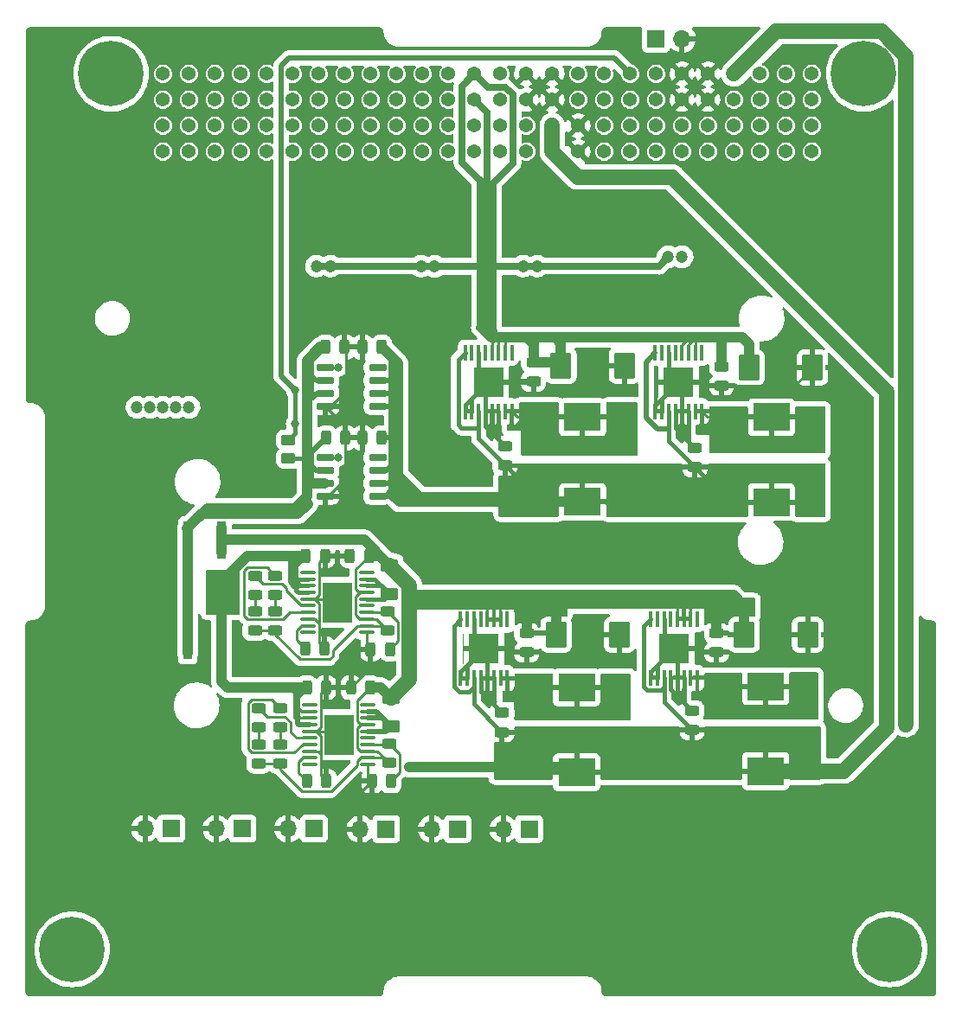
<source format=gbr>
G04 #@! TF.GenerationSoftware,KiCad,Pcbnew,(6.0.8)*
G04 #@! TF.CreationDate,2022-10-24T22:40:05+02:00*
G04 #@! TF.ProjectId,pcdu,70636475-2e6b-4696-9361-645f70636258,rev?*
G04 #@! TF.SameCoordinates,Original*
G04 #@! TF.FileFunction,Copper,L2,Bot*
G04 #@! TF.FilePolarity,Positive*
%FSLAX46Y46*%
G04 Gerber Fmt 4.6, Leading zero omitted, Abs format (unit mm)*
G04 Created by KiCad (PCBNEW (6.0.8)) date 2022-10-24 22:40:05*
%MOMM*%
%LPD*%
G01*
G04 APERTURE LIST*
G04 Aperture macros list*
%AMRoundRect*
0 Rectangle with rounded corners*
0 $1 Rounding radius*
0 $2 $3 $4 $5 $6 $7 $8 $9 X,Y pos of 4 corners*
0 Add a 4 corners polygon primitive as box body*
4,1,4,$2,$3,$4,$5,$6,$7,$8,$9,$2,$3,0*
0 Add four circle primitives for the rounded corners*
1,1,$1+$1,$2,$3*
1,1,$1+$1,$4,$5*
1,1,$1+$1,$6,$7*
1,1,$1+$1,$8,$9*
0 Add four rect primitives between the rounded corners*
20,1,$1+$1,$2,$3,$4,$5,0*
20,1,$1+$1,$4,$5,$6,$7,0*
20,1,$1+$1,$6,$7,$8,$9,0*
20,1,$1+$1,$8,$9,$2,$3,0*%
G04 Aperture macros list end*
G04 #@! TA.AperFunction,NonConductor*
%ADD10C,0.200000*%
G04 #@! TD*
G04 #@! TA.AperFunction,ComponentPad*
%ADD11C,1.365000*%
G04 #@! TD*
G04 #@! TA.AperFunction,ComponentPad*
%ADD12C,6.400000*%
G04 #@! TD*
G04 #@! TA.AperFunction,ComponentPad*
%ADD13R,1.700000X1.700000*%
G04 #@! TD*
G04 #@! TA.AperFunction,ComponentPad*
%ADD14O,1.700000X1.700000*%
G04 #@! TD*
G04 #@! TA.AperFunction,SMDPad,CuDef*
%ADD15R,0.900000X1.200000*%
G04 #@! TD*
G04 #@! TA.AperFunction,SMDPad,CuDef*
%ADD16RoundRect,0.100000X0.637500X0.100000X-0.637500X0.100000X-0.637500X-0.100000X0.637500X-0.100000X0*%
G04 #@! TD*
G04 #@! TA.AperFunction,SMDPad,CuDef*
%ADD17R,2.850000X4.000000*%
G04 #@! TD*
G04 #@! TA.AperFunction,SMDPad,CuDef*
%ADD18RoundRect,0.243750X0.456250X-0.243750X0.456250X0.243750X-0.456250X0.243750X-0.456250X-0.243750X0*%
G04 #@! TD*
G04 #@! TA.AperFunction,SMDPad,CuDef*
%ADD19RoundRect,0.243750X-0.456250X0.243750X-0.456250X-0.243750X0.456250X-0.243750X0.456250X0.243750X0*%
G04 #@! TD*
G04 #@! TA.AperFunction,SMDPad,CuDef*
%ADD20RoundRect,0.243750X-0.243750X-0.456250X0.243750X-0.456250X0.243750X0.456250X-0.243750X0.456250X0*%
G04 #@! TD*
G04 #@! TA.AperFunction,SMDPad,CuDef*
%ADD21RoundRect,0.243750X0.243750X0.456250X-0.243750X0.456250X-0.243750X-0.456250X0.243750X-0.456250X0*%
G04 #@! TD*
G04 #@! TA.AperFunction,SMDPad,CuDef*
%ADD22R,3.600000X2.700000*%
G04 #@! TD*
G04 #@! TA.AperFunction,SMDPad,CuDef*
%ADD23RoundRect,0.250000X0.625000X-0.375000X0.625000X0.375000X-0.625000X0.375000X-0.625000X-0.375000X0*%
G04 #@! TD*
G04 #@! TA.AperFunction,SMDPad,CuDef*
%ADD24RoundRect,0.100000X0.100000X-0.675000X0.100000X0.675000X-0.100000X0.675000X-0.100000X-0.675000X0*%
G04 #@! TD*
G04 #@! TA.AperFunction,SMDPad,CuDef*
%ADD25R,3.000000X3.000000*%
G04 #@! TD*
G04 #@! TA.AperFunction,SMDPad,CuDef*
%ADD26RoundRect,0.150000X-0.725000X-0.150000X0.725000X-0.150000X0.725000X0.150000X-0.725000X0.150000X0*%
G04 #@! TD*
G04 #@! TA.AperFunction,SMDPad,CuDef*
%ADD27RoundRect,0.250000X-0.787500X-1.025000X0.787500X-1.025000X0.787500X1.025000X-0.787500X1.025000X0*%
G04 #@! TD*
G04 #@! TA.AperFunction,SMDPad,CuDef*
%ADD28RoundRect,0.250000X0.450000X-0.262500X0.450000X0.262500X-0.450000X0.262500X-0.450000X-0.262500X0*%
G04 #@! TD*
G04 #@! TA.AperFunction,ViaPad*
%ADD29C,1.200000*%
G04 #@! TD*
G04 #@! TA.AperFunction,ViaPad*
%ADD30C,0.800000*%
G04 #@! TD*
G04 #@! TA.AperFunction,ViaPad*
%ADD31C,2.600000*%
G04 #@! TD*
G04 #@! TA.AperFunction,Conductor*
%ADD32C,1.000000*%
G04 #@! TD*
G04 #@! TA.AperFunction,Conductor*
%ADD33C,0.650000*%
G04 #@! TD*
G04 #@! TA.AperFunction,Conductor*
%ADD34C,0.250000*%
G04 #@! TD*
G04 #@! TA.AperFunction,Conductor*
%ADD35C,0.500000*%
G04 #@! TD*
G04 #@! TA.AperFunction,Conductor*
%ADD36C,1.498600*%
G04 #@! TD*
G04 #@! TA.AperFunction,Conductor*
%ADD37C,0.431800*%
G04 #@! TD*
G04 APERTURE END LIST*
D10*
X103950000Y-94975000D02*
X100800000Y-94975000D01*
X100800000Y-94975000D02*
X100800000Y-99200000D01*
X100800000Y-99200000D02*
X103950000Y-99200000D01*
X103950000Y-99200000D02*
X103950000Y-94975000D01*
G36*
X103950000Y-94975000D02*
G01*
X100800000Y-94975000D01*
X100800000Y-99200000D01*
X103950000Y-99200000D01*
X103950000Y-94975000D01*
G37*
D11*
X96520000Y-53975000D03*
X96520000Y-51435000D03*
X99060000Y-53975000D03*
X99060000Y-51435000D03*
X101600000Y-53975000D03*
X101600000Y-51435000D03*
X104140000Y-53975000D03*
X104140000Y-51435000D03*
X106680000Y-53975000D03*
X106680000Y-51435000D03*
X109220000Y-53975000D03*
X109220000Y-51435000D03*
X111760000Y-53975000D03*
X111760000Y-51435000D03*
X114300000Y-53975000D03*
X114300000Y-51435000D03*
X116840000Y-53975000D03*
X116840000Y-51435000D03*
X119380000Y-53975000D03*
X119380000Y-51435000D03*
X121920000Y-53975000D03*
X121920000Y-51435000D03*
X124460000Y-53975000D03*
X124460000Y-51435000D03*
X127000000Y-53975000D03*
X127000000Y-51435000D03*
X129540000Y-53975000D03*
X129540000Y-51435000D03*
X132080000Y-53975000D03*
X132080000Y-51435000D03*
X134620000Y-53975000D03*
X134620000Y-51435000D03*
X137160000Y-53975000D03*
X137160000Y-51435000D03*
X139700000Y-53975000D03*
X139700000Y-51435000D03*
X142240000Y-53975000D03*
X142240000Y-51435000D03*
X144780000Y-53975000D03*
X144780000Y-51435000D03*
X147320000Y-53975000D03*
X147320000Y-51435000D03*
X149860000Y-53975000D03*
X149860000Y-51435000D03*
X152400000Y-53975000D03*
X152400000Y-51435000D03*
X154940000Y-53975000D03*
X154940000Y-51435000D03*
X157480000Y-53975000D03*
X157480000Y-51435000D03*
X160020000Y-53975000D03*
X160020000Y-51435000D03*
X96520000Y-48895000D03*
X96520000Y-46355000D03*
X99060000Y-48895000D03*
X99060000Y-46355000D03*
X101600000Y-48895000D03*
X101600000Y-46355000D03*
X104140000Y-48895000D03*
X104140000Y-46355000D03*
X106680000Y-48895000D03*
X106680000Y-46355000D03*
X109220000Y-48895000D03*
X109220000Y-46355000D03*
X111760000Y-48895000D03*
X111760000Y-46355000D03*
X114300000Y-48895000D03*
X114300000Y-46355000D03*
X116840000Y-48895000D03*
X116840000Y-46355000D03*
X119380000Y-48895000D03*
X119380000Y-46355000D03*
X121920000Y-48895000D03*
X121920000Y-46355000D03*
X124460000Y-48895000D03*
X124460000Y-46355000D03*
X127000000Y-48895000D03*
X127000000Y-46355000D03*
X129540000Y-48895000D03*
X129540000Y-46355000D03*
X132080000Y-48895000D03*
X132080000Y-46355000D03*
X134620000Y-48895000D03*
X134620000Y-46355000D03*
X137160000Y-48895000D03*
X137160000Y-46355000D03*
X139700000Y-48895000D03*
X139700000Y-46355000D03*
X142240000Y-48895000D03*
X142240000Y-46355000D03*
X144780000Y-48895000D03*
X144780000Y-46355000D03*
X147320000Y-48895000D03*
X147320000Y-46355000D03*
X149860000Y-48895000D03*
X149860000Y-46355000D03*
X152400000Y-48895000D03*
X152400000Y-46355000D03*
X154940000Y-48895000D03*
X154940000Y-46355000D03*
X157480000Y-48895000D03*
X157480000Y-46355000D03*
X160020000Y-48895000D03*
X160020000Y-46355000D03*
D12*
X91440000Y-46355000D03*
X165100000Y-46355000D03*
X87630000Y-132080000D03*
X167640000Y-132080000D03*
D13*
X144780000Y-42926000D03*
D14*
X147320000Y-42926000D03*
D13*
X125365000Y-120297500D03*
D14*
X122825000Y-120297500D03*
D13*
X132365000Y-120297500D03*
D14*
X129825000Y-120297500D03*
D13*
X118365000Y-120297500D03*
D14*
X115825000Y-120297500D03*
D13*
X97296000Y-120268000D03*
D14*
X94756000Y-120268000D03*
D13*
X104296000Y-120268000D03*
D14*
X101756000Y-120268000D03*
D13*
X111296000Y-120268000D03*
D14*
X108756000Y-120268000D03*
D15*
X98969583Y-93202917D03*
X102269583Y-93202917D03*
D16*
X116438583Y-95183958D03*
X116438583Y-95833958D03*
X116438583Y-96483958D03*
X116438583Y-97133958D03*
X116438583Y-97783958D03*
X116438583Y-98433958D03*
X116438583Y-99083958D03*
X116438583Y-99733958D03*
X116438583Y-100383958D03*
X116438583Y-101033958D03*
X110713583Y-101033958D03*
X110713583Y-100383958D03*
X110713583Y-99733958D03*
X110713583Y-99083958D03*
X110713583Y-98433958D03*
X110713583Y-97783958D03*
X110713583Y-97133958D03*
X110713583Y-96483958D03*
X110713583Y-95833958D03*
X110713583Y-95183958D03*
D17*
X113576083Y-98108958D03*
D18*
X148575000Y-84862500D03*
X148575000Y-82987500D03*
D19*
X151175000Y-74987500D03*
X151175000Y-76862500D03*
D20*
X112495500Y-82009000D03*
X114370500Y-82009000D03*
D21*
X117926500Y-82009000D03*
X116051500Y-82009000D03*
D20*
X112417000Y-73119000D03*
X114292000Y-73119000D03*
D21*
X117926500Y-73119000D03*
X116051500Y-73119000D03*
D20*
X110463583Y-102658958D03*
X112338583Y-102658958D03*
X110488583Y-93558958D03*
X112363583Y-93558958D03*
D15*
X98973983Y-90791037D03*
X102273983Y-90791037D03*
X98944583Y-100527917D03*
X102244583Y-100527917D03*
X98944583Y-103067917D03*
X102244583Y-103067917D03*
D19*
X105501083Y-95496458D03*
X105501083Y-97371458D03*
X107526083Y-95496458D03*
X107526083Y-97371458D03*
X105875000Y-108450000D03*
X105875000Y-110325000D03*
D22*
X156072000Y-79979000D03*
X156072000Y-88279000D03*
D18*
X118526083Y-100871458D03*
X118526083Y-98996458D03*
D21*
X118713583Y-102683958D03*
X116838583Y-102683958D03*
D23*
X118676083Y-97258958D03*
X118676083Y-94458958D03*
D18*
X105501083Y-100846458D03*
X105501083Y-98971458D03*
X107526083Y-100846458D03*
X107526083Y-98971458D03*
D24*
X149250000Y-79400000D03*
X148600000Y-79400000D03*
X147950000Y-79400000D03*
X147300000Y-79400000D03*
X146650000Y-79400000D03*
X146000000Y-79400000D03*
X145350000Y-79400000D03*
X144700000Y-79400000D03*
X144700000Y-73650000D03*
X145350000Y-73650000D03*
X146000000Y-73650000D03*
X146650000Y-73650000D03*
X147300000Y-73650000D03*
X147950000Y-73650000D03*
X148600000Y-73650000D03*
X149250000Y-73650000D03*
D25*
X146975000Y-76525000D03*
D26*
X112382000Y-87724000D03*
X112382000Y-86454000D03*
X112382000Y-85184000D03*
X112382000Y-83914000D03*
X117532000Y-83914000D03*
X117532000Y-85184000D03*
X117532000Y-86454000D03*
X117532000Y-87724000D03*
X112400000Y-78920000D03*
X112400000Y-77650000D03*
X112400000Y-76380000D03*
X112400000Y-75110000D03*
X117550000Y-75110000D03*
X117550000Y-76380000D03*
X117550000Y-77650000D03*
X117550000Y-78920000D03*
D27*
X135462500Y-74925000D03*
X141687500Y-74925000D03*
X153862500Y-75125000D03*
X160087500Y-75125000D03*
X134987500Y-101262500D03*
X141212500Y-101262500D03*
D18*
X129975000Y-84662500D03*
X129975000Y-82787500D03*
D19*
X132775000Y-74587500D03*
X132775000Y-76462500D03*
D22*
X137575000Y-79975000D03*
X137575000Y-88275000D03*
D24*
X130650000Y-79400000D03*
X130000000Y-79400000D03*
X129350000Y-79400000D03*
X128700000Y-79400000D03*
X128050000Y-79400000D03*
X127400000Y-79400000D03*
X126750000Y-79400000D03*
X126100000Y-79400000D03*
X126100000Y-73650000D03*
X126750000Y-73650000D03*
X127400000Y-73650000D03*
X128050000Y-73650000D03*
X128700000Y-73650000D03*
X129350000Y-73650000D03*
X130000000Y-73650000D03*
X130650000Y-73650000D03*
D25*
X128375000Y-76525000D03*
D24*
X130200000Y-105537500D03*
X129550000Y-105537500D03*
X128900000Y-105537500D03*
X128250000Y-105537500D03*
X127600000Y-105537500D03*
X126950000Y-105537500D03*
X126300000Y-105537500D03*
X125650000Y-105537500D03*
X125650000Y-99787500D03*
X126300000Y-99787500D03*
X126950000Y-99787500D03*
X127600000Y-99787500D03*
X128250000Y-99787500D03*
X128900000Y-99787500D03*
X129550000Y-99787500D03*
X130200000Y-99787500D03*
D25*
X127925000Y-102662500D03*
D19*
X132100000Y-101125000D03*
X132100000Y-103000000D03*
X150700000Y-101125000D03*
X150700000Y-103000000D03*
D22*
X137004800Y-106429500D03*
X137004800Y-114729500D03*
D18*
X129700000Y-110800000D03*
X129700000Y-108925000D03*
X148300000Y-110600000D03*
X148300000Y-108725000D03*
D27*
X153387500Y-101262500D03*
X159612500Y-101262500D03*
D22*
X155500000Y-106312500D03*
X155500000Y-114612500D03*
D24*
X148814000Y-105485500D03*
X148164000Y-105485500D03*
X147514000Y-105485500D03*
X146864000Y-105485500D03*
X146214000Y-105485500D03*
X145564000Y-105485500D03*
X144914000Y-105485500D03*
X144264000Y-105485500D03*
X144264000Y-99735500D03*
X144914000Y-99735500D03*
X145564000Y-99735500D03*
X146214000Y-99735500D03*
X146864000Y-99735500D03*
X147514000Y-99735500D03*
X148164000Y-99735500D03*
X148814000Y-99735500D03*
D25*
X146539000Y-102610500D03*
D21*
X116688583Y-93558958D03*
X114813583Y-93558958D03*
D20*
X110582083Y-106452917D03*
X112457083Y-106452917D03*
D21*
X116775083Y-106452917D03*
X114900083Y-106452917D03*
D19*
X107975000Y-108450000D03*
X107975000Y-110325000D03*
D16*
X116576083Y-108132917D03*
X116576083Y-108782917D03*
X116576083Y-109432917D03*
X116576083Y-110082917D03*
X116576083Y-110732917D03*
X116576083Y-111382917D03*
X116576083Y-112032917D03*
X116576083Y-112682917D03*
X116576083Y-113332917D03*
X116576083Y-113982917D03*
X110851083Y-113982917D03*
X110851083Y-113332917D03*
X110851083Y-112682917D03*
X110851083Y-112032917D03*
X110851083Y-111382917D03*
X110851083Y-110732917D03*
X110851083Y-110082917D03*
X110851083Y-109432917D03*
X110851083Y-108782917D03*
X110851083Y-108132917D03*
D17*
X113713583Y-111057917D03*
D18*
X118641583Y-113833417D03*
X118641583Y-111958417D03*
D21*
X118829083Y-115595917D03*
X116954083Y-115595917D03*
D18*
X107975000Y-113862500D03*
X107975000Y-111987500D03*
D20*
X110604083Y-115595917D03*
X112479083Y-115595917D03*
D23*
X118841583Y-110245917D03*
X118841583Y-107445917D03*
D18*
X105875000Y-113875000D03*
X105875000Y-112000000D03*
D28*
X108800000Y-84012500D03*
X108800000Y-82187500D03*
D29*
X145950000Y-64275000D03*
X121775000Y-65175000D03*
X133150000Y-65175000D03*
X111525000Y-65175000D03*
X147325000Y-64275000D03*
X131775000Y-65175000D03*
X123100000Y-65200000D03*
X112925000Y-65175000D03*
X99060000Y-78994000D03*
X93980000Y-78994000D03*
X102100000Y-98425000D03*
X169275000Y-105750000D03*
X97790000Y-78994000D03*
X103350000Y-95675000D03*
X169275000Y-108575000D03*
X169275000Y-107175000D03*
X95250000Y-78994000D03*
X103350000Y-97000000D03*
X102050000Y-95675000D03*
X102075000Y-97025000D03*
X169275000Y-104300000D03*
X96520000Y-78994000D03*
X169275000Y-109950000D03*
X103375000Y-98375000D03*
D30*
X140900000Y-114250000D03*
X147000000Y-114250000D03*
X124167000Y-114233000D03*
X131292000Y-114233000D03*
X134200000Y-114250000D03*
X148175000Y-114250000D03*
X151050000Y-114250000D03*
X120592000Y-114233000D03*
X128442000Y-114233000D03*
X127617000Y-114233000D03*
X145525000Y-114250000D03*
X142000000Y-114250000D03*
X149575000Y-114250000D03*
X152250000Y-114250000D03*
X126792000Y-114233000D03*
X139725000Y-114250000D03*
X144025000Y-114250000D03*
X121417000Y-114233000D03*
X113675000Y-75090000D03*
X113646000Y-83890000D03*
X109450000Y-80625000D03*
X109450000Y-77300000D03*
X109616000Y-60984000D03*
X158100000Y-63950000D03*
X140075000Y-60925000D03*
D31*
X113594583Y-98177917D03*
D30*
X151775000Y-65275000D03*
X146825000Y-107250000D03*
X150725000Y-63775000D03*
D31*
X113719583Y-111227917D03*
D30*
X128300000Y-107525000D03*
D31*
X146539000Y-102610500D03*
X128350000Y-76525000D03*
D30*
X156300000Y-63275000D03*
D31*
X147025000Y-76575000D03*
D30*
X119987368Y-60962632D03*
X130275000Y-61000000D03*
D31*
X127925000Y-102712500D03*
D32*
X148646990Y-72174990D02*
X153218990Y-72174990D01*
D33*
X125792500Y-55042500D02*
X127500000Y-56750000D01*
X128375000Y-65225000D02*
X133100000Y-65225000D01*
X128350000Y-65200000D02*
X128375000Y-65225000D01*
D34*
X129350000Y-73650000D02*
X129350000Y-71950000D01*
D32*
X147659010Y-72174990D02*
X148646990Y-72174990D01*
D33*
X128825000Y-57050000D02*
X128825000Y-71475000D01*
D34*
X148600000Y-73650000D02*
X148600000Y-72150000D01*
D32*
X132775000Y-72835000D02*
X132115000Y-72175000D01*
D33*
X130747500Y-55127500D02*
X128825000Y-57050000D01*
D34*
X151175000Y-72925000D02*
X151175000Y-72525000D01*
X147950000Y-72800000D02*
X147950000Y-73650000D01*
D33*
X133100000Y-65225000D02*
X133150000Y-65175000D01*
D32*
X134930990Y-72174990D02*
X147659010Y-72174990D01*
X135462500Y-74925000D02*
X135462500Y-72706500D01*
D33*
X130027663Y-47675000D02*
X130747500Y-48394837D01*
D34*
X148600000Y-72150000D02*
X147950000Y-72800000D01*
D33*
X123100000Y-65200000D02*
X128350000Y-65200000D01*
X127000000Y-48895000D02*
X128207500Y-50102500D01*
X127500000Y-71225000D02*
X128475000Y-72200000D01*
D32*
X132115000Y-72175000D02*
X128825000Y-72175000D01*
D34*
X128700000Y-73650000D02*
X128700000Y-72200000D01*
D33*
X133150000Y-65175000D02*
X145050000Y-65175000D01*
X125792500Y-47562500D02*
X125792500Y-55042500D01*
D34*
X147300000Y-73650000D02*
X147300000Y-72875000D01*
D32*
X135462500Y-72706500D02*
X134930990Y-72174990D01*
D33*
X145050000Y-65175000D02*
X145950000Y-64275000D01*
D32*
X134930980Y-72175000D02*
X134930990Y-72174990D01*
D33*
X127575000Y-67575000D02*
X127575000Y-71225000D01*
D32*
X132775000Y-74587500D02*
X132775000Y-72835000D01*
X151175000Y-74987500D02*
X151175000Y-72525000D01*
D33*
X128475000Y-72200000D02*
X128800000Y-72200000D01*
X130747500Y-48394837D02*
X130747500Y-55127500D01*
X128825000Y-71475000D02*
X128900000Y-71550000D01*
X127000000Y-46355000D02*
X125792500Y-47562500D01*
X128207500Y-50102500D02*
X128207500Y-71607500D01*
D34*
X147300000Y-72875000D02*
X148050000Y-72125000D01*
D33*
X127575000Y-56750000D02*
X127575000Y-67575000D01*
D32*
X153862500Y-72818500D02*
X153862500Y-75125000D01*
D33*
X127000000Y-46355000D02*
X128320000Y-47675000D01*
D35*
X151175000Y-74987500D02*
X151175000Y-72925000D01*
D32*
X128825000Y-72175000D02*
X128800000Y-72200000D01*
D33*
X128320000Y-47675000D02*
X130000000Y-47675000D01*
X130000000Y-47675000D02*
X130027663Y-47675000D01*
D34*
X130000000Y-73650000D02*
X130000000Y-71950000D01*
D33*
X123075000Y-65175000D02*
X123100000Y-65200000D01*
D32*
X135125000Y-74587500D02*
X135462500Y-74925000D01*
X153218990Y-72174990D02*
X153862500Y-72818500D01*
X132775000Y-74587500D02*
X135125000Y-74587500D01*
X132115000Y-72175000D02*
X134930980Y-72175000D01*
D33*
X128207500Y-71607500D02*
X128800000Y-72200000D01*
X111525000Y-65175000D02*
X123075000Y-65175000D01*
D34*
X110713583Y-100383958D02*
X110025042Y-100383958D01*
X109569583Y-101764958D02*
X110463583Y-102658958D01*
X110025042Y-100383958D02*
X109569583Y-100839417D01*
X109569583Y-100839417D02*
X109569583Y-101764958D01*
X116576083Y-110082917D02*
X115887525Y-110082917D01*
X115887525Y-110082917D02*
X115513573Y-110456869D01*
X115513573Y-110456869D02*
X115513573Y-112357907D01*
X115513573Y-112357907D02*
X115838583Y-112682917D01*
X115838583Y-112682917D02*
X116576083Y-112682917D01*
X115326083Y-99309999D02*
X115750042Y-99733958D01*
D32*
X120863266Y-98287500D02*
X120625383Y-98525383D01*
D34*
X115326083Y-97557917D02*
X115326083Y-99309999D01*
X115576083Y-100383958D02*
X113151083Y-102808958D01*
D32*
X102273983Y-93198517D02*
X102269583Y-93202917D01*
D36*
X120625383Y-105662117D02*
X118841583Y-107445917D01*
D34*
X110124749Y-116620917D02*
X112966583Y-116620917D01*
X116438583Y-99733958D02*
X117388583Y-99733958D01*
X128225000Y-99587500D02*
X128225000Y-98137500D01*
D32*
X117848583Y-106452917D02*
X118841583Y-107445917D01*
D34*
X115513583Y-107714417D02*
X116775083Y-106452917D01*
D36*
X120625383Y-96408258D02*
X120625383Y-97949617D01*
D34*
X116576083Y-113332917D02*
X118141083Y-113332917D01*
X116438583Y-100383958D02*
X118038583Y-100383958D01*
D32*
X128175000Y-98287500D02*
X120863266Y-98287500D01*
X150700000Y-101125000D02*
X150700000Y-98437500D01*
X150700000Y-98437500D02*
X150522990Y-98260490D01*
D34*
X115376083Y-96808958D02*
X115376083Y-94871458D01*
X115513583Y-109708958D02*
X115513583Y-107714417D01*
D36*
X120625383Y-97949617D02*
X120625383Y-98525383D01*
D34*
X107526083Y-101258958D02*
X107526083Y-100846458D01*
X118141083Y-113332917D02*
X118641583Y-113833417D01*
D35*
X134850000Y-101125000D02*
X134987500Y-101262500D01*
D32*
X116688583Y-93558958D02*
X117776083Y-93558958D01*
D34*
X115750042Y-99733958D02*
X116438583Y-99733958D01*
X117491083Y-112682917D02*
X118641583Y-113833417D01*
X107975000Y-114471168D02*
X107975000Y-113862500D01*
X116438583Y-97133958D02*
X115701083Y-97133958D01*
D32*
X135227010Y-98260490D02*
X150522990Y-98260490D01*
X134987500Y-101262500D02*
X134987500Y-98500000D01*
D34*
X115513583Y-114073917D02*
X115513583Y-113673917D01*
D32*
X128202010Y-98260490D02*
X135227010Y-98260490D01*
X102273983Y-91976017D02*
X102273983Y-93198517D01*
D34*
X116438583Y-100383958D02*
X115576083Y-100383958D01*
D32*
X116775083Y-106452917D02*
X117848583Y-106452917D01*
X150522990Y-98260490D02*
X152805990Y-98260490D01*
D35*
X132100000Y-101125000D02*
X132100000Y-99862500D01*
D32*
X118676083Y-94458958D02*
X116193142Y-91976017D01*
D34*
X115887542Y-110082917D02*
X115513583Y-109708958D01*
D36*
X120625383Y-98525383D02*
X120625383Y-105662117D01*
D32*
X128175000Y-98287500D02*
X128202010Y-98260490D01*
D34*
X117388583Y-99733958D02*
X118526083Y-100871458D01*
D32*
X153387500Y-98437500D02*
X152325000Y-97375000D01*
X121200000Y-97375000D02*
X120625383Y-97949617D01*
D34*
X147514000Y-99735500D02*
X147514000Y-98276500D01*
X116576083Y-112682917D02*
X117491083Y-112682917D01*
X109951083Y-103683958D02*
X107526083Y-101258958D01*
X113151083Y-102808958D02*
X113151083Y-103350792D01*
D32*
X153387500Y-98842000D02*
X152805990Y-98260490D01*
D35*
X132100000Y-101125000D02*
X134850000Y-101125000D01*
D34*
X107962500Y-113875000D02*
X107975000Y-113862500D01*
X128875000Y-99587500D02*
X128875000Y-98087500D01*
D32*
X116193142Y-91976017D02*
X102273983Y-91976017D01*
D34*
X105501083Y-100846458D02*
X107526083Y-100846458D01*
X112966583Y-116620917D02*
X115513583Y-114073917D01*
X115376083Y-94871458D02*
X116688583Y-93558958D01*
D32*
X132100000Y-98375000D02*
X132012500Y-98287500D01*
D34*
X129525000Y-99587500D02*
X129525000Y-98287500D01*
X148164000Y-99735500D02*
X148164000Y-98126500D01*
D36*
X118676083Y-94458958D02*
X120625383Y-96408258D01*
D32*
X152325000Y-97375000D02*
X121200000Y-97375000D01*
D34*
X113151083Y-103350792D02*
X112817917Y-103683958D01*
D32*
X153387500Y-101262500D02*
X153387500Y-98437500D01*
X153387500Y-101262500D02*
X153387500Y-98842000D01*
D34*
X105875000Y-113875000D02*
X107962500Y-113875000D01*
X146864000Y-99735500D02*
X146864000Y-98498500D01*
X118038583Y-100383958D02*
X118526083Y-100871458D01*
X115701083Y-97133958D02*
X115376083Y-96808958D01*
D32*
X117776083Y-93558958D02*
X118676083Y-94458958D01*
D34*
X112817917Y-103683958D02*
X109951083Y-103683958D01*
D32*
X132012500Y-98287500D02*
X128175000Y-98287500D01*
D34*
X146864000Y-98498500D02*
X147300000Y-98062500D01*
X110124749Y-116620917D02*
X107975000Y-114471168D01*
D32*
X134987500Y-98500000D02*
X135227010Y-98260490D01*
D34*
X115513583Y-113673917D02*
X115854583Y-113332917D01*
X115750042Y-97133958D02*
X115326083Y-97557917D01*
X116438583Y-97133958D02*
X115750042Y-97133958D01*
D32*
X132100000Y-101125000D02*
X132100000Y-98375000D01*
D34*
X115854583Y-113332917D02*
X116576083Y-113332917D01*
X116576083Y-110082917D02*
X115887542Y-110082917D01*
D32*
X102273983Y-90791037D02*
X102273983Y-91976017D01*
D34*
X110162542Y-113332917D02*
X109788583Y-113706876D01*
X110851083Y-113332917D02*
X110162542Y-113332917D01*
X109788583Y-114780417D02*
X110604083Y-115595917D01*
X109788583Y-113706876D02*
X109788583Y-114780417D01*
X105501083Y-97371458D02*
X105501083Y-98971458D01*
X106313583Y-96308958D02*
X105501083Y-95496458D01*
X108551083Y-96733958D02*
X108126083Y-96308958D01*
X110001083Y-98433958D02*
X108551083Y-96983958D01*
X108551083Y-96983958D02*
X108551083Y-96733958D01*
X108126083Y-96308958D02*
X106313583Y-96308958D01*
X110713583Y-98433958D02*
X110001083Y-98433958D01*
X107526083Y-98971458D02*
X107526083Y-97371458D01*
X104809249Y-99783958D02*
X104476083Y-99450792D01*
X110713583Y-99083958D02*
X108917917Y-99083958D01*
X106713583Y-94683958D02*
X107526083Y-95496458D01*
X108917917Y-99083958D02*
X108217917Y-99783958D01*
X104809249Y-94683958D02*
X106713583Y-94683958D01*
X108217917Y-99783958D02*
X104809249Y-99783958D01*
X104476083Y-95017124D02*
X104809249Y-94683958D01*
X104476083Y-99450792D02*
X104476083Y-95017124D01*
X105875000Y-110325000D02*
X105875000Y-112000000D01*
X109000000Y-110804334D02*
X109578583Y-111382917D01*
X108441834Y-109287500D02*
X106712500Y-109287500D01*
X109000000Y-109845666D02*
X108441834Y-109287500D01*
X109578583Y-111382917D02*
X110851083Y-111382917D01*
X109000000Y-110804334D02*
X109000000Y-109845666D01*
X106712500Y-109287500D02*
X105875000Y-108450000D01*
X107975000Y-111987500D02*
X107975000Y-110325000D01*
X104850000Y-107970666D02*
X104850000Y-112479334D01*
X105183166Y-107637500D02*
X104850000Y-107970666D01*
X107975000Y-108450000D02*
X107162500Y-107637500D01*
X105183166Y-112812500D02*
X109382959Y-112812500D01*
X110162542Y-112032917D02*
X110851083Y-112032917D01*
X107162500Y-107637500D02*
X105183166Y-107637500D01*
X109382959Y-112812500D02*
X110162542Y-112032917D01*
X104850000Y-112479334D02*
X105183166Y-112812500D01*
X110069583Y-110082917D02*
X109788573Y-109801907D01*
X110851083Y-110082917D02*
X110069583Y-110082917D01*
X109927583Y-109432917D02*
X109788573Y-109293907D01*
X109788573Y-109293907D02*
X109788573Y-108457907D01*
X110851083Y-109432917D02*
X109927583Y-109432917D01*
X110851083Y-108782917D02*
X110113583Y-108782917D01*
X110113583Y-108782917D02*
X109788573Y-108457907D01*
X109788573Y-108457907D02*
X109788573Y-107246427D01*
X109788573Y-107246427D02*
X110582083Y-106452917D01*
D33*
X109588583Y-106921917D02*
X109119583Y-106452917D01*
D37*
X109701083Y-95833958D02*
X109560183Y-95693058D01*
D36*
X152400000Y-46355000D02*
X156549300Y-42205700D01*
D32*
X102854583Y-106452917D02*
X102219583Y-105817917D01*
D37*
X109751083Y-97133958D02*
X110713583Y-97133958D01*
D32*
X102219583Y-105817917D02*
X102219583Y-103277917D01*
D33*
X109588583Y-109321917D02*
X109588583Y-106921917D01*
D35*
X109663573Y-109930907D02*
X109663573Y-109676907D01*
D32*
X109276083Y-93846417D02*
X109563542Y-93558958D01*
D37*
X110488583Y-93558958D02*
X109560183Y-94487358D01*
D36*
X169249300Y-44636303D02*
X169249300Y-110050700D01*
D37*
X109560183Y-94487358D02*
X109560183Y-95693058D01*
D35*
X109663573Y-109396907D02*
X109663573Y-107371427D01*
X110851083Y-110082917D02*
X109815583Y-110082917D01*
D34*
X109788573Y-109801907D02*
X109788573Y-109453927D01*
D33*
X109663573Y-109396907D02*
X109588583Y-109321917D01*
D32*
X109119583Y-106452917D02*
X102854583Y-106452917D01*
X109276083Y-96058958D02*
X109276083Y-93846417D01*
D34*
X109788573Y-109453927D02*
X109788573Y-109293907D01*
D37*
X109560183Y-96343058D02*
X109560183Y-96943058D01*
D32*
X102219583Y-96106898D02*
X104767523Y-93558958D01*
D37*
X109701083Y-96483958D02*
X109560183Y-96343058D01*
X110713583Y-95833958D02*
X109701083Y-95833958D01*
D32*
X109563542Y-93558958D02*
X110488583Y-93558958D01*
D35*
X109663573Y-107371427D02*
X110582083Y-106452917D01*
D32*
X109560183Y-96343058D02*
X109276083Y-96058958D01*
X110582083Y-106452917D02*
X109119583Y-106452917D01*
D37*
X110713583Y-96483958D02*
X109701083Y-96483958D01*
D36*
X156549300Y-42205700D02*
X166818697Y-42205700D01*
D32*
X102219583Y-103277917D02*
X102219583Y-96106898D01*
D37*
X109560183Y-96943058D02*
X109751083Y-97133958D01*
D36*
X166818697Y-42205700D02*
X169249300Y-44636303D01*
D35*
X109815583Y-110082917D02*
X109663573Y-109930907D01*
D32*
X104767523Y-93558958D02*
X109563542Y-93558958D01*
D37*
X109560183Y-95693058D02*
X109560183Y-96343058D01*
D35*
X109663573Y-109676907D02*
X109663573Y-109396907D01*
D34*
X156072000Y-79979000D02*
X149829000Y-79979000D01*
X148600000Y-79400000D02*
X149250000Y-79400000D01*
X149829000Y-79979000D02*
X149250000Y-79400000D01*
X131225000Y-79975000D02*
X130650000Y-79400000D01*
X137575000Y-79975000D02*
X131225000Y-79975000D01*
X130000000Y-79400000D02*
X130650000Y-79400000D01*
X119551083Y-100021458D02*
X119551083Y-101846458D01*
X116438583Y-99083958D02*
X118438583Y-99083958D01*
X118438583Y-99083958D02*
X118526083Y-98996458D01*
X119551083Y-101846458D02*
X118713583Y-102683958D01*
X118526083Y-98996458D02*
X119551083Y-100021458D01*
X118641583Y-111958417D02*
X119666583Y-112983417D01*
X119666583Y-114758417D02*
X118829083Y-115595917D01*
X118567083Y-112032917D02*
X118641583Y-111958417D01*
X119666583Y-112983417D02*
X119666583Y-114758417D01*
X116576083Y-112032917D02*
X118567083Y-112032917D01*
D35*
X117625000Y-76380000D02*
X118726000Y-76380000D01*
D37*
X146000000Y-82287500D02*
X148575000Y-84862500D01*
D35*
X118875010Y-79106990D02*
X118875010Y-77582990D01*
D32*
X119529000Y-74721500D02*
X119529000Y-84549000D01*
D35*
X117607000Y-87724000D02*
X118640000Y-87724000D01*
D37*
X127400000Y-82087500D02*
X129975000Y-84662500D01*
D35*
X118767000Y-82009000D02*
X118875010Y-81900990D01*
X118602020Y-86454000D02*
X118875010Y-86181010D01*
D37*
X146000000Y-79400000D02*
X146000000Y-80300000D01*
D32*
X118875010Y-87488990D02*
X119661020Y-88275000D01*
D35*
X118726000Y-76380000D02*
X118875010Y-76529010D01*
D32*
X120969000Y-88275000D02*
X137575000Y-88275000D01*
D37*
X125400000Y-80725000D02*
X125725000Y-81050000D01*
X148575000Y-84862500D02*
X151991500Y-88279000D01*
D32*
X119529000Y-85654000D02*
X121650000Y-87775000D01*
D35*
X118875010Y-77582990D02*
X118875010Y-76529010D01*
X118688020Y-78920000D02*
X118875010Y-79106990D01*
X143775000Y-80027834D02*
X144872166Y-81125000D01*
X118407000Y-85184000D02*
X118875010Y-84715990D01*
X118875010Y-74067510D02*
X117926500Y-73119000D01*
X118875010Y-84715990D02*
X118875010Y-81900990D01*
D32*
X117926500Y-73119000D02*
X119529000Y-74721500D01*
X119529000Y-84549000D02*
X119529000Y-86073000D01*
D37*
X137575000Y-88275000D02*
X151987500Y-88275000D01*
X146000000Y-79400000D02*
X146000000Y-82287500D01*
D35*
X144872166Y-81125000D02*
X145175000Y-81125000D01*
X144700000Y-73650000D02*
X143775000Y-74575000D01*
D32*
X119529000Y-84549000D02*
X119529000Y-85104000D01*
D35*
X145175000Y-81125000D02*
X145775000Y-81125000D01*
X118875010Y-87488990D02*
X118875010Y-86181010D01*
D37*
X133587500Y-88275000D02*
X137575000Y-88275000D01*
D32*
X119529000Y-86835000D02*
X120969000Y-88275000D01*
D37*
X151987500Y-88275000D02*
X151991500Y-88279000D01*
X127400000Y-79400000D02*
X127400000Y-81050000D01*
D35*
X117926500Y-82009000D02*
X118767000Y-82009000D01*
D37*
X151991500Y-88279000D02*
X156072000Y-88279000D01*
D35*
X118808000Y-77650000D02*
X118875010Y-77582990D01*
X117607000Y-86454000D02*
X118602020Y-86454000D01*
D37*
X125400000Y-74350000D02*
X125400000Y-80725000D01*
X125725000Y-81050000D02*
X127400000Y-81050000D01*
D35*
X143775000Y-74575000D02*
X143775000Y-80027834D01*
D37*
X127400000Y-81050000D02*
X127400000Y-82087500D01*
D35*
X118875010Y-76529010D02*
X118875010Y-74067510D01*
D32*
X119529000Y-85104000D02*
X119529000Y-86835000D01*
D35*
X117625000Y-77650000D02*
X118808000Y-77650000D01*
D32*
X119529000Y-86835000D02*
X118875010Y-87488990D01*
D37*
X126100000Y-73650000D02*
X125400000Y-74350000D01*
D35*
X118875010Y-86181010D02*
X118875010Y-84715990D01*
D32*
X119661020Y-88275000D02*
X120969000Y-88275000D01*
D37*
X129975000Y-84662500D02*
X133587500Y-88275000D01*
D32*
X121650000Y-87775000D02*
X133725000Y-87775000D01*
D35*
X117625000Y-78920000D02*
X118688020Y-78920000D01*
X118875010Y-86726990D02*
X118875010Y-79106990D01*
D32*
X119529000Y-85104000D02*
X119529000Y-85654000D01*
D35*
X117607000Y-85184000D02*
X118407000Y-85184000D01*
D32*
X111929500Y-73119000D02*
X110639000Y-74409500D01*
D35*
X111074990Y-75929990D02*
X111525000Y-76380000D01*
D32*
X110639000Y-84139000D02*
X110639000Y-86327000D01*
D35*
X111274000Y-86454000D02*
X111056990Y-86236990D01*
X111525000Y-77650000D02*
X112325000Y-77650000D01*
D32*
X98973983Y-93198517D02*
X98969583Y-93202917D01*
X98944583Y-100527917D02*
X98944583Y-90820437D01*
X98973983Y-90791037D02*
X100315020Y-89450000D01*
D35*
X111056990Y-83447510D02*
X111056990Y-84131010D01*
X111056990Y-84733990D02*
X111056990Y-84131010D01*
D32*
X109700000Y-89450000D02*
X110700000Y-88450000D01*
X110639000Y-74409500D02*
X110639000Y-84139000D01*
D37*
X108800000Y-84012500D02*
X110512500Y-84012500D01*
D35*
X112495500Y-82009000D02*
X111056990Y-83447510D01*
D32*
X110766000Y-86454000D02*
X110639000Y-86327000D01*
X98894583Y-90870437D02*
X98973983Y-90791037D01*
D35*
X111074990Y-74461010D02*
X111074990Y-75929990D01*
D32*
X109275000Y-89450000D02*
X109700000Y-89450000D01*
D35*
X112417000Y-73119000D02*
X111074990Y-74461010D01*
X112307000Y-85184000D02*
X111507000Y-85184000D01*
D32*
X109475000Y-88900000D02*
X110639000Y-87736000D01*
X110639000Y-87736000D02*
X110639000Y-86327000D01*
D35*
X111525000Y-76380000D02*
X112325000Y-76380000D01*
D32*
X100865020Y-88900000D02*
X109475000Y-88900000D01*
D35*
X111056990Y-86236990D02*
X111056990Y-84131010D01*
D32*
X112417000Y-73119000D02*
X111929500Y-73119000D01*
X98944583Y-90820437D02*
X98973983Y-90791037D01*
D35*
X112307000Y-86454000D02*
X111274000Y-86454000D01*
X111507000Y-85184000D02*
X111056990Y-84733990D01*
D37*
X110512500Y-84012500D02*
X110639000Y-84139000D01*
D35*
X111074990Y-75929990D02*
X111074990Y-78100010D01*
D32*
X100315020Y-89450000D02*
X109275000Y-89450000D01*
X112307000Y-86454000D02*
X110766000Y-86454000D01*
D35*
X111056990Y-78118010D02*
X111525000Y-77650000D01*
D32*
X98973983Y-90791037D02*
X100865020Y-88900000D01*
X98944583Y-100527917D02*
X98944583Y-103067917D01*
D35*
X111074990Y-78100010D02*
X111056990Y-78118010D01*
D37*
X125000000Y-100437500D02*
X125650000Y-99787500D01*
X126950000Y-108050000D02*
X129700000Y-110800000D01*
X145564000Y-105485500D02*
X145564000Y-107864000D01*
X126950000Y-105537500D02*
X126950000Y-106392093D01*
X126950000Y-106392093D02*
X126454593Y-106887500D01*
X143888900Y-106676400D02*
X143600000Y-106387500D01*
X145564000Y-107864000D02*
X148300000Y-110600000D01*
D36*
X134620000Y-53975000D02*
X134620000Y-51435000D01*
D37*
X125000000Y-106392093D02*
X125000000Y-100437500D01*
X145564000Y-106340093D02*
X145227693Y-106676400D01*
D36*
X155500000Y-114612500D02*
X163123920Y-114612500D01*
X167342119Y-110394301D02*
X167342119Y-77467119D01*
D37*
X145564000Y-105485500D02*
X145564000Y-106340093D01*
D36*
X146322194Y-56447194D02*
X137092194Y-56447194D01*
D37*
X143600000Y-106387500D02*
X143600000Y-100399500D01*
X126454593Y-106887500D02*
X125495407Y-106887500D01*
D36*
X167342119Y-77467119D02*
X146322194Y-56447194D01*
X137092194Y-56447194D02*
X134620000Y-53975000D01*
D37*
X145227693Y-106676400D02*
X143888900Y-106676400D01*
X143600000Y-100399500D02*
X144264000Y-99735500D01*
D36*
X163123920Y-114612500D02*
X167342119Y-110394301D01*
D32*
X120592000Y-114233000D02*
X131292000Y-114233000D01*
D37*
X126950000Y-105537500D02*
X126950000Y-108050000D01*
D32*
X136508300Y-114233000D02*
X137004800Y-114729500D01*
X131292000Y-114233000D02*
X136508300Y-114233000D01*
D37*
X125495407Y-106887500D02*
X125000000Y-106392093D01*
D34*
X113655000Y-75110000D02*
X112325000Y-75110000D01*
D35*
X108850000Y-44800000D02*
X108087500Y-45562500D01*
X108087500Y-75937500D02*
X109450000Y-77300000D01*
D34*
X113675000Y-75090000D02*
X113655000Y-75110000D01*
D37*
X109450000Y-80625000D02*
X109450000Y-77300000D01*
D35*
X142240000Y-46355000D02*
X140685000Y-44800000D01*
D34*
X112331000Y-83890000D02*
X112307000Y-83914000D01*
D37*
X109450000Y-81537500D02*
X108800000Y-82187500D01*
D35*
X140685000Y-44800000D02*
X108850000Y-44800000D01*
X108087500Y-45562500D02*
X108087500Y-75937500D01*
D34*
X113646000Y-83890000D02*
X112331000Y-83890000D01*
D37*
X109450000Y-80625000D02*
X109450000Y-81537500D01*
X147514000Y-105485500D02*
X147514000Y-107939000D01*
X126100000Y-79400000D02*
X126100000Y-78775000D01*
X145564000Y-101635500D02*
X146539000Y-102610500D01*
X128050000Y-80862500D02*
X129056250Y-81868750D01*
X129350000Y-82162500D02*
X129975000Y-82787500D01*
X126100000Y-78775000D02*
X128350000Y-76525000D01*
X127600000Y-105537500D02*
X127600000Y-106825000D01*
D34*
X110713583Y-99733958D02*
X111402124Y-99733958D01*
D37*
X144264000Y-104885500D02*
X146539000Y-102610500D01*
X145564000Y-99735500D02*
X145564000Y-101635500D01*
X144914000Y-105485500D02*
X144914000Y-104235500D01*
D34*
X116438583Y-101033958D02*
X116438583Y-102283958D01*
X116576083Y-113982917D02*
X116576083Y-115217917D01*
X110851083Y-110732917D02*
X113388583Y-110732917D01*
X114292000Y-73119000D02*
X114400000Y-73227000D01*
D37*
X128900000Y-105537500D02*
X128900000Y-108125000D01*
D34*
X115825000Y-116725000D02*
X115825000Y-120297500D01*
D35*
X146187500Y-50027500D02*
X138567500Y-50027500D01*
D34*
X114400000Y-73227000D02*
X114400000Y-77390000D01*
D37*
X144914000Y-104235500D02*
X146539000Y-102610500D01*
X147300000Y-79400000D02*
X147300000Y-81712500D01*
D35*
X130275000Y-61000000D02*
X140000000Y-61000000D01*
D37*
X146000000Y-73650000D02*
X146000000Y-75550000D01*
D35*
X138567500Y-50027500D02*
X137160000Y-51435000D01*
D37*
X146864000Y-107289000D02*
X148300000Y-108725000D01*
X125650000Y-105537500D02*
X125650000Y-104937500D01*
X147300000Y-76850000D02*
X147025000Y-76575000D01*
X128250000Y-103037500D02*
X127925000Y-102712500D01*
D34*
X111402124Y-97783958D02*
X111826083Y-98207917D01*
X114370500Y-80890500D02*
X112400000Y-78920000D01*
D37*
X127400000Y-73650000D02*
X127400000Y-75550000D01*
D34*
X158350000Y-76862500D02*
X160087500Y-75125000D01*
X110713583Y-97783958D02*
X111402124Y-97783958D01*
X110713583Y-97783958D02*
X113251083Y-97783958D01*
D37*
X128900000Y-108125000D02*
X129700000Y-108925000D01*
D34*
X113388583Y-110732917D02*
X113713583Y-111057917D01*
D37*
X129350000Y-79400000D02*
X129350000Y-82162500D01*
D34*
X114400000Y-77390000D02*
X112870000Y-78920000D01*
X113251083Y-97783958D02*
X113576083Y-98108958D01*
D37*
X146650000Y-79400000D02*
X146650000Y-81062500D01*
X147300000Y-79400000D02*
X147300000Y-76850000D01*
X146864000Y-102935500D02*
X146539000Y-102610500D01*
D34*
X111728583Y-112682917D02*
X111963583Y-112917917D01*
X111963583Y-112917917D02*
X111963583Y-115080417D01*
D37*
X126950000Y-99787500D02*
X126950000Y-101687500D01*
D34*
X111539624Y-110732917D02*
X111963583Y-111156876D01*
X112457083Y-106452917D02*
X114900083Y-106452917D01*
D37*
X128250000Y-105537500D02*
X128250000Y-103037500D01*
D35*
X109616000Y-60984000D02*
X119966000Y-60984000D01*
D34*
X116838583Y-102683958D02*
X116838583Y-104514417D01*
X111776083Y-97409999D02*
X111776083Y-94146458D01*
X111963583Y-115080417D02*
X112479083Y-115595917D01*
D37*
X128700000Y-81512500D02*
X129056250Y-81868750D01*
D34*
X151175000Y-76862500D02*
X158350000Y-76862500D01*
D37*
X147514000Y-107939000D02*
X148300000Y-108725000D01*
D34*
X116438583Y-102283958D02*
X116838583Y-102683958D01*
D37*
X146000000Y-75550000D02*
X146975000Y-76525000D01*
X126300000Y-104287500D02*
X127925000Y-102662500D01*
X146864000Y-105485500D02*
X146864000Y-102935500D01*
D34*
X111539624Y-110732917D02*
X111963583Y-110308958D01*
D37*
X146650000Y-81062500D02*
X148575000Y-82987500D01*
D34*
X111826083Y-102146458D02*
X112338583Y-102658958D01*
X111963583Y-110308958D02*
X111963583Y-106946417D01*
D37*
X128250000Y-107475000D02*
X129700000Y-108925000D01*
D34*
X112870000Y-78920000D02*
X112400000Y-78920000D01*
D37*
X128700000Y-79400000D02*
X128700000Y-81512500D01*
D34*
X112363583Y-93558958D02*
X114813583Y-93558958D01*
X116838583Y-104514417D02*
X114900083Y-106452917D01*
X110851083Y-112682917D02*
X111728583Y-112682917D01*
D37*
X126750000Y-78150000D02*
X128375000Y-76525000D01*
X125650000Y-104937500D02*
X127925000Y-102662500D01*
D34*
X110851083Y-110732917D02*
X111539624Y-110732917D01*
D37*
X145350000Y-78150000D02*
X146975000Y-76525000D01*
X126950000Y-101687500D02*
X127925000Y-102662500D01*
X127600000Y-106825000D02*
X129700000Y-108925000D01*
D34*
X112382000Y-87724000D02*
X112658751Y-87724000D01*
X114370500Y-82009000D02*
X114370500Y-80890500D01*
D37*
X146214000Y-105485500D02*
X146214000Y-106639000D01*
X144264000Y-105485500D02*
X144264000Y-104885500D01*
X146864000Y-105485500D02*
X146864000Y-107289000D01*
X128250000Y-105537500D02*
X128250000Y-107475000D01*
D34*
X111963583Y-111156876D02*
X111963583Y-112917917D01*
D37*
X144700000Y-79400000D02*
X144700000Y-78800000D01*
D35*
X147320000Y-48895000D02*
X146187500Y-50027500D01*
D34*
X114370500Y-86012251D02*
X114370500Y-82009000D01*
D35*
X119966000Y-60984000D02*
X119987368Y-60962632D01*
D37*
X132712500Y-76525000D02*
X132775000Y-76462500D01*
D34*
X116051500Y-82009000D02*
X114370500Y-82009000D01*
D37*
X147300000Y-81712500D02*
X148575000Y-82987500D01*
X127400000Y-75550000D02*
X128375000Y-76525000D01*
D34*
X111826083Y-100157917D02*
X111826083Y-102146458D01*
D37*
X147950000Y-82362500D02*
X148575000Y-82987500D01*
X147950000Y-79400000D02*
X147950000Y-82362500D01*
X128375000Y-76525000D02*
X132712500Y-76525000D01*
D34*
X116051500Y-73119000D02*
X114292000Y-73119000D01*
D37*
X146214000Y-106639000D02*
X148300000Y-108725000D01*
X128050000Y-79400000D02*
X128050000Y-80862500D01*
D34*
X111826083Y-98207917D02*
X111826083Y-102146458D01*
X112658751Y-87724000D02*
X114370500Y-86012251D01*
X111963583Y-106946417D02*
X112457083Y-106452917D01*
X116954083Y-115595917D02*
X115825000Y-116725000D01*
X111402124Y-97783958D02*
X111776083Y-97409999D01*
D35*
X140000000Y-61000000D02*
X140075000Y-60925000D01*
D34*
X111776083Y-94146458D02*
X112363583Y-93558958D01*
D37*
X126750000Y-79400000D02*
X126750000Y-78150000D01*
X128050000Y-79400000D02*
X128050000Y-76825000D01*
D34*
X116576083Y-115217917D02*
X116954083Y-115595917D01*
D37*
X145350000Y-79400000D02*
X145350000Y-78150000D01*
X128050000Y-76825000D02*
X128350000Y-76525000D01*
X144700000Y-78800000D02*
X146975000Y-76525000D01*
X126300000Y-105537500D02*
X126300000Y-104287500D01*
D34*
X111402124Y-99733958D02*
X111826083Y-100157917D01*
D37*
X129056250Y-81868750D02*
X129975000Y-82787500D01*
X117251083Y-95833958D02*
X118676083Y-97258958D01*
X116438583Y-97783958D02*
X118151083Y-97783958D01*
X116438583Y-95833958D02*
X117251083Y-95833958D01*
X117901083Y-96483958D02*
X118676083Y-97258958D01*
X118151083Y-97783958D02*
X118676083Y-97258958D01*
X116438583Y-96483958D02*
X117901083Y-96483958D01*
D35*
X118354583Y-110732917D02*
X118841583Y-110245917D01*
X116576083Y-108782917D02*
X117378583Y-108782917D01*
X116576083Y-109432917D02*
X118028583Y-109432917D01*
X118028583Y-109432917D02*
X118841583Y-110245917D01*
X117378583Y-108782917D02*
X118841583Y-110245917D01*
X116576083Y-110732917D02*
X118354583Y-110732917D01*
G04 #@! TA.AperFunction,Conductor*
G36*
X147975000Y-82001733D02*
G01*
X147970830Y-82002166D01*
X147957436Y-82005058D01*
X147804635Y-82056036D01*
X147791457Y-82062210D01*
X147654851Y-82146744D01*
X147643450Y-82155780D01*
X147529949Y-82269479D01*
X147520937Y-82280890D01*
X147436635Y-82417654D01*
X147430493Y-82430827D01*
X147429348Y-82434278D01*
X147427927Y-82436328D01*
X147427397Y-82437466D01*
X147427202Y-82437375D01*
X147388916Y-82492637D01*
X147323352Y-82519873D01*
X147253470Y-82507339D01*
X147220660Y-82483704D01*
X146761305Y-82024349D01*
X146727279Y-81962037D01*
X146724400Y-81935254D01*
X146724400Y-80725000D01*
X147975000Y-80725000D01*
X147975000Y-82001733D01*
G37*
G04 #@! TD.AperFunction*
G04 #@! TA.AperFunction,Conductor*
G36*
X161280752Y-73184550D02*
G01*
X161314778Y-73246862D01*
X161309713Y-73317677D01*
X161267166Y-73374513D01*
X161200646Y-73399324D01*
X161151990Y-73393238D01*
X161036293Y-73354863D01*
X161022914Y-73351995D01*
X160928562Y-73342328D01*
X160922145Y-73342000D01*
X160359615Y-73342000D01*
X160344376Y-73346475D01*
X160343171Y-73347865D01*
X160341500Y-73355548D01*
X160341500Y-76889884D01*
X160345975Y-76905123D01*
X160347365Y-76906328D01*
X160355048Y-76907999D01*
X160922095Y-76907999D01*
X160928614Y-76907662D01*
X161024206Y-76897743D01*
X161037600Y-76894851D01*
X161191784Y-76843412D01*
X161204962Y-76837239D01*
X161342807Y-76751937D01*
X161354208Y-76742901D01*
X161375000Y-76722073D01*
X161375000Y-78325000D01*
X158279675Y-78325000D01*
X158235261Y-78265739D01*
X158118705Y-78178385D01*
X157982316Y-78127255D01*
X157920134Y-78120500D01*
X154223866Y-78120500D01*
X154161684Y-78127255D01*
X154025295Y-78178385D01*
X153908739Y-78265739D01*
X153864325Y-78325000D01*
X149810067Y-78325000D01*
X149789014Y-78297564D01*
X149789013Y-78297563D01*
X149783987Y-78291013D01*
X149777437Y-78285987D01*
X149777434Y-78285984D01*
X149720431Y-78242244D01*
X149656875Y-78193476D01*
X149508850Y-78132162D01*
X149471578Y-78127255D01*
X149393972Y-78117038D01*
X149393971Y-78117038D01*
X149389885Y-78116500D01*
X149385763Y-78116500D01*
X149110116Y-78116501D01*
X149110116Y-78114713D01*
X149047943Y-78100792D01*
X148998047Y-78050286D01*
X148983000Y-77990574D01*
X148983000Y-77152933D01*
X149967001Y-77152933D01*
X149967338Y-77159452D01*
X149977166Y-77254170D01*
X149980058Y-77267564D01*
X150031036Y-77420365D01*
X150037210Y-77433543D01*
X150121744Y-77570149D01*
X150130780Y-77581550D01*
X150244479Y-77695051D01*
X150255890Y-77704063D01*
X150392654Y-77788365D01*
X150405832Y-77794509D01*
X150558740Y-77845227D01*
X150572106Y-77848093D01*
X150665601Y-77857672D01*
X150672016Y-77858000D01*
X150902885Y-77858000D01*
X150918124Y-77853525D01*
X150919329Y-77852135D01*
X150921000Y-77844452D01*
X150921000Y-77839884D01*
X151429000Y-77839884D01*
X151433475Y-77855123D01*
X151434865Y-77856328D01*
X151442548Y-77857999D01*
X151677933Y-77857999D01*
X151684452Y-77857662D01*
X151779170Y-77847834D01*
X151792564Y-77844942D01*
X151945365Y-77793964D01*
X151958543Y-77787790D01*
X152095149Y-77703256D01*
X152106550Y-77694220D01*
X152220051Y-77580521D01*
X152229063Y-77569110D01*
X152313365Y-77432346D01*
X152319509Y-77419168D01*
X152370227Y-77266260D01*
X152373093Y-77252894D01*
X152382672Y-77159399D01*
X152383000Y-77152984D01*
X152383000Y-77134615D01*
X152378525Y-77119376D01*
X152377135Y-77118171D01*
X152369452Y-77116500D01*
X151447115Y-77116500D01*
X151431876Y-77120975D01*
X151430671Y-77122365D01*
X151429000Y-77130048D01*
X151429000Y-77839884D01*
X150921000Y-77839884D01*
X150921000Y-77134615D01*
X150916525Y-77119376D01*
X150915135Y-77118171D01*
X150907452Y-77116500D01*
X149985116Y-77116500D01*
X149969877Y-77120975D01*
X149968672Y-77122365D01*
X149967001Y-77130048D01*
X149967001Y-77152933D01*
X148983000Y-77152933D01*
X148983000Y-76797115D01*
X148978525Y-76781876D01*
X148977135Y-76780671D01*
X148969452Y-76779000D01*
X144985116Y-76779000D01*
X144969877Y-76783475D01*
X144968672Y-76784865D01*
X144967001Y-76792548D01*
X144967001Y-78015637D01*
X144946999Y-78083758D01*
X144924641Y-78109873D01*
X144904204Y-78128012D01*
X144900000Y-78142652D01*
X144900000Y-78325000D01*
X144775000Y-78325000D01*
X144775000Y-74933499D01*
X144839883Y-74933499D01*
X144839883Y-74935286D01*
X144902057Y-74949208D01*
X144951953Y-74999714D01*
X144967000Y-75059426D01*
X144967000Y-76252885D01*
X144971475Y-76268124D01*
X144972865Y-76269329D01*
X144980548Y-76271000D01*
X148964884Y-76271000D01*
X148980123Y-76266525D01*
X148981328Y-76265135D01*
X148982999Y-76257452D01*
X148982999Y-75059427D01*
X149003001Y-74991306D01*
X149056657Y-74944813D01*
X149110115Y-74935001D01*
X149110115Y-74933500D01*
X149389884Y-74933499D01*
X149393969Y-74932961D01*
X149393973Y-74932961D01*
X149454447Y-74925000D01*
X149575000Y-74925000D01*
X149575000Y-76125000D01*
X150149394Y-76125000D01*
X150129949Y-76144479D01*
X150120937Y-76155890D01*
X150036635Y-76292654D01*
X150030491Y-76305832D01*
X149979773Y-76458740D01*
X149976907Y-76472106D01*
X149967328Y-76565601D01*
X149967000Y-76572016D01*
X149967000Y-76590385D01*
X149971475Y-76605624D01*
X149972865Y-76606829D01*
X149980548Y-76608500D01*
X152364882Y-76608500D01*
X152367222Y-76607813D01*
X152438219Y-76607814D01*
X152491737Y-76639537D01*
X152596516Y-76744134D01*
X152596521Y-76744138D01*
X152601697Y-76749305D01*
X152607927Y-76753145D01*
X152607928Y-76753146D01*
X152745288Y-76837816D01*
X152752262Y-76842115D01*
X152832005Y-76868564D01*
X152913611Y-76895632D01*
X152913613Y-76895632D01*
X152920139Y-76897797D01*
X152926975Y-76898497D01*
X152926978Y-76898498D01*
X152970031Y-76902909D01*
X153024600Y-76908500D01*
X154700400Y-76908500D01*
X154703646Y-76908163D01*
X154703650Y-76908163D01*
X154799308Y-76898238D01*
X154799312Y-76898237D01*
X154806166Y-76897526D01*
X154812702Y-76895345D01*
X154812704Y-76895345D01*
X154944806Y-76851272D01*
X154973946Y-76841550D01*
X155124348Y-76748478D01*
X155249305Y-76623303D01*
X155342115Y-76472738D01*
X155397797Y-76304861D01*
X155402655Y-76257452D01*
X155403122Y-76252885D01*
X155408500Y-76200400D01*
X155408500Y-76197095D01*
X158542001Y-76197095D01*
X158542338Y-76203614D01*
X158552257Y-76299206D01*
X158555149Y-76312600D01*
X158606588Y-76466784D01*
X158612761Y-76479962D01*
X158698063Y-76617807D01*
X158707099Y-76629208D01*
X158821829Y-76743739D01*
X158833240Y-76752751D01*
X158971243Y-76837816D01*
X158984424Y-76843963D01*
X159138710Y-76895138D01*
X159152086Y-76898005D01*
X159246438Y-76907672D01*
X159252854Y-76908000D01*
X159815385Y-76908000D01*
X159830624Y-76903525D01*
X159831829Y-76902135D01*
X159833500Y-76894452D01*
X159833500Y-75397115D01*
X159829025Y-75381876D01*
X159827635Y-75380671D01*
X159819952Y-75379000D01*
X158560116Y-75379000D01*
X158544877Y-75383475D01*
X158543672Y-75384865D01*
X158542001Y-75392548D01*
X158542001Y-76197095D01*
X155408500Y-76197095D01*
X155408500Y-76125000D01*
X155575000Y-76125000D01*
X155575000Y-74852885D01*
X158542000Y-74852885D01*
X158546475Y-74868124D01*
X158547865Y-74869329D01*
X158555548Y-74871000D01*
X159815385Y-74871000D01*
X159830624Y-74866525D01*
X159831829Y-74865135D01*
X159833500Y-74857452D01*
X159833500Y-73360116D01*
X159829025Y-73344877D01*
X159827635Y-73343672D01*
X159819952Y-73342001D01*
X159252905Y-73342001D01*
X159246386Y-73342338D01*
X159150794Y-73352257D01*
X159137400Y-73355149D01*
X158983216Y-73406588D01*
X158970038Y-73412761D01*
X158832193Y-73498063D01*
X158820792Y-73507099D01*
X158706261Y-73621829D01*
X158697249Y-73633240D01*
X158612184Y-73771243D01*
X158606037Y-73784424D01*
X158554862Y-73938710D01*
X158551995Y-73952086D01*
X158542328Y-74046438D01*
X158542000Y-74052855D01*
X158542000Y-74852885D01*
X155575000Y-74852885D01*
X155575000Y-72725000D01*
X160821202Y-72725000D01*
X161280752Y-73184550D01*
G37*
G04 #@! TD.AperFunction*
G04 #@! TA.AperFunction,Conductor*
G36*
X129233621Y-79220002D02*
G01*
X129280114Y-79273658D01*
X129291500Y-79326000D01*
X129291500Y-79477372D01*
X129271498Y-79545493D01*
X129217842Y-79591986D01*
X129147568Y-79602090D01*
X129138715Y-79600492D01*
X129136453Y-79600000D01*
X128918115Y-79600000D01*
X128902876Y-79604475D01*
X128901671Y-79605865D01*
X128900000Y-79613548D01*
X128900000Y-80656965D01*
X128904044Y-80670736D01*
X128917583Y-80672765D01*
X128950533Y-80668428D01*
X128966345Y-80664191D01*
X128976779Y-80659869D01*
X129047369Y-80652278D01*
X129073221Y-80659869D01*
X129083652Y-80664190D01*
X129099469Y-80668428D01*
X129132040Y-80672716D01*
X129146222Y-80670505D01*
X129150000Y-80657348D01*
X129150000Y-80468337D01*
X129170002Y-80400216D01*
X129223658Y-80353723D01*
X129293932Y-80343619D01*
X129358512Y-80373113D01*
X129375962Y-80391632D01*
X129466013Y-80508987D01*
X129472563Y-80514013D01*
X129500705Y-80535607D01*
X129542572Y-80592946D01*
X129550000Y-80635569D01*
X129550000Y-80656965D01*
X129554044Y-80670736D01*
X129567583Y-80672765D01*
X129575000Y-80671789D01*
X129575000Y-81792001D01*
X129472067Y-81792001D01*
X129465548Y-81792338D01*
X129370830Y-81802166D01*
X129357436Y-81805058D01*
X129204635Y-81856036D01*
X129191457Y-81862210D01*
X129054851Y-81946744D01*
X129043450Y-81955780D01*
X128929949Y-82069479D01*
X128920937Y-82080890D01*
X128836635Y-82217654D01*
X128830493Y-82230827D01*
X128829348Y-82234278D01*
X128827927Y-82236328D01*
X128827397Y-82237466D01*
X128827202Y-82237375D01*
X128788916Y-82292637D01*
X128723352Y-82319873D01*
X128653470Y-82307339D01*
X128620660Y-82283704D01*
X128161305Y-81824349D01*
X128127279Y-81762037D01*
X128124400Y-81735254D01*
X128124400Y-81076740D01*
X128124642Y-81068938D01*
X128127810Y-81017869D01*
X128128264Y-81010559D01*
X128126220Y-80998662D01*
X128124400Y-80977326D01*
X128124400Y-80802114D01*
X128144402Y-80733993D01*
X128198058Y-80687500D01*
X128233955Y-80677192D01*
X128300533Y-80668428D01*
X128316345Y-80664191D01*
X128326779Y-80659869D01*
X128397369Y-80652278D01*
X128423221Y-80659869D01*
X128433652Y-80664190D01*
X128449469Y-80668428D01*
X128482040Y-80672716D01*
X128496222Y-80670505D01*
X128500000Y-80657348D01*
X128500000Y-79618115D01*
X128495525Y-79602876D01*
X128494135Y-79601671D01*
X128486452Y-79600000D01*
X128250400Y-79600000D01*
X128182279Y-79579998D01*
X128135786Y-79526342D01*
X128124400Y-79474000D01*
X128124400Y-79357705D01*
X128122404Y-79340587D01*
X128134384Y-79270611D01*
X128182296Y-79218218D01*
X128247557Y-79200000D01*
X129165500Y-79200000D01*
X129233621Y-79220002D01*
G37*
G04 #@! TD.AperFunction*
G04 #@! TA.AperFunction,Conductor*
G36*
X140308490Y-73203492D02*
G01*
X140354983Y-73257148D01*
X140365087Y-73327422D01*
X140335593Y-73392002D01*
X140329541Y-73398509D01*
X140306261Y-73421829D01*
X140297249Y-73433240D01*
X140212184Y-73571243D01*
X140206037Y-73584424D01*
X140154862Y-73738710D01*
X140151995Y-73752086D01*
X140142328Y-73846438D01*
X140142000Y-73852855D01*
X140142000Y-74652885D01*
X140146475Y-74668124D01*
X140147865Y-74669329D01*
X140155548Y-74671000D01*
X141815500Y-74671000D01*
X141883621Y-74691002D01*
X141930114Y-74744658D01*
X141941500Y-74797000D01*
X141941500Y-76689884D01*
X141945975Y-76705123D01*
X141947365Y-76706328D01*
X141955048Y-76707999D01*
X142522095Y-76707999D01*
X142528614Y-76707662D01*
X142624206Y-76697743D01*
X142637600Y-76694851D01*
X142791784Y-76643412D01*
X142804962Y-76637239D01*
X142942807Y-76551937D01*
X142954208Y-76542901D01*
X142975000Y-76522073D01*
X142975000Y-77925000D01*
X130383000Y-77925000D01*
X130383000Y-76797115D01*
X130378525Y-76781876D01*
X130377135Y-76780671D01*
X130369452Y-76779000D01*
X128247000Y-76779000D01*
X128178879Y-76758998D01*
X128132386Y-76705342D01*
X128121000Y-76653000D01*
X128121000Y-76397000D01*
X128141002Y-76328879D01*
X128194658Y-76282386D01*
X128247000Y-76271000D01*
X130364884Y-76271000D01*
X130380123Y-76266525D01*
X130381328Y-76265135D01*
X130382999Y-76257452D01*
X130382999Y-75059427D01*
X130403001Y-74991306D01*
X130456657Y-74944813D01*
X130510115Y-74935001D01*
X130510115Y-74933500D01*
X130789884Y-74933499D01*
X130793969Y-74932961D01*
X130793973Y-74932961D01*
X130900663Y-74918916D01*
X130900665Y-74918916D01*
X130908850Y-74917838D01*
X130975000Y-74890438D01*
X130975000Y-76725000D01*
X131567001Y-76725000D01*
X131567001Y-76752933D01*
X131567338Y-76759452D01*
X131577166Y-76854170D01*
X131580058Y-76867564D01*
X131631036Y-77020365D01*
X131637210Y-77033543D01*
X131721744Y-77170149D01*
X131730780Y-77181550D01*
X131844479Y-77295051D01*
X131855890Y-77304063D01*
X131992654Y-77388365D01*
X132005832Y-77394509D01*
X132158740Y-77445227D01*
X132172106Y-77448093D01*
X132265601Y-77457672D01*
X132272016Y-77458000D01*
X132502885Y-77458000D01*
X132518124Y-77453525D01*
X132519329Y-77452135D01*
X132521000Y-77444452D01*
X132521000Y-76725000D01*
X133029000Y-76725000D01*
X133029000Y-77439884D01*
X133033475Y-77455123D01*
X133034865Y-77456328D01*
X133042548Y-77457999D01*
X133277933Y-77457999D01*
X133284452Y-77457662D01*
X133379170Y-77447834D01*
X133392564Y-77444942D01*
X133545365Y-77393964D01*
X133558543Y-77387790D01*
X133695149Y-77303256D01*
X133706550Y-77294220D01*
X133820051Y-77180521D01*
X133829063Y-77169110D01*
X133913365Y-77032346D01*
X133919509Y-77019168D01*
X133970227Y-76866260D01*
X133973093Y-76852894D01*
X133982672Y-76759399D01*
X133983000Y-76752984D01*
X133983000Y-76725000D01*
X137175000Y-76725000D01*
X137175000Y-75997095D01*
X140142001Y-75997095D01*
X140142338Y-76003614D01*
X140152257Y-76099206D01*
X140155149Y-76112600D01*
X140206588Y-76266784D01*
X140212761Y-76279962D01*
X140298063Y-76417807D01*
X140307099Y-76429208D01*
X140421829Y-76543739D01*
X140433240Y-76552751D01*
X140571243Y-76637816D01*
X140584424Y-76643963D01*
X140738710Y-76695138D01*
X140752086Y-76698005D01*
X140846438Y-76707672D01*
X140852854Y-76708000D01*
X141415385Y-76708000D01*
X141430624Y-76703525D01*
X141431829Y-76702135D01*
X141433500Y-76694452D01*
X141433500Y-75197115D01*
X141429025Y-75181876D01*
X141427635Y-75180671D01*
X141419952Y-75179000D01*
X140160116Y-75179000D01*
X140144877Y-75183475D01*
X140143672Y-75184865D01*
X140142001Y-75192548D01*
X140142001Y-75997095D01*
X137175000Y-75997095D01*
X137175000Y-73183490D01*
X140240369Y-73183490D01*
X140308490Y-73203492D01*
G37*
G04 #@! TD.AperFunction*
G04 #@! TA.AperFunction,Conductor*
G36*
X135209121Y-78545002D02*
G01*
X135255614Y-78598658D01*
X135267000Y-78651000D01*
X135267000Y-79702885D01*
X135271475Y-79718124D01*
X135272865Y-79719329D01*
X135280548Y-79721000D01*
X139864884Y-79721000D01*
X139880123Y-79716525D01*
X139881328Y-79715135D01*
X139882999Y-79707452D01*
X139882999Y-78651000D01*
X139903001Y-78582879D01*
X139956657Y-78536386D01*
X140008999Y-78525000D01*
X142849000Y-78525000D01*
X142917121Y-78545002D01*
X142963614Y-78598658D01*
X142975000Y-78651000D01*
X142975000Y-83599000D01*
X142954998Y-83667121D01*
X142901342Y-83713614D01*
X142849000Y-83725000D01*
X131701000Y-83725000D01*
X131632879Y-83704998D01*
X131586386Y-83651342D01*
X131575000Y-83599000D01*
X131575000Y-81369669D01*
X135267001Y-81369669D01*
X135267371Y-81376490D01*
X135272895Y-81427352D01*
X135276521Y-81442604D01*
X135321676Y-81563054D01*
X135330214Y-81578649D01*
X135406715Y-81680724D01*
X135419276Y-81693285D01*
X135521351Y-81769786D01*
X135536946Y-81778324D01*
X135657394Y-81823478D01*
X135672649Y-81827105D01*
X135723514Y-81832631D01*
X135730328Y-81833000D01*
X137302885Y-81833000D01*
X137318124Y-81828525D01*
X137319329Y-81827135D01*
X137321000Y-81819452D01*
X137321000Y-81814884D01*
X137829000Y-81814884D01*
X137833475Y-81830123D01*
X137834865Y-81831328D01*
X137842548Y-81832999D01*
X139419669Y-81832999D01*
X139426490Y-81832629D01*
X139477352Y-81827105D01*
X139492604Y-81823479D01*
X139613054Y-81778324D01*
X139628649Y-81769786D01*
X139730724Y-81693285D01*
X139743285Y-81680724D01*
X139819786Y-81578649D01*
X139828324Y-81563054D01*
X139873478Y-81442606D01*
X139877105Y-81427351D01*
X139882631Y-81376486D01*
X139883000Y-81369672D01*
X139883000Y-80247115D01*
X139878525Y-80231876D01*
X139877135Y-80230671D01*
X139869452Y-80229000D01*
X137847115Y-80229000D01*
X137831876Y-80233475D01*
X137830671Y-80234865D01*
X137829000Y-80242548D01*
X137829000Y-81814884D01*
X137321000Y-81814884D01*
X137321000Y-80247115D01*
X137316525Y-80231876D01*
X137315135Y-80230671D01*
X137307452Y-80229000D01*
X135285116Y-80229000D01*
X135269877Y-80233475D01*
X135268672Y-80234865D01*
X135267001Y-80242548D01*
X135267001Y-81369669D01*
X131575000Y-81369669D01*
X131575000Y-81325000D01*
X130301000Y-81325000D01*
X130232879Y-81304998D01*
X130186386Y-81251342D01*
X130175000Y-81199000D01*
X130175000Y-80785350D01*
X130195002Y-80717229D01*
X130248658Y-80670736D01*
X130262932Y-80665605D01*
X130276779Y-80659869D01*
X130347369Y-80652278D01*
X130373221Y-80659869D01*
X130383652Y-80664190D01*
X130399469Y-80668428D01*
X130432040Y-80672716D01*
X130446222Y-80670505D01*
X130450000Y-80657348D01*
X130450000Y-80656965D01*
X130850000Y-80656965D01*
X130854044Y-80670736D01*
X130867583Y-80672765D01*
X130900533Y-80668428D01*
X130916348Y-80664190D01*
X131048993Y-80609247D01*
X131063176Y-80601059D01*
X131177080Y-80513656D01*
X131188656Y-80502080D01*
X131276059Y-80388176D01*
X131284247Y-80373993D01*
X131339190Y-80241350D01*
X131343428Y-80225532D01*
X131357462Y-80118934D01*
X131358000Y-80110725D01*
X131358000Y-79618115D01*
X131353525Y-79602876D01*
X131352135Y-79601671D01*
X131344452Y-79600000D01*
X130868115Y-79600000D01*
X130852876Y-79604475D01*
X130851671Y-79605865D01*
X130850000Y-79613548D01*
X130850000Y-80656965D01*
X130450000Y-80656965D01*
X130450000Y-79618115D01*
X130445525Y-79602876D01*
X130444135Y-79601671D01*
X130436452Y-79600000D01*
X130175000Y-79600000D01*
X130175000Y-79200000D01*
X131339884Y-79200000D01*
X131355123Y-79195525D01*
X131356328Y-79194135D01*
X131357999Y-79186452D01*
X131357999Y-78689277D01*
X131357460Y-78681060D01*
X131355668Y-78667443D01*
X131366609Y-78597295D01*
X131413738Y-78544197D01*
X131480590Y-78525000D01*
X135141000Y-78525000D01*
X135209121Y-78545002D01*
G37*
G04 #@! TD.AperFunction*
G04 #@! TA.AperFunction,Conductor*
G36*
X153706121Y-78945002D02*
G01*
X153752614Y-78998658D01*
X153764000Y-79051000D01*
X153764000Y-79706885D01*
X153768475Y-79722124D01*
X153769865Y-79723329D01*
X153777548Y-79725000D01*
X158361884Y-79725000D01*
X158377123Y-79720525D01*
X158378328Y-79719135D01*
X158379999Y-79711452D01*
X158379999Y-79051000D01*
X158400001Y-78982879D01*
X158453657Y-78936386D01*
X158505999Y-78925000D01*
X161249000Y-78925000D01*
X161317121Y-78945002D01*
X161363614Y-78998658D01*
X161375000Y-79051000D01*
X161375000Y-83399000D01*
X161354998Y-83467121D01*
X161301342Y-83513614D01*
X161249000Y-83525000D01*
X150101000Y-83525000D01*
X150032879Y-83504998D01*
X149986386Y-83451342D01*
X149975000Y-83399000D01*
X149975000Y-81725000D01*
X148800400Y-81725000D01*
X148732279Y-81704998D01*
X148685786Y-81651342D01*
X148674400Y-81599000D01*
X148674400Y-81373669D01*
X153764001Y-81373669D01*
X153764371Y-81380490D01*
X153769895Y-81431352D01*
X153773521Y-81446604D01*
X153818676Y-81567054D01*
X153827214Y-81582649D01*
X153903715Y-81684724D01*
X153916276Y-81697285D01*
X154018351Y-81773786D01*
X154033946Y-81782324D01*
X154154394Y-81827478D01*
X154169649Y-81831105D01*
X154220514Y-81836631D01*
X154227328Y-81837000D01*
X155799885Y-81837000D01*
X155815124Y-81832525D01*
X155816329Y-81831135D01*
X155818000Y-81823452D01*
X155818000Y-81818884D01*
X156326000Y-81818884D01*
X156330475Y-81834123D01*
X156331865Y-81835328D01*
X156339548Y-81836999D01*
X157916669Y-81836999D01*
X157923490Y-81836629D01*
X157974352Y-81831105D01*
X157989604Y-81827479D01*
X158110054Y-81782324D01*
X158125649Y-81773786D01*
X158227724Y-81697285D01*
X158240285Y-81684724D01*
X158316786Y-81582649D01*
X158325324Y-81567054D01*
X158370478Y-81446606D01*
X158374105Y-81431351D01*
X158379631Y-81380486D01*
X158380000Y-81373672D01*
X158380000Y-80251115D01*
X158375525Y-80235876D01*
X158374135Y-80234671D01*
X158366452Y-80233000D01*
X156344115Y-80233000D01*
X156328876Y-80237475D01*
X156327671Y-80238865D01*
X156326000Y-80246548D01*
X156326000Y-81818884D01*
X155818000Y-81818884D01*
X155818000Y-80251115D01*
X155813525Y-80235876D01*
X155812135Y-80234671D01*
X155804452Y-80233000D01*
X153782116Y-80233000D01*
X153766877Y-80237475D01*
X153765672Y-80238865D01*
X153764001Y-80246548D01*
X153764001Y-81373669D01*
X148674400Y-81373669D01*
X148674400Y-80802114D01*
X148694402Y-80733993D01*
X148748058Y-80687500D01*
X148783955Y-80677192D01*
X148850533Y-80668428D01*
X148866345Y-80664191D01*
X148876779Y-80659869D01*
X148947369Y-80652278D01*
X148973221Y-80659869D01*
X148983652Y-80664190D01*
X148999469Y-80668428D01*
X149032040Y-80672716D01*
X149046222Y-80670505D01*
X149050000Y-80657348D01*
X149050000Y-80656965D01*
X149450000Y-80656965D01*
X149454044Y-80670736D01*
X149467583Y-80672765D01*
X149500533Y-80668428D01*
X149516348Y-80664190D01*
X149648993Y-80609247D01*
X149663176Y-80601059D01*
X149777080Y-80513656D01*
X149788656Y-80502080D01*
X149876059Y-80388176D01*
X149884247Y-80373993D01*
X149939190Y-80241350D01*
X149943428Y-80225532D01*
X149957462Y-80118934D01*
X149958000Y-80110725D01*
X149958000Y-79618115D01*
X149953525Y-79602876D01*
X149952135Y-79601671D01*
X149944452Y-79600000D01*
X149468115Y-79600000D01*
X149452876Y-79604475D01*
X149451671Y-79605865D01*
X149450000Y-79613548D01*
X149450000Y-80656965D01*
X149050000Y-80656965D01*
X149050000Y-79618115D01*
X149045525Y-79602876D01*
X149044135Y-79601671D01*
X149036452Y-79600000D01*
X148800400Y-79600000D01*
X148732279Y-79579998D01*
X148685786Y-79526342D01*
X148674400Y-79474000D01*
X148674400Y-79357705D01*
X148672404Y-79340587D01*
X148684384Y-79270611D01*
X148732296Y-79218218D01*
X148797557Y-79200000D01*
X149939884Y-79200000D01*
X149955123Y-79195525D01*
X149956328Y-79194135D01*
X149957999Y-79186452D01*
X149957999Y-79051000D01*
X149978001Y-78982879D01*
X150031657Y-78936386D01*
X150083999Y-78925000D01*
X153638000Y-78925000D01*
X153706121Y-78945002D01*
G37*
G04 #@! TD.AperFunction*
G04 #@! TA.AperFunction,Conductor*
G36*
X147321600Y-84545002D02*
G01*
X147368093Y-84598658D01*
X147370317Y-84604621D01*
X147372865Y-84606829D01*
X147380548Y-84608500D01*
X149764884Y-84608500D01*
X149780123Y-84604025D01*
X149800501Y-84580507D01*
X149810659Y-84561905D01*
X149872971Y-84527879D01*
X149899754Y-84525000D01*
X161249000Y-84525000D01*
X161317121Y-84545002D01*
X161363614Y-84598658D01*
X161375000Y-84651000D01*
X161375000Y-89599000D01*
X161354998Y-89667121D01*
X161301342Y-89713614D01*
X161249000Y-89725000D01*
X158506000Y-89725000D01*
X158437879Y-89704998D01*
X158391386Y-89651342D01*
X158380000Y-89599000D01*
X158380000Y-88551115D01*
X158375525Y-88535876D01*
X158374135Y-88534671D01*
X158366452Y-88533000D01*
X153782116Y-88533000D01*
X153766877Y-88537475D01*
X153765672Y-88538865D01*
X153764001Y-88546548D01*
X153764001Y-89599000D01*
X153743999Y-89667121D01*
X153690343Y-89713614D01*
X153638001Y-89725000D01*
X140009000Y-89725000D01*
X139940879Y-89704998D01*
X139894386Y-89651342D01*
X139883000Y-89599000D01*
X139883000Y-88547115D01*
X139878525Y-88531876D01*
X139877135Y-88530671D01*
X139869452Y-88529000D01*
X135285116Y-88529000D01*
X135269877Y-88533475D01*
X135268672Y-88534865D01*
X135267001Y-88542548D01*
X135267001Y-89599000D01*
X135246999Y-89667121D01*
X135193343Y-89713614D01*
X135141001Y-89725000D01*
X129501000Y-89725000D01*
X129432879Y-89704998D01*
X129386386Y-89651342D01*
X129375000Y-89599000D01*
X129375000Y-88002885D01*
X135267000Y-88002885D01*
X135271475Y-88018124D01*
X135272865Y-88019329D01*
X135280548Y-88021000D01*
X137302885Y-88021000D01*
X137318124Y-88016525D01*
X137319329Y-88015135D01*
X137321000Y-88007452D01*
X137321000Y-88002885D01*
X137829000Y-88002885D01*
X137833475Y-88018124D01*
X137834865Y-88019329D01*
X137842548Y-88021000D01*
X139864884Y-88021000D01*
X139880123Y-88016525D01*
X139881328Y-88015135D01*
X139882999Y-88007452D01*
X139882999Y-88006885D01*
X153764000Y-88006885D01*
X153768475Y-88022124D01*
X153769865Y-88023329D01*
X153777548Y-88025000D01*
X155799885Y-88025000D01*
X155815124Y-88020525D01*
X155816329Y-88019135D01*
X155818000Y-88011452D01*
X155818000Y-88006885D01*
X156326000Y-88006885D01*
X156330475Y-88022124D01*
X156331865Y-88023329D01*
X156339548Y-88025000D01*
X158361884Y-88025000D01*
X158377123Y-88020525D01*
X158378328Y-88019135D01*
X158379999Y-88011452D01*
X158379999Y-86884331D01*
X158379629Y-86877510D01*
X158374105Y-86826648D01*
X158370479Y-86811396D01*
X158325324Y-86690946D01*
X158316786Y-86675351D01*
X158240285Y-86573276D01*
X158227724Y-86560715D01*
X158125649Y-86484214D01*
X158110054Y-86475676D01*
X157989606Y-86430522D01*
X157974351Y-86426895D01*
X157923486Y-86421369D01*
X157916672Y-86421000D01*
X156344115Y-86421000D01*
X156328876Y-86425475D01*
X156327671Y-86426865D01*
X156326000Y-86434548D01*
X156326000Y-88006885D01*
X155818000Y-88006885D01*
X155818000Y-86439116D01*
X155813525Y-86423877D01*
X155812135Y-86422672D01*
X155804452Y-86421001D01*
X154227331Y-86421001D01*
X154220510Y-86421371D01*
X154169648Y-86426895D01*
X154154396Y-86430521D01*
X154033946Y-86475676D01*
X154018351Y-86484214D01*
X153916276Y-86560715D01*
X153903715Y-86573276D01*
X153827214Y-86675351D01*
X153818676Y-86690946D01*
X153773522Y-86811394D01*
X153769895Y-86826649D01*
X153764369Y-86877514D01*
X153764000Y-86884328D01*
X153764000Y-88006885D01*
X139882999Y-88006885D01*
X139882999Y-86880331D01*
X139882629Y-86873510D01*
X139877105Y-86822648D01*
X139873479Y-86807396D01*
X139828324Y-86686946D01*
X139819786Y-86671351D01*
X139743285Y-86569276D01*
X139730724Y-86556715D01*
X139628649Y-86480214D01*
X139613054Y-86471676D01*
X139492606Y-86426522D01*
X139477351Y-86422895D01*
X139426486Y-86417369D01*
X139419672Y-86417000D01*
X137847115Y-86417000D01*
X137831876Y-86421475D01*
X137830671Y-86422865D01*
X137829000Y-86430548D01*
X137829000Y-88002885D01*
X137321000Y-88002885D01*
X137321000Y-86435116D01*
X137316525Y-86419877D01*
X137315135Y-86418672D01*
X137307452Y-86417001D01*
X135730331Y-86417001D01*
X135723510Y-86417371D01*
X135672648Y-86422895D01*
X135657396Y-86426521D01*
X135536946Y-86471676D01*
X135521351Y-86480214D01*
X135419276Y-86556715D01*
X135406715Y-86569276D01*
X135330214Y-86671351D01*
X135321676Y-86686946D01*
X135276522Y-86807394D01*
X135272895Y-86822649D01*
X135267369Y-86873514D01*
X135267000Y-86880328D01*
X135267000Y-88002885D01*
X129375000Y-88002885D01*
X129375000Y-85784000D01*
X129395002Y-85715879D01*
X129448658Y-85669386D01*
X129501000Y-85658000D01*
X129702885Y-85658000D01*
X129718124Y-85653525D01*
X129719329Y-85652135D01*
X129721000Y-85644452D01*
X129721000Y-85639884D01*
X130229000Y-85639884D01*
X130233475Y-85655123D01*
X130234865Y-85656328D01*
X130242548Y-85657999D01*
X130477933Y-85657999D01*
X130484452Y-85657662D01*
X130579170Y-85647834D01*
X130592564Y-85644942D01*
X130745365Y-85593964D01*
X130758543Y-85587790D01*
X130895149Y-85503256D01*
X130906550Y-85494220D01*
X131020051Y-85380521D01*
X131029063Y-85369110D01*
X131113365Y-85232346D01*
X131119509Y-85219168D01*
X131141478Y-85152933D01*
X147367001Y-85152933D01*
X147367338Y-85159452D01*
X147377166Y-85254170D01*
X147380058Y-85267564D01*
X147431036Y-85420365D01*
X147437210Y-85433543D01*
X147521744Y-85570149D01*
X147530780Y-85581550D01*
X147644479Y-85695051D01*
X147655890Y-85704063D01*
X147792654Y-85788365D01*
X147805832Y-85794509D01*
X147958740Y-85845227D01*
X147972106Y-85848093D01*
X148065601Y-85857672D01*
X148072016Y-85858000D01*
X148302885Y-85858000D01*
X148318124Y-85853525D01*
X148319329Y-85852135D01*
X148321000Y-85844452D01*
X148321000Y-85839884D01*
X148829000Y-85839884D01*
X148833475Y-85855123D01*
X148834865Y-85856328D01*
X148842548Y-85857999D01*
X149077933Y-85857999D01*
X149084452Y-85857662D01*
X149179170Y-85847834D01*
X149192564Y-85844942D01*
X149345365Y-85793964D01*
X149358543Y-85787790D01*
X149495149Y-85703256D01*
X149506550Y-85694220D01*
X149620051Y-85580521D01*
X149629063Y-85569110D01*
X149713365Y-85432346D01*
X149719509Y-85419168D01*
X149770227Y-85266260D01*
X149773093Y-85252894D01*
X149782672Y-85159399D01*
X149783000Y-85152984D01*
X149783000Y-85134615D01*
X149778525Y-85119376D01*
X149777135Y-85118171D01*
X149769452Y-85116500D01*
X148847115Y-85116500D01*
X148831876Y-85120975D01*
X148830671Y-85122365D01*
X148829000Y-85130048D01*
X148829000Y-85839884D01*
X148321000Y-85839884D01*
X148321000Y-85134615D01*
X148316525Y-85119376D01*
X148315135Y-85118171D01*
X148307452Y-85116500D01*
X147385116Y-85116500D01*
X147369877Y-85120975D01*
X147368672Y-85122365D01*
X147367001Y-85130048D01*
X147367001Y-85152933D01*
X131141478Y-85152933D01*
X131170227Y-85066260D01*
X131173093Y-85052894D01*
X131182672Y-84959399D01*
X131183000Y-84952984D01*
X131183000Y-84934615D01*
X131178525Y-84919376D01*
X131177135Y-84918171D01*
X131169452Y-84916500D01*
X130247115Y-84916500D01*
X130231876Y-84920975D01*
X130230671Y-84922365D01*
X130229000Y-84930048D01*
X130229000Y-85639884D01*
X129721000Y-85639884D01*
X129721000Y-84534500D01*
X129723789Y-84525000D01*
X147253479Y-84525000D01*
X147321600Y-84545002D01*
G37*
G04 #@! TD.AperFunction*
G04 #@! TA.AperFunction,Conductor*
G36*
X128783621Y-105357502D02*
G01*
X128830114Y-105411158D01*
X128841500Y-105463500D01*
X128841500Y-105614872D01*
X128821498Y-105682993D01*
X128767842Y-105729486D01*
X128697568Y-105739590D01*
X128688715Y-105737992D01*
X128686453Y-105737500D01*
X128468115Y-105737500D01*
X128452876Y-105741975D01*
X128451671Y-105743365D01*
X128450000Y-105751048D01*
X128450000Y-106794465D01*
X128454044Y-106808236D01*
X128467583Y-106810265D01*
X128500533Y-106805928D01*
X128516345Y-106801691D01*
X128526779Y-106797369D01*
X128597369Y-106789778D01*
X128623221Y-106797369D01*
X128633652Y-106801690D01*
X128649469Y-106805928D01*
X128682040Y-106810216D01*
X128696222Y-106808005D01*
X128700000Y-106794848D01*
X128700000Y-106605837D01*
X128720002Y-106537716D01*
X128773658Y-106491223D01*
X128843932Y-106481119D01*
X128908512Y-106510613D01*
X128925962Y-106529132D01*
X129016013Y-106646487D01*
X129022563Y-106651513D01*
X129050705Y-106673107D01*
X129092572Y-106730446D01*
X129100000Y-106773069D01*
X129100000Y-107939233D01*
X129095830Y-107939666D01*
X129082436Y-107942558D01*
X128929635Y-107993536D01*
X128916457Y-107999710D01*
X128779851Y-108084244D01*
X128768450Y-108093280D01*
X128654949Y-108206979D01*
X128645937Y-108218390D01*
X128561635Y-108355154D01*
X128555493Y-108368327D01*
X128554348Y-108371778D01*
X128552927Y-108373828D01*
X128552397Y-108374966D01*
X128552202Y-108374875D01*
X128513916Y-108430137D01*
X128448352Y-108457373D01*
X128378470Y-108444839D01*
X128345660Y-108421204D01*
X127711305Y-107786849D01*
X127677279Y-107724537D01*
X127674400Y-107697754D01*
X127674400Y-106939614D01*
X127694402Y-106871493D01*
X127748058Y-106825000D01*
X127783955Y-106814692D01*
X127850533Y-106805928D01*
X127866345Y-106801691D01*
X127876779Y-106797369D01*
X127947369Y-106789778D01*
X127973221Y-106797369D01*
X127983652Y-106801690D01*
X127999469Y-106805928D01*
X128032040Y-106810216D01*
X128046222Y-106808005D01*
X128050000Y-106794848D01*
X128050000Y-105755615D01*
X128045525Y-105740376D01*
X128044135Y-105739171D01*
X128036452Y-105737500D01*
X127800400Y-105737500D01*
X127732279Y-105717498D01*
X127685786Y-105663842D01*
X127674400Y-105611500D01*
X127674400Y-105495205D01*
X127672404Y-105478087D01*
X127684384Y-105408111D01*
X127732296Y-105355718D01*
X127797557Y-105337500D01*
X128715500Y-105337500D01*
X128783621Y-105357502D01*
G37*
G04 #@! TD.AperFunction*
G04 #@! TA.AperFunction,Conductor*
G36*
X136042121Y-97482502D02*
G01*
X136088614Y-97536158D01*
X136100000Y-97588500D01*
X136100000Y-99372120D01*
X136079998Y-99440241D01*
X136026342Y-99486734D01*
X135956068Y-99496838D01*
X135943024Y-99493762D01*
X135943015Y-99493804D01*
X135922914Y-99489495D01*
X135828562Y-99479828D01*
X135822145Y-99479500D01*
X135259615Y-99479500D01*
X135244376Y-99483975D01*
X135243171Y-99485365D01*
X135241500Y-99493048D01*
X135241500Y-101390500D01*
X135221498Y-101458621D01*
X135167842Y-101505114D01*
X135115500Y-101516500D01*
X134859500Y-101516500D01*
X134791379Y-101496498D01*
X134744886Y-101442842D01*
X134733500Y-101390500D01*
X134733500Y-99497616D01*
X134729025Y-99482377D01*
X134727635Y-99481172D01*
X134719952Y-99479501D01*
X134152905Y-99479501D01*
X134146386Y-99479838D01*
X134050794Y-99489757D01*
X134037400Y-99492649D01*
X133883216Y-99544088D01*
X133870038Y-99550261D01*
X133732193Y-99635563D01*
X133720792Y-99644599D01*
X133606261Y-99759329D01*
X133597249Y-99770740D01*
X133512184Y-99908743D01*
X133506037Y-99921924D01*
X133454862Y-100076210D01*
X133451995Y-100089586D01*
X133442328Y-100183938D01*
X133442000Y-100190355D01*
X133442000Y-100440896D01*
X133421998Y-100509017D01*
X133368342Y-100555510D01*
X133298068Y-100565614D01*
X133233488Y-100536120D01*
X133208856Y-100507199D01*
X133153256Y-100417351D01*
X133144220Y-100405950D01*
X133030521Y-100292449D01*
X133019110Y-100283437D01*
X132882346Y-100199135D01*
X132869168Y-100192991D01*
X132716260Y-100142273D01*
X132702894Y-100139407D01*
X132609399Y-100129828D01*
X132602984Y-100129500D01*
X132372115Y-100129500D01*
X132356876Y-100133975D01*
X132355671Y-100135365D01*
X132354000Y-100143048D01*
X132354000Y-101253000D01*
X132333998Y-101321121D01*
X132280342Y-101367614D01*
X132228000Y-101379000D01*
X132100000Y-101379000D01*
X132100000Y-100462500D01*
X131846000Y-100462500D01*
X131846000Y-100147616D01*
X131841525Y-100132377D01*
X131840135Y-100131172D01*
X131832452Y-100129501D01*
X131597067Y-100129501D01*
X131590548Y-100129838D01*
X131495830Y-100139666D01*
X131482436Y-100142558D01*
X131329635Y-100193536D01*
X131316457Y-100199710D01*
X131179851Y-100284244D01*
X131168450Y-100293280D01*
X131123673Y-100338135D01*
X131061390Y-100372214D01*
X130990570Y-100367211D01*
X130933698Y-100324714D01*
X130908829Y-100258215D01*
X130908500Y-100249117D01*
X130908499Y-99076739D01*
X130908499Y-99072616D01*
X130892838Y-98953650D01*
X130862181Y-98879637D01*
X130834684Y-98813252D01*
X130834683Y-98813250D01*
X130831524Y-98805624D01*
X130733987Y-98678513D01*
X130727437Y-98673487D01*
X130727434Y-98673484D01*
X130670431Y-98629745D01*
X130606875Y-98580976D01*
X130476586Y-98527009D01*
X130466479Y-98522822D01*
X130458850Y-98519662D01*
X130438592Y-98516995D01*
X130343972Y-98504538D01*
X130343971Y-98504538D01*
X130339885Y-98504000D01*
X130200017Y-98504000D01*
X130060116Y-98504001D01*
X130056031Y-98504539D01*
X130056027Y-98504539D01*
X129949337Y-98518584D01*
X129949335Y-98518584D01*
X129941150Y-98519662D01*
X129922565Y-98527360D01*
X129851977Y-98534950D01*
X129826126Y-98527360D01*
X129816351Y-98523311D01*
X129800531Y-98519072D01*
X129767960Y-98514784D01*
X129753778Y-98516995D01*
X129750000Y-98530152D01*
X129750000Y-98551931D01*
X129729998Y-98620052D01*
X129700706Y-98651891D01*
X129666013Y-98678513D01*
X129660987Y-98685063D01*
X129575962Y-98795869D01*
X129518624Y-98837736D01*
X129447753Y-98841958D01*
X129385850Y-98807194D01*
X129352569Y-98744481D01*
X129350000Y-98719165D01*
X129350000Y-98530535D01*
X129345956Y-98516764D01*
X129332417Y-98514735D01*
X129299467Y-98519072D01*
X129283655Y-98523309D01*
X129273221Y-98527631D01*
X129202631Y-98535222D01*
X129176779Y-98527631D01*
X129166348Y-98523310D01*
X129150531Y-98519072D01*
X129117960Y-98514784D01*
X129103778Y-98516995D01*
X129100000Y-98530152D01*
X129100000Y-99569385D01*
X129104475Y-99584624D01*
X129105865Y-99585829D01*
X129113548Y-99587500D01*
X129350000Y-99587500D01*
X129350000Y-99588053D01*
X129401003Y-99588054D01*
X129460728Y-99626439D01*
X129490219Y-99691021D01*
X129491500Y-99708941D01*
X129491501Y-99861500D01*
X129471499Y-99929621D01*
X129417843Y-99976114D01*
X129365501Y-99987500D01*
X128434500Y-99987500D01*
X128366379Y-99967498D01*
X128319886Y-99913842D01*
X128308500Y-99861500D01*
X128308500Y-99710128D01*
X128328502Y-99642007D01*
X128382158Y-99595514D01*
X128452432Y-99585410D01*
X128461285Y-99587008D01*
X128463547Y-99587500D01*
X128681885Y-99587500D01*
X128697124Y-99583025D01*
X128698329Y-99581635D01*
X128700000Y-99573952D01*
X128700000Y-98530535D01*
X128695956Y-98516764D01*
X128682417Y-98514735D01*
X128649467Y-98519072D01*
X128633655Y-98523309D01*
X128623221Y-98527631D01*
X128552631Y-98535222D01*
X128526779Y-98527631D01*
X128516348Y-98523310D01*
X128500531Y-98519072D01*
X128467960Y-98514784D01*
X128453778Y-98516995D01*
X128450000Y-98530152D01*
X128450000Y-98719163D01*
X128429998Y-98787284D01*
X128376342Y-98833777D01*
X128306068Y-98843881D01*
X128241488Y-98814387D01*
X128224038Y-98795868D01*
X128139014Y-98685064D01*
X128139013Y-98685063D01*
X128133987Y-98678513D01*
X128104225Y-98655676D01*
X128100000Y-98649889D01*
X128100000Y-97588500D01*
X128120002Y-97520379D01*
X128173658Y-97473886D01*
X128226000Y-97462500D01*
X135974000Y-97462500D01*
X136042121Y-97482502D01*
G37*
G04 #@! TD.AperFunction*
G04 #@! TA.AperFunction,Conductor*
G36*
X154442121Y-97682502D02*
G01*
X154488614Y-97736158D01*
X154500000Y-97788500D01*
X154500000Y-99372120D01*
X154479998Y-99440241D01*
X154426342Y-99486734D01*
X154356068Y-99496838D01*
X154343024Y-99493762D01*
X154343015Y-99493804D01*
X154322914Y-99489495D01*
X154228562Y-99479828D01*
X154222145Y-99479500D01*
X153659615Y-99479500D01*
X153644376Y-99483975D01*
X153643171Y-99485365D01*
X153641500Y-99493048D01*
X153641500Y-101390500D01*
X153621498Y-101458621D01*
X153567842Y-101505114D01*
X153515500Y-101516500D01*
X151928000Y-101516500D01*
X151859879Y-101496498D01*
X151813386Y-101442842D01*
X151807213Y-101414466D01*
X151807104Y-101414498D01*
X151797525Y-101381876D01*
X151796135Y-101380671D01*
X151788452Y-101379000D01*
X150572000Y-101379000D01*
X150503879Y-101358998D01*
X150457386Y-101305342D01*
X150446000Y-101253000D01*
X150446000Y-100852885D01*
X150954000Y-100852885D01*
X150958475Y-100868124D01*
X150959865Y-100869329D01*
X150967548Y-100871000D01*
X151822000Y-100871000D01*
X151890121Y-100891002D01*
X151936614Y-100944658D01*
X151942787Y-100973034D01*
X151942896Y-100973002D01*
X151952475Y-101005624D01*
X151953865Y-101006829D01*
X151961548Y-101008500D01*
X153115385Y-101008500D01*
X153130624Y-101004025D01*
X153131829Y-101002635D01*
X153133500Y-100994952D01*
X153133500Y-99497616D01*
X153129025Y-99482377D01*
X153127635Y-99481172D01*
X153119952Y-99479501D01*
X152552905Y-99479501D01*
X152546386Y-99479838D01*
X152450794Y-99489757D01*
X152437400Y-99492649D01*
X152283216Y-99544088D01*
X152270038Y-99550261D01*
X152132193Y-99635563D01*
X152120792Y-99644599D01*
X152006261Y-99759329D01*
X151997249Y-99770740D01*
X151912184Y-99908743D01*
X151906037Y-99921924D01*
X151854862Y-100076210D01*
X151851995Y-100089586D01*
X151842328Y-100183938D01*
X151842000Y-100190355D01*
X151842000Y-100199743D01*
X151821998Y-100267864D01*
X151768342Y-100314357D01*
X151698068Y-100324461D01*
X151636703Y-100296435D01*
X151636267Y-100296987D01*
X151634013Y-100295207D01*
X151633488Y-100294967D01*
X151632242Y-100293808D01*
X151619110Y-100283437D01*
X151482346Y-100199135D01*
X151469168Y-100192991D01*
X151316260Y-100142273D01*
X151302894Y-100139407D01*
X151209399Y-100129828D01*
X151202984Y-100129500D01*
X150972115Y-100129500D01*
X150956876Y-100133975D01*
X150955671Y-100135365D01*
X150954000Y-100143048D01*
X150954000Y-100852885D01*
X150446000Y-100852885D01*
X150446000Y-100147616D01*
X150441525Y-100132377D01*
X150440135Y-100131172D01*
X150432452Y-100129501D01*
X150197067Y-100129501D01*
X150190548Y-100129838D01*
X150095830Y-100139666D01*
X150082436Y-100142558D01*
X149929635Y-100193536D01*
X149916457Y-100199710D01*
X149779851Y-100284244D01*
X149768445Y-100293284D01*
X149737673Y-100324110D01*
X149675391Y-100358190D01*
X149604571Y-100353187D01*
X149547698Y-100310690D01*
X149522829Y-100244192D01*
X149522500Y-100235093D01*
X149522499Y-99024739D01*
X149522499Y-99020616D01*
X149506838Y-98901650D01*
X149445524Y-98753624D01*
X149347987Y-98626513D01*
X149341437Y-98621487D01*
X149341434Y-98621484D01*
X149284431Y-98577744D01*
X149220875Y-98528976D01*
X149090586Y-98475009D01*
X149080479Y-98470822D01*
X149072850Y-98467662D01*
X149052592Y-98464995D01*
X148957972Y-98452538D01*
X148957971Y-98452538D01*
X148953885Y-98452000D01*
X148814017Y-98452000D01*
X148674116Y-98452001D01*
X148670031Y-98452539D01*
X148670027Y-98452539D01*
X148563337Y-98466584D01*
X148563335Y-98466584D01*
X148555150Y-98467662D01*
X148536565Y-98475360D01*
X148465977Y-98482950D01*
X148440126Y-98475360D01*
X148430351Y-98471311D01*
X148414531Y-98467072D01*
X148381960Y-98462784D01*
X148367778Y-98464995D01*
X148364000Y-98478152D01*
X148364000Y-98499931D01*
X148343998Y-98568052D01*
X148314706Y-98599891D01*
X148280013Y-98626513D01*
X148274987Y-98633063D01*
X148189962Y-98743869D01*
X148132624Y-98785736D01*
X148061753Y-98789958D01*
X147999850Y-98755194D01*
X147966569Y-98692481D01*
X147964000Y-98667165D01*
X147964000Y-98478535D01*
X147959956Y-98464764D01*
X147946417Y-98462735D01*
X147913467Y-98467072D01*
X147897655Y-98471309D01*
X147887221Y-98475631D01*
X147816631Y-98483222D01*
X147790779Y-98475631D01*
X147780348Y-98471310D01*
X147764531Y-98467072D01*
X147731960Y-98462784D01*
X147717778Y-98464995D01*
X147714000Y-98478152D01*
X147714000Y-99517385D01*
X147718475Y-99532624D01*
X147719865Y-99533829D01*
X147727548Y-99535500D01*
X147964000Y-99535500D01*
X147964000Y-99536053D01*
X148015003Y-99536054D01*
X148074728Y-99574439D01*
X148104219Y-99639021D01*
X148105500Y-99656941D01*
X148105501Y-99759329D01*
X148105501Y-99809500D01*
X148085499Y-99877621D01*
X148031843Y-99924114D01*
X147979501Y-99935500D01*
X147048500Y-99935500D01*
X146980379Y-99915498D01*
X146933886Y-99861842D01*
X146922500Y-99809501D01*
X146922499Y-99661501D01*
X146942501Y-99593380D01*
X146996156Y-99546887D01*
X147048499Y-99535500D01*
X147295885Y-99535500D01*
X147311124Y-99531025D01*
X147312329Y-99529635D01*
X147314000Y-99521952D01*
X147314000Y-98478535D01*
X147309956Y-98464764D01*
X147296417Y-98462735D01*
X147263467Y-98467072D01*
X147247655Y-98471309D01*
X147237221Y-98475631D01*
X147166631Y-98483222D01*
X147140779Y-98475631D01*
X147130346Y-98471309D01*
X147114532Y-98467072D01*
X147009553Y-98453251D01*
X146944626Y-98424528D01*
X146905535Y-98365263D01*
X146900000Y-98328329D01*
X146900000Y-97788500D01*
X146920002Y-97720379D01*
X146973658Y-97673886D01*
X147026000Y-97662500D01*
X154374000Y-97662500D01*
X154442121Y-97682502D01*
G37*
G04 #@! TD.AperFunction*
G04 #@! TA.AperFunction,Conductor*
G36*
X140225106Y-99288992D02*
G01*
X140271599Y-99342648D01*
X140281703Y-99412922D01*
X140252209Y-99477502D01*
X140196861Y-99514514D01*
X140108216Y-99544088D01*
X140095038Y-99550261D01*
X139957193Y-99635563D01*
X139945792Y-99644599D01*
X139831261Y-99759329D01*
X139822249Y-99770740D01*
X139737184Y-99908743D01*
X139731037Y-99921924D01*
X139679862Y-100076210D01*
X139676995Y-100089586D01*
X139667328Y-100183938D01*
X139667000Y-100190355D01*
X139667000Y-100990385D01*
X139671475Y-101005624D01*
X139672865Y-101006829D01*
X139680548Y-101008500D01*
X141340500Y-101008500D01*
X141408621Y-101028502D01*
X141455114Y-101082158D01*
X141466500Y-101134500D01*
X141466500Y-103027384D01*
X141470975Y-103042623D01*
X141472365Y-103043828D01*
X141480048Y-103045499D01*
X142047095Y-103045499D01*
X142053614Y-103045162D01*
X142149206Y-103035243D01*
X142162600Y-103032351D01*
X142316784Y-102980912D01*
X142329962Y-102974739D01*
X142467807Y-102889437D01*
X142479208Y-102880401D01*
X142500000Y-102859573D01*
X142500000Y-104462500D01*
X130760067Y-104462500D01*
X130739014Y-104435064D01*
X130739013Y-104435063D01*
X130733987Y-104428513D01*
X130727437Y-104423487D01*
X130727434Y-104423484D01*
X130670431Y-104379744D01*
X130606875Y-104330976D01*
X130458850Y-104269662D01*
X130339885Y-104254000D01*
X130335763Y-104254000D01*
X130060116Y-104254001D01*
X130060116Y-104252213D01*
X129997943Y-104238292D01*
X129948047Y-104187786D01*
X129933000Y-104128074D01*
X129933000Y-103290433D01*
X130892001Y-103290433D01*
X130892338Y-103296952D01*
X130902166Y-103391670D01*
X130905058Y-103405064D01*
X130956036Y-103557865D01*
X130962210Y-103571043D01*
X131046744Y-103707649D01*
X131055780Y-103719050D01*
X131169479Y-103832551D01*
X131180890Y-103841563D01*
X131317654Y-103925865D01*
X131330832Y-103932009D01*
X131483740Y-103982727D01*
X131497106Y-103985593D01*
X131590601Y-103995172D01*
X131597016Y-103995500D01*
X131827885Y-103995500D01*
X131843124Y-103991025D01*
X131844329Y-103989635D01*
X131846000Y-103981952D01*
X131846000Y-103977384D01*
X132354000Y-103977384D01*
X132358475Y-103992623D01*
X132359865Y-103993828D01*
X132367548Y-103995499D01*
X132602933Y-103995499D01*
X132609452Y-103995162D01*
X132704170Y-103985334D01*
X132717564Y-103982442D01*
X132870365Y-103931464D01*
X132883543Y-103925290D01*
X133020149Y-103840756D01*
X133031550Y-103831720D01*
X133145051Y-103718021D01*
X133154063Y-103706610D01*
X133238365Y-103569846D01*
X133244509Y-103556668D01*
X133295227Y-103403760D01*
X133298093Y-103390394D01*
X133307672Y-103296899D01*
X133308000Y-103290484D01*
X133308000Y-103272115D01*
X133303525Y-103256876D01*
X133302135Y-103255671D01*
X133294452Y-103254000D01*
X132372115Y-103254000D01*
X132356876Y-103258475D01*
X132355671Y-103259865D01*
X132354000Y-103267548D01*
X132354000Y-103977384D01*
X131846000Y-103977384D01*
X131846000Y-103272115D01*
X131841525Y-103256876D01*
X131840135Y-103255671D01*
X131832452Y-103254000D01*
X130910116Y-103254000D01*
X130894877Y-103258475D01*
X130893672Y-103259865D01*
X130892001Y-103267548D01*
X130892001Y-103290433D01*
X129933000Y-103290433D01*
X129933000Y-102934615D01*
X129928525Y-102919376D01*
X129927135Y-102918171D01*
X129919452Y-102916500D01*
X125935116Y-102916500D01*
X125919877Y-102920975D01*
X125918672Y-102922365D01*
X125917001Y-102930048D01*
X125917001Y-104128576D01*
X125900000Y-104186476D01*
X125900000Y-101135235D01*
X125901949Y-101137208D01*
X125917000Y-101196926D01*
X125917000Y-102390385D01*
X125921475Y-102405624D01*
X125922865Y-102406829D01*
X125930548Y-102408500D01*
X129914884Y-102408500D01*
X129930123Y-102404025D01*
X129931328Y-102402635D01*
X129932999Y-102394952D01*
X129932999Y-101196927D01*
X129953001Y-101128806D01*
X130006657Y-101082313D01*
X130060115Y-101072501D01*
X130060115Y-101071000D01*
X130339884Y-101070999D01*
X130343969Y-101070461D01*
X130343973Y-101070461D01*
X130404447Y-101062500D01*
X130500000Y-101062500D01*
X130500000Y-103062500D01*
X136700000Y-103062500D01*
X136700000Y-102334595D01*
X139667001Y-102334595D01*
X139667338Y-102341114D01*
X139677257Y-102436706D01*
X139680149Y-102450100D01*
X139731588Y-102604284D01*
X139737761Y-102617462D01*
X139823063Y-102755307D01*
X139832099Y-102766708D01*
X139946829Y-102881239D01*
X139958240Y-102890251D01*
X140096243Y-102975316D01*
X140109424Y-102981463D01*
X140263710Y-103032638D01*
X140277086Y-103035505D01*
X140371438Y-103045172D01*
X140377854Y-103045500D01*
X140940385Y-103045500D01*
X140955624Y-103041025D01*
X140956829Y-103039635D01*
X140958500Y-103031952D01*
X140958500Y-101534615D01*
X140954025Y-101519376D01*
X140952635Y-101518171D01*
X140944952Y-101516500D01*
X139685116Y-101516500D01*
X139669877Y-101520975D01*
X139668672Y-101522365D01*
X139667001Y-101530048D01*
X139667001Y-102334595D01*
X136700000Y-102334595D01*
X136700000Y-99268990D01*
X140156985Y-99268990D01*
X140225106Y-99288992D01*
G37*
G04 #@! TD.AperFunction*
G04 #@! TA.AperFunction,Conductor*
G36*
X160900000Y-99665551D02*
G01*
X160878176Y-99643765D01*
X160866760Y-99634749D01*
X160728757Y-99549684D01*
X160715576Y-99543537D01*
X160561290Y-99492362D01*
X160547914Y-99489495D01*
X160453562Y-99479828D01*
X160447145Y-99479500D01*
X159884615Y-99479500D01*
X159869376Y-99483975D01*
X159868171Y-99485365D01*
X159866500Y-99493048D01*
X159866500Y-103027384D01*
X159870975Y-103042623D01*
X159872365Y-103043828D01*
X159880048Y-103045499D01*
X160447095Y-103045499D01*
X160453614Y-103045162D01*
X160549206Y-103035243D01*
X160562600Y-103032351D01*
X160716784Y-102980912D01*
X160729962Y-102974739D01*
X160867807Y-102889437D01*
X160879208Y-102880401D01*
X160900000Y-102859573D01*
X160900000Y-104462500D01*
X157414971Y-104462500D01*
X157410316Y-104460755D01*
X157348134Y-104454000D01*
X153651866Y-104454000D01*
X153589684Y-104460755D01*
X153585029Y-104462500D01*
X149413968Y-104462500D01*
X149353014Y-104383064D01*
X149353013Y-104383063D01*
X149347987Y-104376513D01*
X149341437Y-104371487D01*
X149341434Y-104371484D01*
X149284431Y-104327744D01*
X149220875Y-104278976D01*
X149072850Y-104217662D01*
X148953885Y-104202000D01*
X148949763Y-104202000D01*
X148674116Y-104202001D01*
X148674116Y-104200213D01*
X148611943Y-104186292D01*
X148562047Y-104135786D01*
X148547000Y-104076074D01*
X148547000Y-103290433D01*
X149492001Y-103290433D01*
X149492338Y-103296952D01*
X149502166Y-103391670D01*
X149505058Y-103405064D01*
X149556036Y-103557865D01*
X149562210Y-103571043D01*
X149646744Y-103707649D01*
X149655780Y-103719050D01*
X149769479Y-103832551D01*
X149780890Y-103841563D01*
X149917654Y-103925865D01*
X149930832Y-103932009D01*
X150083740Y-103982727D01*
X150097106Y-103985593D01*
X150190601Y-103995172D01*
X150197016Y-103995500D01*
X150427885Y-103995500D01*
X150443124Y-103991025D01*
X150444329Y-103989635D01*
X150446000Y-103981952D01*
X150446000Y-103977384D01*
X150954000Y-103977384D01*
X150958475Y-103992623D01*
X150959865Y-103993828D01*
X150967548Y-103995499D01*
X151202933Y-103995499D01*
X151209452Y-103995162D01*
X151304170Y-103985334D01*
X151317564Y-103982442D01*
X151470365Y-103931464D01*
X151483543Y-103925290D01*
X151620149Y-103840756D01*
X151631550Y-103831720D01*
X151745051Y-103718021D01*
X151754063Y-103706610D01*
X151838365Y-103569846D01*
X151844509Y-103556668D01*
X151895227Y-103403760D01*
X151898093Y-103390394D01*
X151907672Y-103296899D01*
X151908000Y-103290484D01*
X151908000Y-103272115D01*
X151903525Y-103256876D01*
X151902135Y-103255671D01*
X151894452Y-103254000D01*
X150972115Y-103254000D01*
X150956876Y-103258475D01*
X150955671Y-103259865D01*
X150954000Y-103267548D01*
X150954000Y-103977384D01*
X150446000Y-103977384D01*
X150446000Y-103272115D01*
X150441525Y-103256876D01*
X150440135Y-103255671D01*
X150432452Y-103254000D01*
X149510116Y-103254000D01*
X149494877Y-103258475D01*
X149493672Y-103259865D01*
X149492001Y-103267548D01*
X149492001Y-103290433D01*
X148547000Y-103290433D01*
X148547000Y-102882615D01*
X148542525Y-102867376D01*
X148541135Y-102866171D01*
X148533452Y-102864500D01*
X146411000Y-102864500D01*
X146342879Y-102844498D01*
X146296386Y-102790842D01*
X146285000Y-102738500D01*
X146285000Y-102482500D01*
X146305002Y-102414379D01*
X146358658Y-102367886D01*
X146411000Y-102356500D01*
X148528884Y-102356500D01*
X148544123Y-102352025D01*
X148545328Y-102350635D01*
X148546999Y-102342952D01*
X148546999Y-101354500D01*
X148900000Y-101354500D01*
X148900000Y-102462500D01*
X149549133Y-102462500D01*
X149504773Y-102596240D01*
X149501907Y-102609606D01*
X149492328Y-102703101D01*
X149492000Y-102709516D01*
X149492000Y-102727885D01*
X149496475Y-102743124D01*
X149497865Y-102744329D01*
X149505548Y-102746000D01*
X151889882Y-102746000D01*
X151892222Y-102745313D01*
X151963219Y-102745314D01*
X152016737Y-102777037D01*
X152121516Y-102881634D01*
X152121521Y-102881638D01*
X152126697Y-102886805D01*
X152132927Y-102890645D01*
X152132928Y-102890646D01*
X152270288Y-102975316D01*
X152277262Y-102979615D01*
X152357005Y-103006064D01*
X152438611Y-103033132D01*
X152438613Y-103033132D01*
X152445139Y-103035297D01*
X152451975Y-103035997D01*
X152451978Y-103035998D01*
X152495031Y-103040409D01*
X152549600Y-103046000D01*
X154225400Y-103046000D01*
X154228646Y-103045663D01*
X154228650Y-103045663D01*
X154324308Y-103035738D01*
X154324312Y-103035737D01*
X154331166Y-103035026D01*
X154337702Y-103032845D01*
X154337704Y-103032845D01*
X154469806Y-102988772D01*
X154498946Y-102979050D01*
X154649348Y-102885978D01*
X154774305Y-102760803D01*
X154867115Y-102610238D01*
X154916117Y-102462500D01*
X155100000Y-102462500D01*
X155100000Y-102334595D01*
X158067001Y-102334595D01*
X158067338Y-102341114D01*
X158077257Y-102436706D01*
X158080149Y-102450100D01*
X158131588Y-102604284D01*
X158137761Y-102617462D01*
X158223063Y-102755307D01*
X158232099Y-102766708D01*
X158346829Y-102881239D01*
X158358240Y-102890251D01*
X158496243Y-102975316D01*
X158509424Y-102981463D01*
X158663710Y-103032638D01*
X158677086Y-103035505D01*
X158771438Y-103045172D01*
X158777854Y-103045500D01*
X159340385Y-103045500D01*
X159355624Y-103041025D01*
X159356829Y-103039635D01*
X159358500Y-103031952D01*
X159358500Y-101534615D01*
X159354025Y-101519376D01*
X159352635Y-101518171D01*
X159344952Y-101516500D01*
X158085116Y-101516500D01*
X158069877Y-101520975D01*
X158068672Y-101522365D01*
X158067001Y-101530048D01*
X158067001Y-102334595D01*
X155100000Y-102334595D01*
X155100000Y-100990385D01*
X158067000Y-100990385D01*
X158071475Y-101005624D01*
X158072865Y-101006829D01*
X158080548Y-101008500D01*
X159340385Y-101008500D01*
X159355624Y-101004025D01*
X159356829Y-101002635D01*
X159358500Y-100994952D01*
X159358500Y-99497616D01*
X159354025Y-99482377D01*
X159352635Y-99481172D01*
X159344952Y-99479501D01*
X158777905Y-99479501D01*
X158771386Y-99479838D01*
X158675794Y-99489757D01*
X158662400Y-99492649D01*
X158508216Y-99544088D01*
X158495038Y-99550261D01*
X158357193Y-99635563D01*
X158345792Y-99644599D01*
X158231261Y-99759329D01*
X158222249Y-99770740D01*
X158137184Y-99908743D01*
X158131037Y-99921924D01*
X158079862Y-100076210D01*
X158076995Y-100089586D01*
X158067328Y-100183938D01*
X158067000Y-100190355D01*
X158067000Y-100990385D01*
X155100000Y-100990385D01*
X155100000Y-98862500D01*
X160900000Y-98862500D01*
X160900000Y-99665551D01*
G37*
G04 #@! TD.AperFunction*
G04 #@! TA.AperFunction,Conductor*
G36*
X142241766Y-105082696D02*
G01*
X142288438Y-105136196D01*
X142300000Y-105188921D01*
X142300000Y-109536500D01*
X142279998Y-109604621D01*
X142226342Y-109651114D01*
X142174000Y-109662500D01*
X131026000Y-109662500D01*
X130957879Y-109642498D01*
X130911386Y-109588842D01*
X130900000Y-109536500D01*
X130900000Y-109308131D01*
X130900656Y-109295288D01*
X130908172Y-109221928D01*
X130908500Y-109218731D01*
X130908499Y-108631270D01*
X130900673Y-108555837D01*
X130900000Y-108542835D01*
X130900000Y-107862500D01*
X130885327Y-107863022D01*
X130885326Y-107863022D01*
X130356329Y-107881851D01*
X129850481Y-107899856D01*
X129781693Y-107882290D01*
X129733321Y-107830322D01*
X129731867Y-107824169D01*
X134696801Y-107824169D01*
X134697171Y-107830990D01*
X134702695Y-107881852D01*
X134706321Y-107897104D01*
X134751476Y-108017554D01*
X134760014Y-108033149D01*
X134836515Y-108135224D01*
X134849076Y-108147785D01*
X134951151Y-108224286D01*
X134966746Y-108232824D01*
X135087194Y-108277978D01*
X135102449Y-108281605D01*
X135153314Y-108287131D01*
X135160128Y-108287500D01*
X136732685Y-108287500D01*
X136747924Y-108283025D01*
X136749129Y-108281635D01*
X136750800Y-108273952D01*
X136750800Y-108269384D01*
X137258800Y-108269384D01*
X137263275Y-108284623D01*
X137264665Y-108285828D01*
X137272348Y-108287499D01*
X138849469Y-108287499D01*
X138856290Y-108287129D01*
X138907152Y-108281605D01*
X138922404Y-108277979D01*
X139042854Y-108232824D01*
X139058449Y-108224286D01*
X139160524Y-108147785D01*
X139173085Y-108135224D01*
X139249586Y-108033149D01*
X139258124Y-108017554D01*
X139303278Y-107897106D01*
X139306905Y-107881851D01*
X139312431Y-107830986D01*
X139312800Y-107824172D01*
X139312800Y-106701615D01*
X139308325Y-106686376D01*
X139306935Y-106685171D01*
X139299252Y-106683500D01*
X137276915Y-106683500D01*
X137261676Y-106687975D01*
X137260471Y-106689365D01*
X137258800Y-106697048D01*
X137258800Y-108269384D01*
X136750800Y-108269384D01*
X136750800Y-106701615D01*
X136746325Y-106686376D01*
X136744935Y-106685171D01*
X136737252Y-106683500D01*
X134714916Y-106683500D01*
X134699677Y-106687975D01*
X134698472Y-106689365D01*
X134696801Y-106697048D01*
X134696801Y-107824169D01*
X129731867Y-107824169D01*
X129720000Y-107773936D01*
X129720000Y-106924190D01*
X129740002Y-106856069D01*
X129793658Y-106809576D01*
X129813387Y-106802484D01*
X129816344Y-106801692D01*
X129826779Y-106797369D01*
X129897369Y-106789778D01*
X129923221Y-106797369D01*
X129933652Y-106801690D01*
X129949469Y-106805928D01*
X129982040Y-106810216D01*
X129996222Y-106808005D01*
X130000000Y-106794848D01*
X130000000Y-106794465D01*
X130400000Y-106794465D01*
X130404044Y-106808236D01*
X130417583Y-106810265D01*
X130450533Y-106805928D01*
X130466348Y-106801690D01*
X130598993Y-106746747D01*
X130613176Y-106738559D01*
X130727080Y-106651156D01*
X130738656Y-106639580D01*
X130826059Y-106525676D01*
X130834247Y-106511493D01*
X130889190Y-106378850D01*
X130893428Y-106363032D01*
X130907462Y-106256434D01*
X130908000Y-106248225D01*
X130908000Y-105755615D01*
X130903525Y-105740376D01*
X130902135Y-105739171D01*
X130894452Y-105737500D01*
X130418115Y-105737500D01*
X130402876Y-105741975D01*
X130401671Y-105743365D01*
X130400000Y-105751048D01*
X130400000Y-106794465D01*
X130000000Y-106794465D01*
X130000000Y-105755615D01*
X129995525Y-105740376D01*
X129994135Y-105739171D01*
X129986452Y-105737500D01*
X129720000Y-105737500D01*
X129720000Y-105337500D01*
X130889884Y-105337500D01*
X130905123Y-105333025D01*
X130906328Y-105331635D01*
X130907999Y-105323952D01*
X130907999Y-105226114D01*
X130928001Y-105157993D01*
X130981657Y-105111500D01*
X131033578Y-105100115D01*
X133164578Y-105093000D01*
X134570380Y-105088306D01*
X134638566Y-105108080D01*
X134685238Y-105161580D01*
X134696800Y-105214305D01*
X134696800Y-106157385D01*
X134701275Y-106172624D01*
X134702665Y-106173829D01*
X134710348Y-106175500D01*
X139294684Y-106175500D01*
X139309923Y-106171025D01*
X139311128Y-106169635D01*
X139312799Y-106161952D01*
X139312799Y-105198053D01*
X139332801Y-105129932D01*
X139386457Y-105083439D01*
X139438378Y-105072054D01*
X140982901Y-105066897D01*
X142173579Y-105062922D01*
X142241766Y-105082696D01*
G37*
G04 #@! TD.AperFunction*
G04 #@! TA.AperFunction,Conductor*
G36*
X147700000Y-107709626D02*
G01*
X147659801Y-107748414D01*
X147641276Y-107756290D01*
X147529635Y-107793536D01*
X147516457Y-107799710D01*
X147379851Y-107884244D01*
X147368450Y-107893280D01*
X147254949Y-108006979D01*
X147245937Y-108018390D01*
X147161635Y-108155154D01*
X147155493Y-108168327D01*
X147154348Y-108171778D01*
X147152927Y-108173828D01*
X147152397Y-108174966D01*
X147152202Y-108174875D01*
X147113916Y-108230137D01*
X147048352Y-108257373D01*
X146978470Y-108244839D01*
X146945660Y-108221204D01*
X146325305Y-107600849D01*
X146291279Y-107538537D01*
X146288400Y-107511754D01*
X146288400Y-106862500D01*
X147700000Y-106862500D01*
X147700000Y-107709626D01*
G37*
G04 #@! TD.AperFunction*
G04 #@! TA.AperFunction,Conductor*
G36*
X147046600Y-110282502D02*
G01*
X147093093Y-110336158D01*
X147095317Y-110342121D01*
X147097865Y-110344329D01*
X147105548Y-110346000D01*
X149489884Y-110346000D01*
X149505123Y-110341525D01*
X149525501Y-110318007D01*
X149535659Y-110299405D01*
X149597971Y-110265379D01*
X149624754Y-110262500D01*
X160774000Y-110262500D01*
X160842121Y-110282502D01*
X160888614Y-110336158D01*
X160900000Y-110388500D01*
X160900000Y-115336500D01*
X160879998Y-115404621D01*
X160826342Y-115451114D01*
X160774000Y-115462500D01*
X157934000Y-115462500D01*
X157865879Y-115442498D01*
X157819386Y-115388842D01*
X157808000Y-115336500D01*
X157808000Y-114884615D01*
X157803525Y-114869376D01*
X157802135Y-114868171D01*
X157794452Y-114866500D01*
X153210116Y-114866500D01*
X153194877Y-114870975D01*
X153193672Y-114872365D01*
X153192001Y-114880048D01*
X153192001Y-115336500D01*
X153171999Y-115404621D01*
X153118343Y-115451114D01*
X153066001Y-115462500D01*
X139438800Y-115462500D01*
X139370679Y-115442498D01*
X139324186Y-115388842D01*
X139312800Y-115336500D01*
X139312800Y-115001615D01*
X139308325Y-114986376D01*
X139306935Y-114985171D01*
X139299252Y-114983500D01*
X134714916Y-114983500D01*
X134699677Y-114987975D01*
X134698472Y-114989365D01*
X134696801Y-114997048D01*
X134696801Y-115336500D01*
X134676799Y-115404621D01*
X134623143Y-115451114D01*
X134570801Y-115462500D01*
X129026000Y-115462500D01*
X128957879Y-115442498D01*
X128911386Y-115388842D01*
X128900000Y-115336500D01*
X128900000Y-113334828D01*
X134696800Y-113334828D01*
X134696801Y-114457385D01*
X134701276Y-114472624D01*
X134702666Y-114473829D01*
X134710349Y-114475500D01*
X136732685Y-114475500D01*
X136747924Y-114471025D01*
X136749129Y-114469635D01*
X136750800Y-114461952D01*
X136750800Y-114457385D01*
X137258800Y-114457385D01*
X137263275Y-114472624D01*
X137264665Y-114473829D01*
X137272348Y-114475500D01*
X139294685Y-114475500D01*
X139309924Y-114471025D01*
X139311129Y-114469635D01*
X139312800Y-114461952D01*
X139312799Y-113334831D01*
X139312429Y-113328010D01*
X139306905Y-113277148D01*
X139303279Y-113261896D01*
X139286759Y-113217828D01*
X153192000Y-113217828D01*
X153192001Y-114340385D01*
X153196476Y-114355624D01*
X153197866Y-114356829D01*
X153205549Y-114358500D01*
X155227885Y-114358500D01*
X155243124Y-114354025D01*
X155244329Y-114352635D01*
X155246000Y-114344952D01*
X155246000Y-114340385D01*
X155754000Y-114340385D01*
X155758475Y-114355624D01*
X155759865Y-114356829D01*
X155767548Y-114358500D01*
X157789885Y-114358500D01*
X157805124Y-114354025D01*
X157806329Y-114352635D01*
X157808000Y-114344952D01*
X157807999Y-113217831D01*
X157807629Y-113211010D01*
X157802105Y-113160148D01*
X157798479Y-113144896D01*
X157753324Y-113024446D01*
X157744786Y-113008851D01*
X157668285Y-112906776D01*
X157655724Y-112894215D01*
X157553649Y-112817714D01*
X157538054Y-112809176D01*
X157417606Y-112764022D01*
X157402351Y-112760395D01*
X157351486Y-112754869D01*
X157344672Y-112754500D01*
X155772115Y-112754500D01*
X155756876Y-112758975D01*
X155755671Y-112760365D01*
X155754000Y-112768048D01*
X155754000Y-114340385D01*
X155246000Y-114340385D01*
X155246000Y-112772616D01*
X155241525Y-112757377D01*
X155240135Y-112756172D01*
X155232452Y-112754501D01*
X153655331Y-112754501D01*
X153648510Y-112754871D01*
X153597648Y-112760395D01*
X153582396Y-112764021D01*
X153461946Y-112809176D01*
X153446351Y-112817714D01*
X153344276Y-112894215D01*
X153331715Y-112906776D01*
X153255214Y-113008851D01*
X153246676Y-113024446D01*
X153201522Y-113144894D01*
X153197895Y-113160149D01*
X153192369Y-113211014D01*
X153192000Y-113217828D01*
X139286759Y-113217828D01*
X139258124Y-113141446D01*
X139249586Y-113125851D01*
X139173085Y-113023776D01*
X139160524Y-113011215D01*
X139058449Y-112934714D01*
X139042854Y-112926176D01*
X138922406Y-112881022D01*
X138907151Y-112877395D01*
X138856286Y-112871869D01*
X138849472Y-112871500D01*
X137276915Y-112871500D01*
X137261676Y-112875975D01*
X137260471Y-112877365D01*
X137258800Y-112885048D01*
X137258800Y-114457385D01*
X136750800Y-114457385D01*
X136750800Y-112889616D01*
X136746325Y-112874377D01*
X136744935Y-112873172D01*
X136737252Y-112871501D01*
X135160131Y-112871501D01*
X135153310Y-112871871D01*
X135102448Y-112877395D01*
X135087196Y-112881021D01*
X134966746Y-112926176D01*
X134951151Y-112934714D01*
X134849076Y-113011215D01*
X134836515Y-113023776D01*
X134760014Y-113125851D01*
X134751476Y-113141446D01*
X134706322Y-113261894D01*
X134702695Y-113277149D01*
X134697169Y-113328014D01*
X134696800Y-113334828D01*
X128900000Y-113334828D01*
X128900000Y-111896326D01*
X128920002Y-111828205D01*
X128973658Y-111781712D01*
X129043932Y-111771608D01*
X129065665Y-111776732D01*
X129083741Y-111782727D01*
X129097106Y-111785593D01*
X129190601Y-111795172D01*
X129197016Y-111795500D01*
X129427885Y-111795500D01*
X129443124Y-111791025D01*
X129444329Y-111789635D01*
X129446000Y-111781952D01*
X129446000Y-111777384D01*
X129954000Y-111777384D01*
X129958475Y-111792623D01*
X129959865Y-111793828D01*
X129967548Y-111795499D01*
X130202933Y-111795499D01*
X130209452Y-111795162D01*
X130304170Y-111785334D01*
X130317564Y-111782442D01*
X130470365Y-111731464D01*
X130483543Y-111725290D01*
X130620149Y-111640756D01*
X130631550Y-111631720D01*
X130745051Y-111518021D01*
X130754063Y-111506610D01*
X130838365Y-111369846D01*
X130844509Y-111356668D01*
X130895227Y-111203760D01*
X130898093Y-111190394D01*
X130907672Y-111096899D01*
X130908000Y-111090484D01*
X130908000Y-111072115D01*
X130903525Y-111056876D01*
X130902135Y-111055671D01*
X130894452Y-111054000D01*
X129972115Y-111054000D01*
X129956876Y-111058475D01*
X129955671Y-111059865D01*
X129954000Y-111067548D01*
X129954000Y-111777384D01*
X129446000Y-111777384D01*
X129446000Y-110890433D01*
X147092001Y-110890433D01*
X147092338Y-110896952D01*
X147102166Y-110991670D01*
X147105058Y-111005064D01*
X147156036Y-111157865D01*
X147162210Y-111171043D01*
X147246744Y-111307649D01*
X147255780Y-111319050D01*
X147369479Y-111432551D01*
X147380890Y-111441563D01*
X147517654Y-111525865D01*
X147530832Y-111532009D01*
X147683740Y-111582727D01*
X147697106Y-111585593D01*
X147790601Y-111595172D01*
X147797016Y-111595500D01*
X148027885Y-111595500D01*
X148043124Y-111591025D01*
X148044329Y-111589635D01*
X148046000Y-111581952D01*
X148046000Y-111577384D01*
X148554000Y-111577384D01*
X148558475Y-111592623D01*
X148559865Y-111593828D01*
X148567548Y-111595499D01*
X148802933Y-111595499D01*
X148809452Y-111595162D01*
X148904170Y-111585334D01*
X148917564Y-111582442D01*
X149070365Y-111531464D01*
X149083543Y-111525290D01*
X149220149Y-111440756D01*
X149231550Y-111431720D01*
X149345051Y-111318021D01*
X149354063Y-111306610D01*
X149438365Y-111169846D01*
X149444509Y-111156668D01*
X149495227Y-111003760D01*
X149498093Y-110990394D01*
X149507672Y-110896899D01*
X149508000Y-110890484D01*
X149508000Y-110872115D01*
X149503525Y-110856876D01*
X149502135Y-110855671D01*
X149494452Y-110854000D01*
X148572115Y-110854000D01*
X148556876Y-110858475D01*
X148555671Y-110859865D01*
X148554000Y-110867548D01*
X148554000Y-111577384D01*
X148046000Y-111577384D01*
X148046000Y-110872115D01*
X148041525Y-110856876D01*
X148040135Y-110855671D01*
X148032452Y-110854000D01*
X147110116Y-110854000D01*
X147094877Y-110858475D01*
X147093672Y-110859865D01*
X147092001Y-110867548D01*
X147092001Y-110890433D01*
X129446000Y-110890433D01*
X129446000Y-110672000D01*
X129466002Y-110603879D01*
X129519658Y-110557386D01*
X129572000Y-110546000D01*
X130889884Y-110546000D01*
X130905123Y-110541525D01*
X130906328Y-110540135D01*
X130907999Y-110532452D01*
X130907999Y-110509567D01*
X130907662Y-110503048D01*
X130897126Y-110401503D01*
X130909991Y-110331682D01*
X130958562Y-110279900D01*
X131022453Y-110262500D01*
X146978479Y-110262500D01*
X147046600Y-110282502D01*
G37*
G04 #@! TD.AperFunction*
G04 #@! TA.AperFunction,Conductor*
G36*
X117635518Y-41785000D02*
G01*
X117650352Y-41787310D01*
X117650355Y-41787310D01*
X117659224Y-41788691D01*
X117668125Y-41787527D01*
X117677100Y-41787637D01*
X117677098Y-41787841D01*
X117698545Y-41787851D01*
X117763969Y-41796464D01*
X117795742Y-41804977D01*
X117872179Y-41836639D01*
X117900656Y-41853080D01*
X117966299Y-41903450D01*
X117989550Y-41926701D01*
X118039920Y-41992344D01*
X118056363Y-42020825D01*
X118088023Y-42097261D01*
X118096536Y-42129032D01*
X118104665Y-42190778D01*
X118105734Y-42208755D01*
X118105690Y-42212353D01*
X118104309Y-42221224D01*
X118105038Y-42226795D01*
X118105130Y-42227500D01*
X118104982Y-42227500D01*
X118123025Y-42456758D01*
X118124179Y-42461565D01*
X118124180Y-42461571D01*
X118133160Y-42498974D01*
X118176710Y-42680370D01*
X118178603Y-42684941D01*
X118178604Y-42684943D01*
X118236350Y-42824353D01*
X118264714Y-42892831D01*
X118384871Y-43088910D01*
X118534222Y-43263778D01*
X118709090Y-43413129D01*
X118905169Y-43533286D01*
X118909739Y-43535179D01*
X118909743Y-43535181D01*
X119113057Y-43619396D01*
X119117630Y-43621290D01*
X119196501Y-43640225D01*
X119336429Y-43673820D01*
X119336435Y-43673821D01*
X119341242Y-43674975D01*
X119443223Y-43683001D01*
X119535152Y-43690236D01*
X119546165Y-43691593D01*
X119557948Y-43693576D01*
X119564466Y-43693655D01*
X119565640Y-43693670D01*
X119565643Y-43693670D01*
X119570500Y-43693729D01*
X119598124Y-43689773D01*
X119615986Y-43688500D01*
X137932250Y-43688500D01*
X137953155Y-43690246D01*
X137968156Y-43692770D01*
X137968159Y-43692770D01*
X137972948Y-43693576D01*
X137978945Y-43693649D01*
X137980632Y-43693670D01*
X137980636Y-43693670D01*
X137985500Y-43693729D01*
X137991496Y-43692871D01*
X137992542Y-43692721D01*
X138000512Y-43691837D01*
X138020854Y-43690236D01*
X138214758Y-43674975D01*
X138219565Y-43673821D01*
X138219571Y-43673820D01*
X138359499Y-43640225D01*
X138438370Y-43621290D01*
X138442943Y-43619396D01*
X138646257Y-43535181D01*
X138646261Y-43535179D01*
X138650831Y-43533286D01*
X138846910Y-43413129D01*
X139021778Y-43263778D01*
X139171129Y-43088910D01*
X139291286Y-42892831D01*
X139319651Y-42824353D01*
X139377396Y-42684943D01*
X139377397Y-42684941D01*
X139379290Y-42680370D01*
X139422840Y-42498974D01*
X139431820Y-42461571D01*
X139431821Y-42461565D01*
X139432975Y-42456758D01*
X139447064Y-42277739D01*
X139448236Y-42262848D01*
X139449594Y-42251830D01*
X139450682Y-42245368D01*
X139451576Y-42240052D01*
X139451729Y-42227500D01*
X139451039Y-42222682D01*
X139450723Y-42217829D01*
X139451415Y-42217784D01*
X139451265Y-42191309D01*
X139459464Y-42129031D01*
X139467977Y-42097259D01*
X139473976Y-42082777D01*
X139499639Y-42020821D01*
X139516080Y-41992344D01*
X139566450Y-41926701D01*
X139589701Y-41903450D01*
X139655344Y-41853080D01*
X139683825Y-41836637D01*
X139760261Y-41804977D01*
X139792031Y-41796464D01*
X139853776Y-41788335D01*
X139871760Y-41787266D01*
X139875354Y-41787310D01*
X139884224Y-41788691D01*
X139893126Y-41787527D01*
X139893127Y-41787527D01*
X139905530Y-41785905D01*
X139915786Y-41784564D01*
X139932121Y-41783500D01*
X143314754Y-41783500D01*
X143382875Y-41803502D01*
X143429368Y-41857158D01*
X143439472Y-41927432D01*
X143432737Y-41953726D01*
X143431030Y-41958280D01*
X143431029Y-41958285D01*
X143428255Y-41965684D01*
X143421500Y-42027866D01*
X143421500Y-43824134D01*
X143428255Y-43886316D01*
X143479385Y-44022705D01*
X143566739Y-44139261D01*
X143683295Y-44226615D01*
X143819684Y-44277745D01*
X143881866Y-44284500D01*
X145678134Y-44284500D01*
X145740316Y-44277745D01*
X145876705Y-44226615D01*
X145993261Y-44139261D01*
X146080615Y-44022705D01*
X146124798Y-43904848D01*
X146167440Y-43848084D01*
X146234001Y-43823384D01*
X146303350Y-43838592D01*
X146338017Y-43866580D01*
X146363218Y-43895673D01*
X146370580Y-43902883D01*
X146534434Y-44038916D01*
X146542881Y-44044831D01*
X146726756Y-44152279D01*
X146736042Y-44156729D01*
X146935001Y-44232703D01*
X146944899Y-44235579D01*
X147048250Y-44256606D01*
X147062299Y-44255410D01*
X147066000Y-44245065D01*
X147066000Y-44244517D01*
X147574000Y-44244517D01*
X147578064Y-44258359D01*
X147591478Y-44260393D01*
X147598184Y-44259534D01*
X147608262Y-44257392D01*
X147812255Y-44196191D01*
X147821842Y-44192433D01*
X148013095Y-44098739D01*
X148021945Y-44093464D01*
X148195328Y-43969792D01*
X148203200Y-43963139D01*
X148354052Y-43812812D01*
X148360730Y-43804965D01*
X148485003Y-43632020D01*
X148490313Y-43623183D01*
X148584670Y-43432267D01*
X148588469Y-43422672D01*
X148650377Y-43218910D01*
X148652555Y-43208837D01*
X148653986Y-43197962D01*
X148651775Y-43183778D01*
X148638617Y-43180000D01*
X147592115Y-43180000D01*
X147576876Y-43184475D01*
X147575671Y-43185865D01*
X147574000Y-43193548D01*
X147574000Y-44244517D01*
X147066000Y-44244517D01*
X147066000Y-42798000D01*
X147086002Y-42729879D01*
X147139658Y-42683386D01*
X147192000Y-42672000D01*
X148638344Y-42672000D01*
X148651875Y-42668027D01*
X148653180Y-42658947D01*
X148611214Y-42491875D01*
X148607894Y-42482124D01*
X148522972Y-42286814D01*
X148518105Y-42277739D01*
X148402426Y-42098926D01*
X148396136Y-42090757D01*
X148308366Y-41994300D01*
X148277314Y-41930454D01*
X148285708Y-41859956D01*
X148330885Y-41805187D01*
X148401559Y-41783500D01*
X154888512Y-41783500D01*
X154956633Y-41803502D01*
X155003126Y-41857158D01*
X155013230Y-41927432D01*
X154983736Y-41992012D01*
X154977607Y-41998595D01*
X151470321Y-45505881D01*
X151362984Y-45634255D01*
X151251741Y-45829286D01*
X151249869Y-45834573D01*
X151215341Y-45932075D01*
X151173746Y-45989612D01*
X151107649Y-46015527D01*
X151038033Y-46001593D01*
X150987001Y-45952234D01*
X150978936Y-45935168D01*
X150973632Y-45921349D01*
X150881971Y-45735479D01*
X150875963Y-45725675D01*
X150875076Y-45724488D01*
X150863818Y-45716039D01*
X150851398Y-45722812D01*
X150232022Y-46342188D01*
X150224408Y-46356132D01*
X150224539Y-46357965D01*
X150228790Y-46364580D01*
X150850850Y-46986640D01*
X150863230Y-46993400D01*
X150869810Y-46988474D01*
X150949411Y-46846337D01*
X150954092Y-46835822D01*
X150974805Y-46774804D01*
X151015642Y-46716728D01*
X151081394Y-46689949D01*
X151151187Y-46702970D01*
X151202860Y-46751656D01*
X151211511Y-46769535D01*
X151268819Y-46916523D01*
X151386135Y-47107963D01*
X151535496Y-47275603D01*
X151539905Y-47279060D01*
X151539907Y-47279062D01*
X151707762Y-47410676D01*
X151712184Y-47414143D01*
X151717150Y-47416772D01*
X151717151Y-47416773D01*
X151905643Y-47516575D01*
X151905647Y-47516577D01*
X151910613Y-47519206D01*
X151915966Y-47520914D01*
X151915970Y-47520916D01*
X152119160Y-47585762D01*
X152119164Y-47585763D01*
X152124510Y-47587469D01*
X152130071Y-47588201D01*
X152130075Y-47588202D01*
X152249387Y-47603910D01*
X152347116Y-47616776D01*
X152352716Y-47616512D01*
X152352717Y-47616512D01*
X152485145Y-47610267D01*
X152571393Y-47606200D01*
X152576854Y-47604949D01*
X152576856Y-47604949D01*
X152707852Y-47574947D01*
X152790253Y-47556074D01*
X152996776Y-47467984D01*
X153001463Y-47464905D01*
X153001469Y-47464902D01*
X153142576Y-47372212D01*
X153184438Y-47344714D01*
X153227048Y-47306749D01*
X153565122Y-46968675D01*
X153907182Y-46626616D01*
X153969494Y-46592591D01*
X154040310Y-46597656D01*
X154097145Y-46640203D01*
X154116110Y-46676776D01*
X154128896Y-46716127D01*
X154132199Y-46721849D01*
X154132200Y-46721850D01*
X154153849Y-46759346D01*
X154221703Y-46876873D01*
X154345903Y-47014812D01*
X154351245Y-47018693D01*
X154351247Y-47018695D01*
X154477502Y-47110424D01*
X154496068Y-47123913D01*
X154502096Y-47126597D01*
X154502098Y-47126598D01*
X154584775Y-47163408D01*
X154665635Y-47199409D01*
X154756414Y-47218705D01*
X154840736Y-47236628D01*
X154840740Y-47236628D01*
X154847193Y-47238000D01*
X155032807Y-47238000D01*
X155039260Y-47236628D01*
X155039264Y-47236628D01*
X155123586Y-47218705D01*
X155214365Y-47199409D01*
X155295225Y-47163408D01*
X155377902Y-47126598D01*
X155377904Y-47126597D01*
X155383932Y-47123913D01*
X155402498Y-47110424D01*
X155528753Y-47018695D01*
X155528755Y-47018693D01*
X155534097Y-47014812D01*
X155658297Y-46876873D01*
X155726152Y-46759346D01*
X155747800Y-46721850D01*
X155747801Y-46721849D01*
X155751104Y-46716127D01*
X155808462Y-46539597D01*
X155813990Y-46487007D01*
X155827174Y-46361565D01*
X155827864Y-46355000D01*
X156592136Y-46355000D01*
X156592826Y-46361565D01*
X156606011Y-46487007D01*
X156611538Y-46539597D01*
X156668896Y-46716127D01*
X156672199Y-46721849D01*
X156672200Y-46721850D01*
X156693849Y-46759346D01*
X156761703Y-46876873D01*
X156885903Y-47014812D01*
X156891245Y-47018693D01*
X156891247Y-47018695D01*
X157017502Y-47110424D01*
X157036068Y-47123913D01*
X157042096Y-47126597D01*
X157042098Y-47126598D01*
X157124775Y-47163408D01*
X157205635Y-47199409D01*
X157296414Y-47218705D01*
X157380736Y-47236628D01*
X157380740Y-47236628D01*
X157387193Y-47238000D01*
X157572807Y-47238000D01*
X157579260Y-47236628D01*
X157579264Y-47236628D01*
X157663586Y-47218705D01*
X157754365Y-47199409D01*
X157835225Y-47163408D01*
X157917902Y-47126598D01*
X157917904Y-47126597D01*
X157923932Y-47123913D01*
X157942498Y-47110424D01*
X158068753Y-47018695D01*
X158068755Y-47018693D01*
X158074097Y-47014812D01*
X158198297Y-46876873D01*
X158266152Y-46759346D01*
X158287800Y-46721850D01*
X158287801Y-46721849D01*
X158291104Y-46716127D01*
X158348462Y-46539597D01*
X158353990Y-46487007D01*
X158367174Y-46361565D01*
X158367864Y-46355000D01*
X159132136Y-46355000D01*
X159132826Y-46361565D01*
X159146011Y-46487007D01*
X159151538Y-46539597D01*
X159208896Y-46716127D01*
X159212199Y-46721849D01*
X159212200Y-46721850D01*
X159233849Y-46759346D01*
X159301703Y-46876873D01*
X159425903Y-47014812D01*
X159431245Y-47018693D01*
X159431247Y-47018695D01*
X159557502Y-47110424D01*
X159576068Y-47123913D01*
X159582096Y-47126597D01*
X159582098Y-47126598D01*
X159664775Y-47163408D01*
X159745635Y-47199409D01*
X159836414Y-47218705D01*
X159920736Y-47236628D01*
X159920740Y-47236628D01*
X159927193Y-47238000D01*
X160112807Y-47238000D01*
X160119260Y-47236628D01*
X160119264Y-47236628D01*
X160203586Y-47218705D01*
X160294365Y-47199409D01*
X160375225Y-47163408D01*
X160457902Y-47126598D01*
X160457904Y-47126597D01*
X160463932Y-47123913D01*
X160482498Y-47110424D01*
X160608753Y-47018695D01*
X160608755Y-47018693D01*
X160614097Y-47014812D01*
X160738297Y-46876873D01*
X160806152Y-46759346D01*
X160827800Y-46721850D01*
X160827801Y-46721849D01*
X160831104Y-46716127D01*
X160888462Y-46539597D01*
X160893990Y-46487007D01*
X160907174Y-46361565D01*
X160907864Y-46355000D01*
X160888462Y-46170403D01*
X160869535Y-46112150D01*
X160833146Y-46000158D01*
X160831104Y-45993873D01*
X160792995Y-45927866D01*
X160741601Y-45838849D01*
X160741599Y-45838846D01*
X160738297Y-45833127D01*
X160614097Y-45695188D01*
X160608755Y-45691307D01*
X160608753Y-45691305D01*
X160469274Y-45589968D01*
X160469273Y-45589967D01*
X160463932Y-45586087D01*
X160457904Y-45583403D01*
X160457902Y-45583402D01*
X160300396Y-45513276D01*
X160300395Y-45513276D01*
X160294365Y-45510591D01*
X160203586Y-45491296D01*
X160119264Y-45473372D01*
X160119260Y-45473372D01*
X160112807Y-45472000D01*
X159927193Y-45472000D01*
X159920740Y-45473372D01*
X159920736Y-45473372D01*
X159836414Y-45491296D01*
X159745635Y-45510591D01*
X159739605Y-45513276D01*
X159739604Y-45513276D01*
X159582098Y-45583402D01*
X159582096Y-45583403D01*
X159576068Y-45586087D01*
X159570727Y-45589967D01*
X159570726Y-45589968D01*
X159431247Y-45691305D01*
X159431245Y-45691307D01*
X159425903Y-45695188D01*
X159301703Y-45833127D01*
X159298401Y-45838846D01*
X159298399Y-45838849D01*
X159247005Y-45927866D01*
X159208896Y-45993873D01*
X159206854Y-46000158D01*
X159170466Y-46112150D01*
X159151538Y-46170403D01*
X159132136Y-46355000D01*
X158367864Y-46355000D01*
X158348462Y-46170403D01*
X158329535Y-46112150D01*
X158293146Y-46000158D01*
X158291104Y-45993873D01*
X158252995Y-45927866D01*
X158201601Y-45838849D01*
X158201599Y-45838846D01*
X158198297Y-45833127D01*
X158074097Y-45695188D01*
X158068755Y-45691307D01*
X158068753Y-45691305D01*
X157929274Y-45589968D01*
X157929273Y-45589967D01*
X157923932Y-45586087D01*
X157917904Y-45583403D01*
X157917902Y-45583402D01*
X157760396Y-45513276D01*
X157760395Y-45513276D01*
X157754365Y-45510591D01*
X157663586Y-45491296D01*
X157579264Y-45473372D01*
X157579260Y-45473372D01*
X157572807Y-45472000D01*
X157387193Y-45472000D01*
X157380740Y-45473372D01*
X157380736Y-45473372D01*
X157296414Y-45491296D01*
X157205635Y-45510591D01*
X157199605Y-45513276D01*
X157199604Y-45513276D01*
X157042098Y-45583402D01*
X157042096Y-45583403D01*
X157036068Y-45586087D01*
X157030727Y-45589967D01*
X157030726Y-45589968D01*
X156891247Y-45691305D01*
X156891245Y-45691307D01*
X156885903Y-45695188D01*
X156761703Y-45833127D01*
X156758401Y-45838846D01*
X156758399Y-45838849D01*
X156707005Y-45927866D01*
X156668896Y-45993873D01*
X156666854Y-46000158D01*
X156630466Y-46112150D01*
X156611538Y-46170403D01*
X156592136Y-46355000D01*
X155827864Y-46355000D01*
X155808462Y-46170403D01*
X155789535Y-46112150D01*
X155753146Y-46000158D01*
X155751104Y-45993873D01*
X155712995Y-45927866D01*
X155661601Y-45838849D01*
X155661599Y-45838846D01*
X155658297Y-45833127D01*
X155534097Y-45695188D01*
X155528755Y-45691307D01*
X155528753Y-45691305D01*
X155389274Y-45589968D01*
X155389273Y-45589967D01*
X155383932Y-45586087D01*
X155377906Y-45583404D01*
X155377899Y-45583400D01*
X155249578Y-45526269D01*
X155195482Y-45480289D01*
X155174832Y-45412362D01*
X155194184Y-45344054D01*
X155211731Y-45322067D01*
X157033393Y-43500405D01*
X157095705Y-43466379D01*
X157122488Y-43463500D01*
X162442700Y-43463500D01*
X162510821Y-43483502D01*
X162557314Y-43537158D01*
X162567418Y-43607432D01*
X162537924Y-43672012D01*
X162531795Y-43678595D01*
X162340266Y-43870124D01*
X162338194Y-43872682D01*
X162338191Y-43872686D01*
X162313738Y-43902883D01*
X162095643Y-44172207D01*
X162093848Y-44174970D01*
X162093848Y-44174971D01*
X161905561Y-44464910D01*
X161883938Y-44498206D01*
X161882443Y-44501140D01*
X161882439Y-44501147D01*
X161775412Y-44711200D01*
X161707468Y-44844547D01*
X161706284Y-44847632D01*
X161571345Y-45199160D01*
X161568167Y-45207438D01*
X161467562Y-45582901D01*
X161442178Y-45743167D01*
X161409065Y-45952234D01*
X161406754Y-45966824D01*
X161386411Y-46355000D01*
X161406754Y-46743176D01*
X161467562Y-47127099D01*
X161568167Y-47502562D01*
X161569352Y-47505650D01*
X161569353Y-47505652D01*
X161600760Y-47587469D01*
X161707468Y-47865453D01*
X161708966Y-47868393D01*
X161880499Y-48205044D01*
X161883938Y-48211794D01*
X161885734Y-48214560D01*
X161885736Y-48214563D01*
X161925295Y-48275479D01*
X162095643Y-48537793D01*
X162097718Y-48540355D01*
X162312757Y-48805905D01*
X162340266Y-48839876D01*
X162615124Y-49114734D01*
X162617682Y-49116806D01*
X162617686Y-49116809D01*
X162728165Y-49206273D01*
X162917207Y-49359357D01*
X162919970Y-49361152D01*
X162919971Y-49361152D01*
X163114611Y-49487552D01*
X163243205Y-49571062D01*
X163246139Y-49572557D01*
X163246146Y-49572561D01*
X163543967Y-49724308D01*
X163589547Y-49747532D01*
X163741098Y-49805707D01*
X163946181Y-49884431D01*
X163952438Y-49886833D01*
X164327901Y-49987438D01*
X164492853Y-50013564D01*
X164708576Y-50047732D01*
X164708584Y-50047733D01*
X164711824Y-50048246D01*
X165100000Y-50068589D01*
X165488176Y-50048246D01*
X165491416Y-50047733D01*
X165491424Y-50047732D01*
X165707147Y-50013564D01*
X165872099Y-49987438D01*
X166247562Y-49886833D01*
X166253820Y-49884431D01*
X166458902Y-49805707D01*
X166610453Y-49747532D01*
X166656033Y-49724308D01*
X166953854Y-49572561D01*
X166953861Y-49572557D01*
X166956795Y-49571062D01*
X167085390Y-49487552D01*
X167280029Y-49361152D01*
X167280030Y-49361152D01*
X167282793Y-49359357D01*
X167471835Y-49206273D01*
X167582314Y-49116809D01*
X167582318Y-49116806D01*
X167584876Y-49114734D01*
X167776405Y-48923205D01*
X167838717Y-48889179D01*
X167909532Y-48894244D01*
X167966368Y-48936791D01*
X167991179Y-49003311D01*
X167991500Y-49012300D01*
X167991500Y-76033513D01*
X167971498Y-76101634D01*
X167917842Y-76148127D01*
X167847568Y-76158231D01*
X167782988Y-76128737D01*
X167776405Y-76122608D01*
X157616047Y-65962249D01*
X147276188Y-55622390D01*
X147265320Y-55609999D01*
X147255214Y-55596829D01*
X147251799Y-55592378D01*
X147211416Y-55555632D01*
X147191554Y-55537559D01*
X147187259Y-55533461D01*
X147171313Y-55517515D01*
X147151300Y-55500781D01*
X147147325Y-55497313D01*
X147135573Y-55486619D01*
X147085733Y-55441269D01*
X147070544Y-55431741D01*
X147056694Y-55421679D01*
X147042939Y-55410178D01*
X146970596Y-55368915D01*
X146966100Y-55366224D01*
X146895531Y-55321956D01*
X146885737Y-55318019D01*
X146878907Y-55315273D01*
X146863476Y-55307814D01*
X146852788Y-55301718D01*
X146852783Y-55301716D01*
X146847908Y-55298935D01*
X146769404Y-55271136D01*
X146764509Y-55269286D01*
X146687208Y-55238211D01*
X146681715Y-55237073D01*
X146681707Y-55237071D01*
X146669661Y-55234577D01*
X146653150Y-55229967D01*
X146652672Y-55229798D01*
X146636260Y-55223986D01*
X146630726Y-55223080D01*
X146630723Y-55223079D01*
X146554079Y-55210528D01*
X146548899Y-55209568D01*
X146518155Y-55203201D01*
X146471872Y-55193616D01*
X146471868Y-55193616D01*
X146467346Y-55192679D01*
X146439565Y-55191077D01*
X146426464Y-55189630D01*
X146423571Y-55189157D01*
X146420227Y-55188609D01*
X146420224Y-55188609D01*
X146414686Y-55187702D01*
X146409071Y-55187790D01*
X146409069Y-55187790D01*
X146307976Y-55189378D01*
X146305997Y-55189394D01*
X137890686Y-55189394D01*
X137822565Y-55169392D01*
X137776072Y-55115736D01*
X137765968Y-55045462D01*
X137795462Y-54980882D01*
X137798547Y-54977532D01*
X137795555Y-54969765D01*
X136801922Y-53976132D01*
X137524408Y-53976132D01*
X137524539Y-53977965D01*
X137528790Y-53984580D01*
X138150850Y-54606640D01*
X138163230Y-54613400D01*
X138169810Y-54608474D01*
X138249411Y-54466337D01*
X138254093Y-54455822D01*
X138320709Y-54259576D01*
X138323394Y-54248393D01*
X138353428Y-54041247D01*
X138354058Y-54033864D01*
X138355503Y-53978704D01*
X138355381Y-53975000D01*
X138812136Y-53975000D01*
X138831538Y-54159597D01*
X138888896Y-54336127D01*
X138892199Y-54341849D01*
X138892200Y-54341850D01*
X138908691Y-54370412D01*
X138981703Y-54496873D01*
X139105903Y-54634812D01*
X139111245Y-54638693D01*
X139111247Y-54638695D01*
X139201000Y-54703904D01*
X139256068Y-54743913D01*
X139262096Y-54746597D01*
X139262098Y-54746598D01*
X139419602Y-54816723D01*
X139425635Y-54819409D01*
X139516414Y-54838705D01*
X139600736Y-54856628D01*
X139600740Y-54856628D01*
X139607193Y-54858000D01*
X139792807Y-54858000D01*
X139799260Y-54856628D01*
X139799264Y-54856628D01*
X139883586Y-54838704D01*
X139974365Y-54819409D01*
X139980398Y-54816723D01*
X140137902Y-54746598D01*
X140137904Y-54746597D01*
X140143932Y-54743913D01*
X140199000Y-54703904D01*
X140288753Y-54638695D01*
X140288755Y-54638693D01*
X140294097Y-54634812D01*
X140418297Y-54496873D01*
X140491310Y-54370412D01*
X140507800Y-54341850D01*
X140507801Y-54341849D01*
X140511104Y-54336127D01*
X140568462Y-54159597D01*
X140587864Y-53975000D01*
X141352136Y-53975000D01*
X141371538Y-54159597D01*
X141428896Y-54336127D01*
X141432199Y-54341849D01*
X141432200Y-54341850D01*
X141448691Y-54370412D01*
X141521703Y-54496873D01*
X141645903Y-54634812D01*
X141651245Y-54638693D01*
X141651247Y-54638695D01*
X141741000Y-54703904D01*
X141796068Y-54743913D01*
X141802096Y-54746597D01*
X141802098Y-54746598D01*
X141959602Y-54816723D01*
X141965635Y-54819409D01*
X142056414Y-54838705D01*
X142140736Y-54856628D01*
X142140740Y-54856628D01*
X142147193Y-54858000D01*
X142332807Y-54858000D01*
X142339260Y-54856628D01*
X142339264Y-54856628D01*
X142423586Y-54838704D01*
X142514365Y-54819409D01*
X142520398Y-54816723D01*
X142677902Y-54746598D01*
X142677904Y-54746597D01*
X142683932Y-54743913D01*
X142739000Y-54703904D01*
X142828753Y-54638695D01*
X142828755Y-54638693D01*
X142834097Y-54634812D01*
X142958297Y-54496873D01*
X143031310Y-54370412D01*
X143047800Y-54341850D01*
X143047801Y-54341849D01*
X143051104Y-54336127D01*
X143108462Y-54159597D01*
X143127864Y-53975000D01*
X143892136Y-53975000D01*
X143911538Y-54159597D01*
X143968896Y-54336127D01*
X143972199Y-54341849D01*
X143972200Y-54341850D01*
X143988691Y-54370412D01*
X144061703Y-54496873D01*
X144185903Y-54634812D01*
X144191245Y-54638693D01*
X144191247Y-54638695D01*
X144281000Y-54703904D01*
X144336068Y-54743913D01*
X144342096Y-54746597D01*
X144342098Y-54746598D01*
X144499602Y-54816723D01*
X144505635Y-54819409D01*
X144596414Y-54838705D01*
X144680736Y-54856628D01*
X144680740Y-54856628D01*
X144687193Y-54858000D01*
X144872807Y-54858000D01*
X144879260Y-54856628D01*
X144879264Y-54856628D01*
X144963586Y-54838704D01*
X145054365Y-54819409D01*
X145060398Y-54816723D01*
X145217902Y-54746598D01*
X145217904Y-54746597D01*
X145223932Y-54743913D01*
X145279000Y-54703904D01*
X145368753Y-54638695D01*
X145368755Y-54638693D01*
X145374097Y-54634812D01*
X145498297Y-54496873D01*
X145571310Y-54370412D01*
X145587800Y-54341850D01*
X145587801Y-54341849D01*
X145591104Y-54336127D01*
X145648462Y-54159597D01*
X145667864Y-53975000D01*
X146432136Y-53975000D01*
X146451538Y-54159597D01*
X146508896Y-54336127D01*
X146512199Y-54341849D01*
X146512200Y-54341850D01*
X146528691Y-54370412D01*
X146601703Y-54496873D01*
X146725903Y-54634812D01*
X146731245Y-54638693D01*
X146731247Y-54638695D01*
X146821000Y-54703904D01*
X146876068Y-54743913D01*
X146882096Y-54746597D01*
X146882098Y-54746598D01*
X147039602Y-54816723D01*
X147045635Y-54819409D01*
X147136414Y-54838705D01*
X147220736Y-54856628D01*
X147220740Y-54856628D01*
X147227193Y-54858000D01*
X147412807Y-54858000D01*
X147419260Y-54856628D01*
X147419264Y-54856628D01*
X147503586Y-54838704D01*
X147594365Y-54819409D01*
X147600398Y-54816723D01*
X147757902Y-54746598D01*
X147757904Y-54746597D01*
X147763932Y-54743913D01*
X147819000Y-54703904D01*
X147908753Y-54638695D01*
X147908755Y-54638693D01*
X147914097Y-54634812D01*
X148038297Y-54496873D01*
X148111310Y-54370412D01*
X148127800Y-54341850D01*
X148127801Y-54341849D01*
X148131104Y-54336127D01*
X148188462Y-54159597D01*
X148207864Y-53975000D01*
X148972136Y-53975000D01*
X148991538Y-54159597D01*
X149048896Y-54336127D01*
X149052199Y-54341849D01*
X149052200Y-54341850D01*
X149068691Y-54370412D01*
X149141703Y-54496873D01*
X149265903Y-54634812D01*
X149271245Y-54638693D01*
X149271247Y-54638695D01*
X149361000Y-54703904D01*
X149416068Y-54743913D01*
X149422096Y-54746597D01*
X149422098Y-54746598D01*
X149579602Y-54816723D01*
X149585635Y-54819409D01*
X149676414Y-54838705D01*
X149760736Y-54856628D01*
X149760740Y-54856628D01*
X149767193Y-54858000D01*
X149952807Y-54858000D01*
X149959260Y-54856628D01*
X149959264Y-54856628D01*
X150043586Y-54838704D01*
X150134365Y-54819409D01*
X150140398Y-54816723D01*
X150297902Y-54746598D01*
X150297904Y-54746597D01*
X150303932Y-54743913D01*
X150359000Y-54703904D01*
X150448753Y-54638695D01*
X150448755Y-54638693D01*
X150454097Y-54634812D01*
X150578297Y-54496873D01*
X150651310Y-54370412D01*
X150667800Y-54341850D01*
X150667801Y-54341849D01*
X150671104Y-54336127D01*
X150728462Y-54159597D01*
X150747864Y-53975000D01*
X151512136Y-53975000D01*
X151531538Y-54159597D01*
X151588896Y-54336127D01*
X151592199Y-54341849D01*
X151592200Y-54341850D01*
X151608691Y-54370412D01*
X151681703Y-54496873D01*
X151805903Y-54634812D01*
X151811245Y-54638693D01*
X151811247Y-54638695D01*
X151901000Y-54703904D01*
X151956068Y-54743913D01*
X151962096Y-54746597D01*
X151962098Y-54746598D01*
X152119602Y-54816723D01*
X152125635Y-54819409D01*
X152216414Y-54838705D01*
X152300736Y-54856628D01*
X152300740Y-54856628D01*
X152307193Y-54858000D01*
X152492807Y-54858000D01*
X152499260Y-54856628D01*
X152499264Y-54856628D01*
X152583586Y-54838704D01*
X152674365Y-54819409D01*
X152680398Y-54816723D01*
X152837902Y-54746598D01*
X152837904Y-54746597D01*
X152843932Y-54743913D01*
X152899000Y-54703904D01*
X152988753Y-54638695D01*
X152988755Y-54638693D01*
X152994097Y-54634812D01*
X153118297Y-54496873D01*
X153191310Y-54370412D01*
X153207800Y-54341850D01*
X153207801Y-54341849D01*
X153211104Y-54336127D01*
X153268462Y-54159597D01*
X153287864Y-53975000D01*
X154052136Y-53975000D01*
X154071538Y-54159597D01*
X154128896Y-54336127D01*
X154132199Y-54341849D01*
X154132200Y-54341850D01*
X154148691Y-54370412D01*
X154221703Y-54496873D01*
X154345903Y-54634812D01*
X154351245Y-54638693D01*
X154351247Y-54638695D01*
X154441000Y-54703904D01*
X154496068Y-54743913D01*
X154502096Y-54746597D01*
X154502098Y-54746598D01*
X154659602Y-54816723D01*
X154665635Y-54819409D01*
X154756414Y-54838705D01*
X154840736Y-54856628D01*
X154840740Y-54856628D01*
X154847193Y-54858000D01*
X155032807Y-54858000D01*
X155039260Y-54856628D01*
X155039264Y-54856628D01*
X155123586Y-54838704D01*
X155214365Y-54819409D01*
X155220398Y-54816723D01*
X155377902Y-54746598D01*
X155377904Y-54746597D01*
X155383932Y-54743913D01*
X155439000Y-54703904D01*
X155528753Y-54638695D01*
X155528755Y-54638693D01*
X155534097Y-54634812D01*
X155658297Y-54496873D01*
X155731310Y-54370412D01*
X155747800Y-54341850D01*
X155747801Y-54341849D01*
X155751104Y-54336127D01*
X155808462Y-54159597D01*
X155827864Y-53975000D01*
X156592136Y-53975000D01*
X156611538Y-54159597D01*
X156668896Y-54336127D01*
X156672199Y-54341849D01*
X156672200Y-54341850D01*
X156688691Y-54370412D01*
X156761703Y-54496873D01*
X156885903Y-54634812D01*
X156891245Y-54638693D01*
X156891247Y-54638695D01*
X156981000Y-54703904D01*
X157036068Y-54743913D01*
X157042096Y-54746597D01*
X157042098Y-54746598D01*
X157199602Y-54816723D01*
X157205635Y-54819409D01*
X157296414Y-54838705D01*
X157380736Y-54856628D01*
X157380740Y-54856628D01*
X157387193Y-54858000D01*
X157572807Y-54858000D01*
X157579260Y-54856628D01*
X157579264Y-54856628D01*
X157663586Y-54838704D01*
X157754365Y-54819409D01*
X157760398Y-54816723D01*
X157917902Y-54746598D01*
X157917904Y-54746597D01*
X157923932Y-54743913D01*
X157979000Y-54703904D01*
X158068753Y-54638695D01*
X158068755Y-54638693D01*
X158074097Y-54634812D01*
X158198297Y-54496873D01*
X158271310Y-54370412D01*
X158287800Y-54341850D01*
X158287801Y-54341849D01*
X158291104Y-54336127D01*
X158348462Y-54159597D01*
X158367864Y-53975000D01*
X159132136Y-53975000D01*
X159151538Y-54159597D01*
X159208896Y-54336127D01*
X159212199Y-54341849D01*
X159212200Y-54341850D01*
X159228691Y-54370412D01*
X159301703Y-54496873D01*
X159425903Y-54634812D01*
X159431245Y-54638693D01*
X159431247Y-54638695D01*
X159521000Y-54703904D01*
X159576068Y-54743913D01*
X159582096Y-54746597D01*
X159582098Y-54746598D01*
X159739602Y-54816723D01*
X159745635Y-54819409D01*
X159836414Y-54838705D01*
X159920736Y-54856628D01*
X159920740Y-54856628D01*
X159927193Y-54858000D01*
X160112807Y-54858000D01*
X160119260Y-54856628D01*
X160119264Y-54856628D01*
X160203586Y-54838704D01*
X160294365Y-54819409D01*
X160300398Y-54816723D01*
X160457902Y-54746598D01*
X160457904Y-54746597D01*
X160463932Y-54743913D01*
X160519000Y-54703904D01*
X160608753Y-54638695D01*
X160608755Y-54638693D01*
X160614097Y-54634812D01*
X160738297Y-54496873D01*
X160811310Y-54370412D01*
X160827800Y-54341850D01*
X160827801Y-54341849D01*
X160831104Y-54336127D01*
X160888462Y-54159597D01*
X160907864Y-53975000D01*
X160902306Y-53922116D01*
X160889152Y-53796967D01*
X160889152Y-53796966D01*
X160888462Y-53790403D01*
X160831104Y-53613873D01*
X160789236Y-53541355D01*
X160741601Y-53458849D01*
X160741599Y-53458846D01*
X160738297Y-53453127D01*
X160614097Y-53315188D01*
X160608755Y-53311307D01*
X160608753Y-53311305D01*
X160469274Y-53209968D01*
X160469273Y-53209967D01*
X160463932Y-53206087D01*
X160457904Y-53203403D01*
X160457902Y-53203402D01*
X160300396Y-53133276D01*
X160300395Y-53133276D01*
X160294365Y-53130591D01*
X160187089Y-53107789D01*
X160119264Y-53093372D01*
X160119260Y-53093372D01*
X160112807Y-53092000D01*
X159927193Y-53092000D01*
X159920740Y-53093372D01*
X159920736Y-53093372D01*
X159852911Y-53107789D01*
X159745635Y-53130591D01*
X159739605Y-53133276D01*
X159739604Y-53133276D01*
X159582098Y-53203402D01*
X159582096Y-53203403D01*
X159576068Y-53206087D01*
X159570727Y-53209967D01*
X159570726Y-53209968D01*
X159431247Y-53311305D01*
X159431245Y-53311307D01*
X159425903Y-53315188D01*
X159301703Y-53453127D01*
X159298401Y-53458846D01*
X159298399Y-53458849D01*
X159250764Y-53541355D01*
X159208896Y-53613873D01*
X159151538Y-53790403D01*
X159150848Y-53796966D01*
X159150848Y-53796967D01*
X159137694Y-53922116D01*
X159132136Y-53975000D01*
X158367864Y-53975000D01*
X158362306Y-53922116D01*
X158349152Y-53796967D01*
X158349152Y-53796966D01*
X158348462Y-53790403D01*
X158291104Y-53613873D01*
X158249236Y-53541355D01*
X158201601Y-53458849D01*
X158201599Y-53458846D01*
X158198297Y-53453127D01*
X158074097Y-53315188D01*
X158068755Y-53311307D01*
X158068753Y-53311305D01*
X157929274Y-53209968D01*
X157929273Y-53209967D01*
X157923932Y-53206087D01*
X157917904Y-53203403D01*
X157917902Y-53203402D01*
X157760396Y-53133276D01*
X157760395Y-53133276D01*
X157754365Y-53130591D01*
X157647089Y-53107789D01*
X157579264Y-53093372D01*
X157579260Y-53093372D01*
X157572807Y-53092000D01*
X157387193Y-53092000D01*
X157380740Y-53093372D01*
X157380736Y-53093372D01*
X157312911Y-53107789D01*
X157205635Y-53130591D01*
X157199605Y-53133276D01*
X157199604Y-53133276D01*
X157042098Y-53203402D01*
X157042096Y-53203403D01*
X157036068Y-53206087D01*
X157030727Y-53209967D01*
X157030726Y-53209968D01*
X156891247Y-53311305D01*
X156891245Y-53311307D01*
X156885903Y-53315188D01*
X156761703Y-53453127D01*
X156758401Y-53458846D01*
X156758399Y-53458849D01*
X156710764Y-53541355D01*
X156668896Y-53613873D01*
X156611538Y-53790403D01*
X156610848Y-53796966D01*
X156610848Y-53796967D01*
X156597694Y-53922116D01*
X156592136Y-53975000D01*
X155827864Y-53975000D01*
X155822306Y-53922116D01*
X155809152Y-53796967D01*
X155809152Y-53796966D01*
X155808462Y-53790403D01*
X155751104Y-53613873D01*
X155709236Y-53541355D01*
X155661601Y-53458849D01*
X155661599Y-53458846D01*
X155658297Y-53453127D01*
X155534097Y-53315188D01*
X155528755Y-53311307D01*
X155528753Y-53311305D01*
X155389274Y-53209968D01*
X155389273Y-53209967D01*
X155383932Y-53206087D01*
X155377904Y-53203403D01*
X155377902Y-53203402D01*
X155220396Y-53133276D01*
X155220395Y-53133276D01*
X155214365Y-53130591D01*
X155107089Y-53107789D01*
X155039264Y-53093372D01*
X155039260Y-53093372D01*
X155032807Y-53092000D01*
X154847193Y-53092000D01*
X154840740Y-53093372D01*
X154840736Y-53093372D01*
X154772911Y-53107789D01*
X154665635Y-53130591D01*
X154659605Y-53133276D01*
X154659604Y-53133276D01*
X154502098Y-53203402D01*
X154502096Y-53203403D01*
X154496068Y-53206087D01*
X154490727Y-53209967D01*
X154490726Y-53209968D01*
X154351247Y-53311305D01*
X154351245Y-53311307D01*
X154345903Y-53315188D01*
X154221703Y-53453127D01*
X154218401Y-53458846D01*
X154218399Y-53458849D01*
X154170764Y-53541355D01*
X154128896Y-53613873D01*
X154071538Y-53790403D01*
X154070848Y-53796966D01*
X154070848Y-53796967D01*
X154057694Y-53922116D01*
X154052136Y-53975000D01*
X153287864Y-53975000D01*
X153282306Y-53922116D01*
X153269152Y-53796967D01*
X153269152Y-53796966D01*
X153268462Y-53790403D01*
X153211104Y-53613873D01*
X153169236Y-53541355D01*
X153121601Y-53458849D01*
X153121599Y-53458846D01*
X153118297Y-53453127D01*
X152994097Y-53315188D01*
X152988755Y-53311307D01*
X152988753Y-53311305D01*
X152849274Y-53209968D01*
X152849273Y-53209967D01*
X152843932Y-53206087D01*
X152837904Y-53203403D01*
X152837902Y-53203402D01*
X152680396Y-53133276D01*
X152680395Y-53133276D01*
X152674365Y-53130591D01*
X152567089Y-53107789D01*
X152499264Y-53093372D01*
X152499260Y-53093372D01*
X152492807Y-53092000D01*
X152307193Y-53092000D01*
X152300740Y-53093372D01*
X152300736Y-53093372D01*
X152232911Y-53107789D01*
X152125635Y-53130591D01*
X152119605Y-53133276D01*
X152119604Y-53133276D01*
X151962098Y-53203402D01*
X151962096Y-53203403D01*
X151956068Y-53206087D01*
X151950727Y-53209967D01*
X151950726Y-53209968D01*
X151811247Y-53311305D01*
X151811245Y-53311307D01*
X151805903Y-53315188D01*
X151681703Y-53453127D01*
X151678401Y-53458846D01*
X151678399Y-53458849D01*
X151630764Y-53541355D01*
X151588896Y-53613873D01*
X151531538Y-53790403D01*
X151530848Y-53796966D01*
X151530848Y-53796967D01*
X151517694Y-53922116D01*
X151512136Y-53975000D01*
X150747864Y-53975000D01*
X150742306Y-53922116D01*
X150729152Y-53796967D01*
X150729152Y-53796966D01*
X150728462Y-53790403D01*
X150671104Y-53613873D01*
X150629236Y-53541355D01*
X150581601Y-53458849D01*
X150581599Y-53458846D01*
X150578297Y-53453127D01*
X150454097Y-53315188D01*
X150448755Y-53311307D01*
X150448753Y-53311305D01*
X150309274Y-53209968D01*
X150309273Y-53209967D01*
X150303932Y-53206087D01*
X150297904Y-53203403D01*
X150297902Y-53203402D01*
X150140396Y-53133276D01*
X150140395Y-53133276D01*
X150134365Y-53130591D01*
X150027089Y-53107789D01*
X149959264Y-53093372D01*
X149959260Y-53093372D01*
X149952807Y-53092000D01*
X149767193Y-53092000D01*
X149760740Y-53093372D01*
X149760736Y-53093372D01*
X149692911Y-53107789D01*
X149585635Y-53130591D01*
X149579605Y-53133276D01*
X149579604Y-53133276D01*
X149422098Y-53203402D01*
X149422096Y-53203403D01*
X149416068Y-53206087D01*
X149410727Y-53209967D01*
X149410726Y-53209968D01*
X149271247Y-53311305D01*
X149271245Y-53311307D01*
X149265903Y-53315188D01*
X149141703Y-53453127D01*
X149138401Y-53458846D01*
X149138399Y-53458849D01*
X149090764Y-53541355D01*
X149048896Y-53613873D01*
X148991538Y-53790403D01*
X148990848Y-53796966D01*
X148990848Y-53796967D01*
X148977694Y-53922116D01*
X148972136Y-53975000D01*
X148207864Y-53975000D01*
X148202306Y-53922116D01*
X148189152Y-53796967D01*
X148189152Y-53796966D01*
X148188462Y-53790403D01*
X148131104Y-53613873D01*
X148089236Y-53541355D01*
X148041601Y-53458849D01*
X148041599Y-53458846D01*
X148038297Y-53453127D01*
X147914097Y-53315188D01*
X147908755Y-53311307D01*
X147908753Y-53311305D01*
X147769274Y-53209968D01*
X147769273Y-53209967D01*
X147763932Y-53206087D01*
X147757904Y-53203403D01*
X147757902Y-53203402D01*
X147600396Y-53133276D01*
X147600395Y-53133276D01*
X147594365Y-53130591D01*
X147487089Y-53107789D01*
X147419264Y-53093372D01*
X147419260Y-53093372D01*
X147412807Y-53092000D01*
X147227193Y-53092000D01*
X147220740Y-53093372D01*
X147220736Y-53093372D01*
X147152911Y-53107789D01*
X147045635Y-53130591D01*
X147039605Y-53133276D01*
X147039604Y-53133276D01*
X146882098Y-53203402D01*
X146882096Y-53203403D01*
X146876068Y-53206087D01*
X146870727Y-53209967D01*
X146870726Y-53209968D01*
X146731247Y-53311305D01*
X146731245Y-53311307D01*
X146725903Y-53315188D01*
X146601703Y-53453127D01*
X146598401Y-53458846D01*
X146598399Y-53458849D01*
X146550764Y-53541355D01*
X146508896Y-53613873D01*
X146451538Y-53790403D01*
X146450848Y-53796966D01*
X146450848Y-53796967D01*
X146437694Y-53922116D01*
X146432136Y-53975000D01*
X145667864Y-53975000D01*
X145662306Y-53922116D01*
X145649152Y-53796967D01*
X145649152Y-53796966D01*
X145648462Y-53790403D01*
X145591104Y-53613873D01*
X145549236Y-53541355D01*
X145501601Y-53458849D01*
X145501599Y-53458846D01*
X145498297Y-53453127D01*
X145374097Y-53315188D01*
X145368755Y-53311307D01*
X145368753Y-53311305D01*
X145229274Y-53209968D01*
X145229273Y-53209967D01*
X145223932Y-53206087D01*
X145217904Y-53203403D01*
X145217902Y-53203402D01*
X145060396Y-53133276D01*
X145060395Y-53133276D01*
X145054365Y-53130591D01*
X144947089Y-53107789D01*
X144879264Y-53093372D01*
X144879260Y-53093372D01*
X144872807Y-53092000D01*
X144687193Y-53092000D01*
X144680740Y-53093372D01*
X144680736Y-53093372D01*
X144612911Y-53107789D01*
X144505635Y-53130591D01*
X144499605Y-53133276D01*
X144499604Y-53133276D01*
X144342098Y-53203402D01*
X144342096Y-53203403D01*
X144336068Y-53206087D01*
X144330727Y-53209967D01*
X144330726Y-53209968D01*
X144191247Y-53311305D01*
X144191245Y-53311307D01*
X144185903Y-53315188D01*
X144061703Y-53453127D01*
X144058401Y-53458846D01*
X144058399Y-53458849D01*
X144010764Y-53541355D01*
X143968896Y-53613873D01*
X143911538Y-53790403D01*
X143910848Y-53796966D01*
X143910848Y-53796967D01*
X143897694Y-53922116D01*
X143892136Y-53975000D01*
X143127864Y-53975000D01*
X143122306Y-53922116D01*
X143109152Y-53796967D01*
X143109152Y-53796966D01*
X143108462Y-53790403D01*
X143051104Y-53613873D01*
X143009236Y-53541355D01*
X142961601Y-53458849D01*
X142961599Y-53458846D01*
X142958297Y-53453127D01*
X142834097Y-53315188D01*
X142828755Y-53311307D01*
X142828753Y-53311305D01*
X142689274Y-53209968D01*
X142689273Y-53209967D01*
X142683932Y-53206087D01*
X142677904Y-53203403D01*
X142677902Y-53203402D01*
X142520396Y-53133276D01*
X142520395Y-53133276D01*
X142514365Y-53130591D01*
X142407089Y-53107789D01*
X142339264Y-53093372D01*
X142339260Y-53093372D01*
X142332807Y-53092000D01*
X142147193Y-53092000D01*
X142140740Y-53093372D01*
X142140736Y-53093372D01*
X142072911Y-53107789D01*
X141965635Y-53130591D01*
X141959605Y-53133276D01*
X141959604Y-53133276D01*
X141802098Y-53203402D01*
X141802096Y-53203403D01*
X141796068Y-53206087D01*
X141790727Y-53209967D01*
X141790726Y-53209968D01*
X141651247Y-53311305D01*
X141651245Y-53311307D01*
X141645903Y-53315188D01*
X141521703Y-53453127D01*
X141518401Y-53458846D01*
X141518399Y-53458849D01*
X141470764Y-53541355D01*
X141428896Y-53613873D01*
X141371538Y-53790403D01*
X141370848Y-53796966D01*
X141370848Y-53796967D01*
X141357694Y-53922116D01*
X141352136Y-53975000D01*
X140587864Y-53975000D01*
X140582306Y-53922116D01*
X140569152Y-53796967D01*
X140569152Y-53796966D01*
X140568462Y-53790403D01*
X140511104Y-53613873D01*
X140469236Y-53541355D01*
X140421601Y-53458849D01*
X140421599Y-53458846D01*
X140418297Y-53453127D01*
X140294097Y-53315188D01*
X140288755Y-53311307D01*
X140288753Y-53311305D01*
X140149274Y-53209968D01*
X140149273Y-53209967D01*
X140143932Y-53206087D01*
X140137904Y-53203403D01*
X140137902Y-53203402D01*
X139980396Y-53133276D01*
X139980395Y-53133276D01*
X139974365Y-53130591D01*
X139867089Y-53107789D01*
X139799264Y-53093372D01*
X139799260Y-53093372D01*
X139792807Y-53092000D01*
X139607193Y-53092000D01*
X139600740Y-53093372D01*
X139600736Y-53093372D01*
X139532911Y-53107789D01*
X139425635Y-53130591D01*
X139419605Y-53133276D01*
X139419604Y-53133276D01*
X139262098Y-53203402D01*
X139262096Y-53203403D01*
X139256068Y-53206087D01*
X139250727Y-53209967D01*
X139250726Y-53209968D01*
X139111247Y-53311305D01*
X139111245Y-53311307D01*
X139105903Y-53315188D01*
X138981703Y-53453127D01*
X138978401Y-53458846D01*
X138978399Y-53458849D01*
X138930764Y-53541355D01*
X138888896Y-53613873D01*
X138831538Y-53790403D01*
X138830848Y-53796966D01*
X138830848Y-53796967D01*
X138817694Y-53922116D01*
X138812136Y-53975000D01*
X138355381Y-53975000D01*
X138355260Y-53971305D01*
X138336109Y-53762873D01*
X138334012Y-53751558D01*
X138277757Y-53552094D01*
X138273635Y-53541355D01*
X138181971Y-53355479D01*
X138175963Y-53345675D01*
X138175076Y-53344488D01*
X138163818Y-53336039D01*
X138151398Y-53342812D01*
X137532022Y-53962188D01*
X137524408Y-53976132D01*
X136801922Y-53976132D01*
X136167455Y-53341665D01*
X136155075Y-53334905D01*
X136149111Y-53339370D01*
X136115309Y-53403617D01*
X136065889Y-53454590D01*
X135996757Y-53470753D01*
X135929861Y-53446974D01*
X135886440Y-53390804D01*
X135877800Y-53344950D01*
X135877800Y-52973483D01*
X136522595Y-52973483D01*
X136526082Y-52981872D01*
X137147188Y-53602978D01*
X137161132Y-53610592D01*
X137162965Y-53610461D01*
X137169580Y-53606210D01*
X137790096Y-52985694D01*
X137796856Y-52973314D01*
X137790826Y-52965259D01*
X137707674Y-52912794D01*
X137697430Y-52907574D01*
X137504937Y-52830777D01*
X137493904Y-52827509D01*
X137493453Y-52827419D01*
X137493259Y-52827318D01*
X137488365Y-52825868D01*
X137488650Y-52824907D01*
X137430541Y-52794517D01*
X137395404Y-52732825D01*
X137399198Y-52661930D01*
X137440718Y-52604340D01*
X137477523Y-52584525D01*
X137640822Y-52529093D01*
X137651337Y-52524411D01*
X137788646Y-52447514D01*
X137798510Y-52437436D01*
X137795555Y-52429765D01*
X137172812Y-51807022D01*
X137158868Y-51799408D01*
X137157035Y-51799539D01*
X137150420Y-51803790D01*
X136529779Y-52424431D01*
X136523583Y-52435777D01*
X136533465Y-52448266D01*
X136584705Y-52482504D01*
X136594815Y-52487994D01*
X136785232Y-52569803D01*
X136796175Y-52573358D01*
X136829623Y-52580927D01*
X136891650Y-52615470D01*
X136925154Y-52678064D01*
X136919500Y-52748835D01*
X136876481Y-52805314D01*
X136845426Y-52822032D01*
X136650697Y-52893871D01*
X136640319Y-52898821D01*
X136532193Y-52963150D01*
X136522595Y-52973483D01*
X135877800Y-52973483D01*
X135877800Y-52071768D01*
X135897802Y-52003647D01*
X135951458Y-51957154D01*
X136021732Y-51947050D01*
X136086312Y-51976544D01*
X136118226Y-52019017D01*
X136122161Y-52027552D01*
X136127917Y-52037521D01*
X136146591Y-52063945D01*
X136157182Y-52072336D01*
X136170482Y-52065308D01*
X136787978Y-51447812D01*
X136794356Y-51436132D01*
X137524408Y-51436132D01*
X137524539Y-51437965D01*
X137528790Y-51444580D01*
X138150850Y-52066640D01*
X138163230Y-52073400D01*
X138169810Y-52068474D01*
X138249411Y-51926337D01*
X138254093Y-51915822D01*
X138320709Y-51719576D01*
X138323394Y-51708393D01*
X138353428Y-51501247D01*
X138354058Y-51493864D01*
X138355503Y-51438704D01*
X138355381Y-51435000D01*
X138812136Y-51435000D01*
X138831538Y-51619597D01*
X138888896Y-51796127D01*
X138892199Y-51801849D01*
X138892200Y-51801850D01*
X138976032Y-51947050D01*
X138981703Y-51956873D01*
X139105903Y-52094812D01*
X139111245Y-52098693D01*
X139111247Y-52098695D01*
X139201000Y-52163904D01*
X139256068Y-52203913D01*
X139262096Y-52206597D01*
X139262098Y-52206598D01*
X139378250Y-52258312D01*
X139425635Y-52279409D01*
X139516414Y-52298704D01*
X139600736Y-52316628D01*
X139600740Y-52316628D01*
X139607193Y-52318000D01*
X139792807Y-52318000D01*
X139799260Y-52316628D01*
X139799264Y-52316628D01*
X139883586Y-52298704D01*
X139974365Y-52279409D01*
X140021750Y-52258312D01*
X140137902Y-52206598D01*
X140137904Y-52206597D01*
X140143932Y-52203913D01*
X140199000Y-52163904D01*
X140288753Y-52098695D01*
X140288755Y-52098693D01*
X140294097Y-52094812D01*
X140418297Y-51956873D01*
X140423969Y-51947050D01*
X140507800Y-51801850D01*
X140507801Y-51801849D01*
X140511104Y-51796127D01*
X140568462Y-51619597D01*
X140587864Y-51435000D01*
X141352136Y-51435000D01*
X141371538Y-51619597D01*
X141428896Y-51796127D01*
X141432199Y-51801849D01*
X141432200Y-51801850D01*
X141516032Y-51947050D01*
X141521703Y-51956873D01*
X141645903Y-52094812D01*
X141651245Y-52098693D01*
X141651247Y-52098695D01*
X141741000Y-52163904D01*
X141796068Y-52203913D01*
X141802096Y-52206597D01*
X141802098Y-52206598D01*
X141918250Y-52258312D01*
X141965635Y-52279409D01*
X142056414Y-52298704D01*
X142140736Y-52316628D01*
X142140740Y-52316628D01*
X142147193Y-52318000D01*
X142332807Y-52318000D01*
X142339260Y-52316628D01*
X142339264Y-52316628D01*
X142423586Y-52298704D01*
X142514365Y-52279409D01*
X142561750Y-52258312D01*
X142677902Y-52206598D01*
X142677904Y-52206597D01*
X142683932Y-52203913D01*
X142739000Y-52163904D01*
X142828753Y-52098695D01*
X142828755Y-52098693D01*
X142834097Y-52094812D01*
X142958297Y-51956873D01*
X142963969Y-51947050D01*
X143047800Y-51801850D01*
X143047801Y-51801849D01*
X143051104Y-51796127D01*
X143108462Y-51619597D01*
X143127864Y-51435000D01*
X143892136Y-51435000D01*
X143911538Y-51619597D01*
X143968896Y-51796127D01*
X143972199Y-51801849D01*
X143972200Y-51801850D01*
X144056032Y-51947050D01*
X144061703Y-51956873D01*
X144185903Y-52094812D01*
X144191245Y-52098693D01*
X144191247Y-52098695D01*
X144281000Y-52163904D01*
X144336068Y-52203913D01*
X144342096Y-52206597D01*
X144342098Y-52206598D01*
X144458250Y-52258312D01*
X144505635Y-52279409D01*
X144596414Y-52298704D01*
X144680736Y-52316628D01*
X144680740Y-52316628D01*
X144687193Y-52318000D01*
X144872807Y-52318000D01*
X144879260Y-52316628D01*
X144879264Y-52316628D01*
X144963586Y-52298704D01*
X145054365Y-52279409D01*
X145101750Y-52258312D01*
X145217902Y-52206598D01*
X145217904Y-52206597D01*
X145223932Y-52203913D01*
X145279000Y-52163904D01*
X145368753Y-52098695D01*
X145368755Y-52098693D01*
X145374097Y-52094812D01*
X145498297Y-51956873D01*
X145503969Y-51947050D01*
X145587800Y-51801850D01*
X145587801Y-51801849D01*
X145591104Y-51796127D01*
X145648462Y-51619597D01*
X145667864Y-51435000D01*
X146432136Y-51435000D01*
X146451538Y-51619597D01*
X146508896Y-51796127D01*
X146512199Y-51801849D01*
X146512200Y-51801850D01*
X146596032Y-51947050D01*
X146601703Y-51956873D01*
X146725903Y-52094812D01*
X146731245Y-52098693D01*
X146731247Y-52098695D01*
X146821000Y-52163904D01*
X146876068Y-52203913D01*
X146882096Y-52206597D01*
X146882098Y-52206598D01*
X146998250Y-52258312D01*
X147045635Y-52279409D01*
X147136414Y-52298704D01*
X147220736Y-52316628D01*
X147220740Y-52316628D01*
X147227193Y-52318000D01*
X147412807Y-52318000D01*
X147419260Y-52316628D01*
X147419264Y-52316628D01*
X147503586Y-52298704D01*
X147594365Y-52279409D01*
X147641750Y-52258312D01*
X147757902Y-52206598D01*
X147757904Y-52206597D01*
X147763932Y-52203913D01*
X147819000Y-52163904D01*
X147908753Y-52098695D01*
X147908755Y-52098693D01*
X147914097Y-52094812D01*
X148038297Y-51956873D01*
X148043969Y-51947050D01*
X148127800Y-51801850D01*
X148127801Y-51801849D01*
X148131104Y-51796127D01*
X148188462Y-51619597D01*
X148207864Y-51435000D01*
X148972136Y-51435000D01*
X148991538Y-51619597D01*
X149048896Y-51796127D01*
X149052199Y-51801849D01*
X149052200Y-51801850D01*
X149136032Y-51947050D01*
X149141703Y-51956873D01*
X149265903Y-52094812D01*
X149271245Y-52098693D01*
X149271247Y-52098695D01*
X149361000Y-52163904D01*
X149416068Y-52203913D01*
X149422096Y-52206597D01*
X149422098Y-52206598D01*
X149538250Y-52258312D01*
X149585635Y-52279409D01*
X149676414Y-52298704D01*
X149760736Y-52316628D01*
X149760740Y-52316628D01*
X149767193Y-52318000D01*
X149952807Y-52318000D01*
X149959260Y-52316628D01*
X149959264Y-52316628D01*
X150043586Y-52298704D01*
X150134365Y-52279409D01*
X150181750Y-52258312D01*
X150297902Y-52206598D01*
X150297904Y-52206597D01*
X150303932Y-52203913D01*
X150359000Y-52163904D01*
X150448753Y-52098695D01*
X150448755Y-52098693D01*
X150454097Y-52094812D01*
X150578297Y-51956873D01*
X150583969Y-51947050D01*
X150667800Y-51801850D01*
X150667801Y-51801849D01*
X150671104Y-51796127D01*
X150728462Y-51619597D01*
X150747864Y-51435000D01*
X151512136Y-51435000D01*
X151531538Y-51619597D01*
X151588896Y-51796127D01*
X151592199Y-51801849D01*
X151592200Y-51801850D01*
X151676032Y-51947050D01*
X151681703Y-51956873D01*
X151805903Y-52094812D01*
X151811245Y-52098693D01*
X151811247Y-52098695D01*
X151901000Y-52163904D01*
X151956068Y-52203913D01*
X151962096Y-52206597D01*
X151962098Y-52206598D01*
X152078250Y-52258312D01*
X152125635Y-52279409D01*
X152216414Y-52298704D01*
X152300736Y-52316628D01*
X152300740Y-52316628D01*
X152307193Y-52318000D01*
X152492807Y-52318000D01*
X152499260Y-52316628D01*
X152499264Y-52316628D01*
X152583586Y-52298704D01*
X152674365Y-52279409D01*
X152721750Y-52258312D01*
X152837902Y-52206598D01*
X152837904Y-52206597D01*
X152843932Y-52203913D01*
X152899000Y-52163904D01*
X152988753Y-52098695D01*
X152988755Y-52098693D01*
X152994097Y-52094812D01*
X153118297Y-51956873D01*
X153123969Y-51947050D01*
X153207800Y-51801850D01*
X153207801Y-51801849D01*
X153211104Y-51796127D01*
X153268462Y-51619597D01*
X153287864Y-51435000D01*
X154052136Y-51435000D01*
X154071538Y-51619597D01*
X154128896Y-51796127D01*
X154132199Y-51801849D01*
X154132200Y-51801850D01*
X154216032Y-51947050D01*
X154221703Y-51956873D01*
X154345903Y-52094812D01*
X154351245Y-52098693D01*
X154351247Y-52098695D01*
X154441000Y-52163904D01*
X154496068Y-52203913D01*
X154502096Y-52206597D01*
X154502098Y-52206598D01*
X154618250Y-52258312D01*
X154665635Y-52279409D01*
X154756414Y-52298704D01*
X154840736Y-52316628D01*
X154840740Y-52316628D01*
X154847193Y-52318000D01*
X155032807Y-52318000D01*
X155039260Y-52316628D01*
X155039264Y-52316628D01*
X155123586Y-52298704D01*
X155214365Y-52279409D01*
X155261750Y-52258312D01*
X155377902Y-52206598D01*
X155377904Y-52206597D01*
X155383932Y-52203913D01*
X155439000Y-52163904D01*
X155528753Y-52098695D01*
X155528755Y-52098693D01*
X155534097Y-52094812D01*
X155658297Y-51956873D01*
X155663969Y-51947050D01*
X155747800Y-51801850D01*
X155747801Y-51801849D01*
X155751104Y-51796127D01*
X155808462Y-51619597D01*
X155827864Y-51435000D01*
X156592136Y-51435000D01*
X156611538Y-51619597D01*
X156668896Y-51796127D01*
X156672199Y-51801849D01*
X156672200Y-51801850D01*
X156756032Y-51947050D01*
X156761703Y-51956873D01*
X156885903Y-52094812D01*
X156891245Y-52098693D01*
X156891247Y-52098695D01*
X156981000Y-52163904D01*
X157036068Y-52203913D01*
X157042096Y-52206597D01*
X157042098Y-52206598D01*
X157158250Y-52258312D01*
X157205635Y-52279409D01*
X157296414Y-52298704D01*
X157380736Y-52316628D01*
X157380740Y-52316628D01*
X157387193Y-52318000D01*
X157572807Y-52318000D01*
X157579260Y-52316628D01*
X157579264Y-52316628D01*
X157663586Y-52298704D01*
X157754365Y-52279409D01*
X157801750Y-52258312D01*
X157917902Y-52206598D01*
X157917904Y-52206597D01*
X157923932Y-52203913D01*
X157979000Y-52163904D01*
X158068753Y-52098695D01*
X158068755Y-52098693D01*
X158074097Y-52094812D01*
X158198297Y-51956873D01*
X158203969Y-51947050D01*
X158287800Y-51801850D01*
X158287801Y-51801849D01*
X158291104Y-51796127D01*
X158348462Y-51619597D01*
X158367864Y-51435000D01*
X159132136Y-51435000D01*
X159151538Y-51619597D01*
X159208896Y-51796127D01*
X159212199Y-51801849D01*
X159212200Y-51801850D01*
X159296032Y-51947050D01*
X159301703Y-51956873D01*
X159425903Y-52094812D01*
X159431245Y-52098693D01*
X159431247Y-52098695D01*
X159521000Y-52163904D01*
X159576068Y-52203913D01*
X159582096Y-52206597D01*
X159582098Y-52206598D01*
X159698250Y-52258312D01*
X159745635Y-52279409D01*
X159836414Y-52298704D01*
X159920736Y-52316628D01*
X159920740Y-52316628D01*
X159927193Y-52318000D01*
X160112807Y-52318000D01*
X160119260Y-52316628D01*
X160119264Y-52316628D01*
X160203586Y-52298704D01*
X160294365Y-52279409D01*
X160341750Y-52258312D01*
X160457902Y-52206598D01*
X160457904Y-52206597D01*
X160463932Y-52203913D01*
X160519000Y-52163904D01*
X160608753Y-52098695D01*
X160608755Y-52098693D01*
X160614097Y-52094812D01*
X160738297Y-51956873D01*
X160743969Y-51947050D01*
X160827800Y-51801850D01*
X160827801Y-51801849D01*
X160831104Y-51796127D01*
X160888462Y-51619597D01*
X160907864Y-51435000D01*
X160892608Y-51289848D01*
X160889152Y-51256967D01*
X160889152Y-51256966D01*
X160888462Y-51250403D01*
X160831104Y-51073873D01*
X160789236Y-51001355D01*
X160741601Y-50918849D01*
X160741599Y-50918846D01*
X160738297Y-50913127D01*
X160614097Y-50775188D01*
X160608755Y-50771307D01*
X160608753Y-50771305D01*
X160469274Y-50669968D01*
X160469273Y-50669967D01*
X160463932Y-50666087D01*
X160457904Y-50663403D01*
X160457902Y-50663402D01*
X160300396Y-50593276D01*
X160300395Y-50593276D01*
X160294365Y-50590591D01*
X160187089Y-50567789D01*
X160119264Y-50553372D01*
X160119260Y-50553372D01*
X160112807Y-50552000D01*
X159927193Y-50552000D01*
X159920740Y-50553372D01*
X159920736Y-50553372D01*
X159852911Y-50567789D01*
X159745635Y-50590591D01*
X159739605Y-50593276D01*
X159739604Y-50593276D01*
X159582098Y-50663402D01*
X159582096Y-50663403D01*
X159576068Y-50666087D01*
X159570727Y-50669967D01*
X159570726Y-50669968D01*
X159431247Y-50771305D01*
X159431245Y-50771307D01*
X159425903Y-50775188D01*
X159301703Y-50913127D01*
X159298401Y-50918846D01*
X159298399Y-50918849D01*
X159250764Y-51001355D01*
X159208896Y-51073873D01*
X159151538Y-51250403D01*
X159150848Y-51256966D01*
X159150848Y-51256967D01*
X159147392Y-51289848D01*
X159132136Y-51435000D01*
X158367864Y-51435000D01*
X158352608Y-51289848D01*
X158349152Y-51256967D01*
X158349152Y-51256966D01*
X158348462Y-51250403D01*
X158291104Y-51073873D01*
X158249236Y-51001355D01*
X158201601Y-50918849D01*
X158201599Y-50918846D01*
X158198297Y-50913127D01*
X158074097Y-50775188D01*
X158068755Y-50771307D01*
X158068753Y-50771305D01*
X157929274Y-50669968D01*
X157929273Y-50669967D01*
X157923932Y-50666087D01*
X157917904Y-50663403D01*
X157917902Y-50663402D01*
X157760396Y-50593276D01*
X157760395Y-50593276D01*
X157754365Y-50590591D01*
X157647089Y-50567789D01*
X157579264Y-50553372D01*
X157579260Y-50553372D01*
X157572807Y-50552000D01*
X157387193Y-50552000D01*
X157380740Y-50553372D01*
X157380736Y-50553372D01*
X157312911Y-50567789D01*
X157205635Y-50590591D01*
X157199605Y-50593276D01*
X157199604Y-50593276D01*
X157042098Y-50663402D01*
X157042096Y-50663403D01*
X157036068Y-50666087D01*
X157030727Y-50669967D01*
X157030726Y-50669968D01*
X156891247Y-50771305D01*
X156891245Y-50771307D01*
X156885903Y-50775188D01*
X156761703Y-50913127D01*
X156758401Y-50918846D01*
X156758399Y-50918849D01*
X156710764Y-51001355D01*
X156668896Y-51073873D01*
X156611538Y-51250403D01*
X156610848Y-51256966D01*
X156610848Y-51256967D01*
X156607392Y-51289848D01*
X156592136Y-51435000D01*
X155827864Y-51435000D01*
X155812608Y-51289848D01*
X155809152Y-51256967D01*
X155809152Y-51256966D01*
X155808462Y-51250403D01*
X155751104Y-51073873D01*
X155709236Y-51001355D01*
X155661601Y-50918849D01*
X155661599Y-50918846D01*
X155658297Y-50913127D01*
X155534097Y-50775188D01*
X155528755Y-50771307D01*
X155528753Y-50771305D01*
X155389274Y-50669968D01*
X155389273Y-50669967D01*
X155383932Y-50666087D01*
X155377904Y-50663403D01*
X155377902Y-50663402D01*
X155220396Y-50593276D01*
X155220395Y-50593276D01*
X155214365Y-50590591D01*
X155107089Y-50567789D01*
X155039264Y-50553372D01*
X155039260Y-50553372D01*
X155032807Y-50552000D01*
X154847193Y-50552000D01*
X154840740Y-50553372D01*
X154840736Y-50553372D01*
X154772911Y-50567789D01*
X154665635Y-50590591D01*
X154659605Y-50593276D01*
X154659604Y-50593276D01*
X154502098Y-50663402D01*
X154502096Y-50663403D01*
X154496068Y-50666087D01*
X154490727Y-50669967D01*
X154490726Y-50669968D01*
X154351247Y-50771305D01*
X154351245Y-50771307D01*
X154345903Y-50775188D01*
X154221703Y-50913127D01*
X154218401Y-50918846D01*
X154218399Y-50918849D01*
X154170764Y-51001355D01*
X154128896Y-51073873D01*
X154071538Y-51250403D01*
X154070848Y-51256966D01*
X154070848Y-51256967D01*
X154067392Y-51289848D01*
X154052136Y-51435000D01*
X153287864Y-51435000D01*
X153272608Y-51289848D01*
X153269152Y-51256967D01*
X153269152Y-51256966D01*
X153268462Y-51250403D01*
X153211104Y-51073873D01*
X153169236Y-51001355D01*
X153121601Y-50918849D01*
X153121599Y-50918846D01*
X153118297Y-50913127D01*
X152994097Y-50775188D01*
X152988755Y-50771307D01*
X152988753Y-50771305D01*
X152849274Y-50669968D01*
X152849273Y-50669967D01*
X152843932Y-50666087D01*
X152837904Y-50663403D01*
X152837902Y-50663402D01*
X152680396Y-50593276D01*
X152680395Y-50593276D01*
X152674365Y-50590591D01*
X152567089Y-50567789D01*
X152499264Y-50553372D01*
X152499260Y-50553372D01*
X152492807Y-50552000D01*
X152307193Y-50552000D01*
X152300740Y-50553372D01*
X152300736Y-50553372D01*
X152232911Y-50567789D01*
X152125635Y-50590591D01*
X152119605Y-50593276D01*
X152119604Y-50593276D01*
X151962098Y-50663402D01*
X151962096Y-50663403D01*
X151956068Y-50666087D01*
X151950727Y-50669967D01*
X151950726Y-50669968D01*
X151811247Y-50771305D01*
X151811245Y-50771307D01*
X151805903Y-50775188D01*
X151681703Y-50913127D01*
X151678401Y-50918846D01*
X151678399Y-50918849D01*
X151630764Y-51001355D01*
X151588896Y-51073873D01*
X151531538Y-51250403D01*
X151530848Y-51256966D01*
X151530848Y-51256967D01*
X151527392Y-51289848D01*
X151512136Y-51435000D01*
X150747864Y-51435000D01*
X150732608Y-51289848D01*
X150729152Y-51256967D01*
X150729152Y-51256966D01*
X150728462Y-51250403D01*
X150671104Y-51073873D01*
X150629236Y-51001355D01*
X150581601Y-50918849D01*
X150581599Y-50918846D01*
X150578297Y-50913127D01*
X150454097Y-50775188D01*
X150448755Y-50771307D01*
X150448753Y-50771305D01*
X150309274Y-50669968D01*
X150309273Y-50669967D01*
X150303932Y-50666087D01*
X150297904Y-50663403D01*
X150297902Y-50663402D01*
X150140396Y-50593276D01*
X150140395Y-50593276D01*
X150134365Y-50590591D01*
X150027089Y-50567789D01*
X149959264Y-50553372D01*
X149959260Y-50553372D01*
X149952807Y-50552000D01*
X149767193Y-50552000D01*
X149760740Y-50553372D01*
X149760736Y-50553372D01*
X149692911Y-50567789D01*
X149585635Y-50590591D01*
X149579605Y-50593276D01*
X149579604Y-50593276D01*
X149422098Y-50663402D01*
X149422096Y-50663403D01*
X149416068Y-50666087D01*
X149410727Y-50669967D01*
X149410726Y-50669968D01*
X149271247Y-50771305D01*
X149271245Y-50771307D01*
X149265903Y-50775188D01*
X149141703Y-50913127D01*
X149138401Y-50918846D01*
X149138399Y-50918849D01*
X149090764Y-51001355D01*
X149048896Y-51073873D01*
X148991538Y-51250403D01*
X148990848Y-51256966D01*
X148990848Y-51256967D01*
X148987392Y-51289848D01*
X148972136Y-51435000D01*
X148207864Y-51435000D01*
X148192608Y-51289848D01*
X148189152Y-51256967D01*
X148189152Y-51256966D01*
X148188462Y-51250403D01*
X148131104Y-51073873D01*
X148089236Y-51001355D01*
X148041601Y-50918849D01*
X148041599Y-50918846D01*
X148038297Y-50913127D01*
X147914097Y-50775188D01*
X147908755Y-50771307D01*
X147908753Y-50771305D01*
X147769274Y-50669968D01*
X147769273Y-50669967D01*
X147763932Y-50666087D01*
X147757904Y-50663403D01*
X147757902Y-50663402D01*
X147600396Y-50593276D01*
X147600395Y-50593276D01*
X147594365Y-50590591D01*
X147487089Y-50567789D01*
X147419264Y-50553372D01*
X147419260Y-50553372D01*
X147412807Y-50552000D01*
X147227193Y-50552000D01*
X147220740Y-50553372D01*
X147220736Y-50553372D01*
X147152911Y-50567789D01*
X147045635Y-50590591D01*
X147039605Y-50593276D01*
X147039604Y-50593276D01*
X146882098Y-50663402D01*
X146882096Y-50663403D01*
X146876068Y-50666087D01*
X146870727Y-50669967D01*
X146870726Y-50669968D01*
X146731247Y-50771305D01*
X146731245Y-50771307D01*
X146725903Y-50775188D01*
X146601703Y-50913127D01*
X146598401Y-50918846D01*
X146598399Y-50918849D01*
X146550764Y-51001355D01*
X146508896Y-51073873D01*
X146451538Y-51250403D01*
X146450848Y-51256966D01*
X146450848Y-51256967D01*
X146447392Y-51289848D01*
X146432136Y-51435000D01*
X145667864Y-51435000D01*
X145652608Y-51289848D01*
X145649152Y-51256967D01*
X145649152Y-51256966D01*
X145648462Y-51250403D01*
X145591104Y-51073873D01*
X145549236Y-51001355D01*
X145501601Y-50918849D01*
X145501599Y-50918846D01*
X145498297Y-50913127D01*
X145374097Y-50775188D01*
X145368755Y-50771307D01*
X145368753Y-50771305D01*
X145229274Y-50669968D01*
X145229273Y-50669967D01*
X145223932Y-50666087D01*
X145217904Y-50663403D01*
X145217902Y-50663402D01*
X145060396Y-50593276D01*
X145060395Y-50593276D01*
X145054365Y-50590591D01*
X144947089Y-50567789D01*
X144879264Y-50553372D01*
X144879260Y-50553372D01*
X144872807Y-50552000D01*
X144687193Y-50552000D01*
X144680740Y-50553372D01*
X144680736Y-50553372D01*
X144612911Y-50567789D01*
X144505635Y-50590591D01*
X144499605Y-50593276D01*
X144499604Y-50593276D01*
X144342098Y-50663402D01*
X144342096Y-50663403D01*
X144336068Y-50666087D01*
X144330727Y-50669967D01*
X144330726Y-50669968D01*
X144191247Y-50771305D01*
X144191245Y-50771307D01*
X144185903Y-50775188D01*
X144061703Y-50913127D01*
X144058401Y-50918846D01*
X144058399Y-50918849D01*
X144010764Y-51001355D01*
X143968896Y-51073873D01*
X143911538Y-51250403D01*
X143910848Y-51256966D01*
X143910848Y-51256967D01*
X143907392Y-51289848D01*
X143892136Y-51435000D01*
X143127864Y-51435000D01*
X143112608Y-51289848D01*
X143109152Y-51256967D01*
X143109152Y-51256966D01*
X143108462Y-51250403D01*
X143051104Y-51073873D01*
X143009236Y-51001355D01*
X142961601Y-50918849D01*
X142961599Y-50918846D01*
X142958297Y-50913127D01*
X142834097Y-50775188D01*
X142828755Y-50771307D01*
X142828753Y-50771305D01*
X142689274Y-50669968D01*
X142689273Y-50669967D01*
X142683932Y-50666087D01*
X142677904Y-50663403D01*
X142677902Y-50663402D01*
X142520396Y-50593276D01*
X142520395Y-50593276D01*
X142514365Y-50590591D01*
X142407089Y-50567789D01*
X142339264Y-50553372D01*
X142339260Y-50553372D01*
X142332807Y-50552000D01*
X142147193Y-50552000D01*
X142140740Y-50553372D01*
X142140736Y-50553372D01*
X142072911Y-50567789D01*
X141965635Y-50590591D01*
X141959605Y-50593276D01*
X141959604Y-50593276D01*
X141802098Y-50663402D01*
X141802096Y-50663403D01*
X141796068Y-50666087D01*
X141790727Y-50669967D01*
X141790726Y-50669968D01*
X141651247Y-50771305D01*
X141651245Y-50771307D01*
X141645903Y-50775188D01*
X141521703Y-50913127D01*
X141518401Y-50918846D01*
X141518399Y-50918849D01*
X141470764Y-51001355D01*
X141428896Y-51073873D01*
X141371538Y-51250403D01*
X141370848Y-51256966D01*
X141370848Y-51256967D01*
X141367392Y-51289848D01*
X141352136Y-51435000D01*
X140587864Y-51435000D01*
X140572608Y-51289848D01*
X140569152Y-51256967D01*
X140569152Y-51256966D01*
X140568462Y-51250403D01*
X140511104Y-51073873D01*
X140469236Y-51001355D01*
X140421601Y-50918849D01*
X140421599Y-50918846D01*
X140418297Y-50913127D01*
X140294097Y-50775188D01*
X140288755Y-50771307D01*
X140288753Y-50771305D01*
X140149274Y-50669968D01*
X140149273Y-50669967D01*
X140143932Y-50666087D01*
X140137904Y-50663403D01*
X140137902Y-50663402D01*
X139980396Y-50593276D01*
X139980395Y-50593276D01*
X139974365Y-50590591D01*
X139867089Y-50567789D01*
X139799264Y-50553372D01*
X139799260Y-50553372D01*
X139792807Y-50552000D01*
X139607193Y-50552000D01*
X139600740Y-50553372D01*
X139600736Y-50553372D01*
X139532911Y-50567789D01*
X139425635Y-50590591D01*
X139419605Y-50593276D01*
X139419604Y-50593276D01*
X139262098Y-50663402D01*
X139262096Y-50663403D01*
X139256068Y-50666087D01*
X139250727Y-50669967D01*
X139250726Y-50669968D01*
X139111247Y-50771305D01*
X139111245Y-50771307D01*
X139105903Y-50775188D01*
X138981703Y-50913127D01*
X138978401Y-50918846D01*
X138978399Y-50918849D01*
X138930764Y-51001355D01*
X138888896Y-51073873D01*
X138831538Y-51250403D01*
X138830848Y-51256966D01*
X138830848Y-51256967D01*
X138827392Y-51289848D01*
X138812136Y-51435000D01*
X138355381Y-51435000D01*
X138355260Y-51431305D01*
X138336109Y-51222873D01*
X138334012Y-51211558D01*
X138277757Y-51012094D01*
X138273635Y-51001355D01*
X138181971Y-50815479D01*
X138175963Y-50805675D01*
X138175076Y-50804488D01*
X138163818Y-50796039D01*
X138151398Y-50802812D01*
X137532022Y-51422188D01*
X137524408Y-51436132D01*
X136794356Y-51436132D01*
X136795592Y-51433868D01*
X136795461Y-51432035D01*
X136791210Y-51425420D01*
X136167455Y-50801665D01*
X136155075Y-50794905D01*
X136149109Y-50799371D01*
X136058103Y-50972345D01*
X136053696Y-50982985D01*
X136047046Y-51004401D01*
X136007743Y-51063526D01*
X135942714Y-51092016D01*
X135872604Y-51080826D01*
X135819675Y-51033508D01*
X135807394Y-51005360D01*
X135807114Y-51005464D01*
X135805237Y-51000416D01*
X135805180Y-51000286D01*
X135805157Y-51000201D01*
X135803678Y-50994794D01*
X135798046Y-50982985D01*
X135718149Y-50815479D01*
X135707017Y-50792140D01*
X135575997Y-50609806D01*
X135450706Y-50488390D01*
X135418792Y-50457463D01*
X135418790Y-50457462D01*
X135414759Y-50453555D01*
X135384889Y-50433483D01*
X136522595Y-50433483D01*
X136526082Y-50441872D01*
X137147188Y-51062978D01*
X137161132Y-51070592D01*
X137162965Y-51070461D01*
X137169580Y-51066210D01*
X137790096Y-50445694D01*
X137796856Y-50433314D01*
X137790826Y-50425259D01*
X137707674Y-50372794D01*
X137697430Y-50367574D01*
X137504937Y-50290777D01*
X137493899Y-50287507D01*
X137290641Y-50247077D01*
X137279195Y-50245874D01*
X137071976Y-50243162D01*
X137060496Y-50244065D01*
X136856253Y-50279160D01*
X136845133Y-50282140D01*
X136650697Y-50353871D01*
X136640319Y-50358821D01*
X136532193Y-50423150D01*
X136522595Y-50433483D01*
X135384889Y-50433483D01*
X135228399Y-50328326D01*
X135034035Y-50243006D01*
X134979700Y-50197310D01*
X134958695Y-50129492D01*
X134977689Y-50061084D01*
X135030653Y-50013804D01*
X135044179Y-50008320D01*
X135100825Y-49989091D01*
X135111337Y-49984411D01*
X135248646Y-49907514D01*
X135258510Y-49897436D01*
X135257871Y-49895777D01*
X146683583Y-49895777D01*
X146693465Y-49908266D01*
X146744705Y-49942504D01*
X146754815Y-49947994D01*
X146945232Y-50029803D01*
X146956175Y-50033358D01*
X147158306Y-50079096D01*
X147169716Y-50080598D01*
X147376805Y-50088734D01*
X147388287Y-50088132D01*
X147593393Y-50058394D01*
X147604576Y-50055709D01*
X147800822Y-49989093D01*
X147811337Y-49984411D01*
X147948646Y-49907514D01*
X147958510Y-49897436D01*
X147957871Y-49895777D01*
X149223583Y-49895777D01*
X149233465Y-49908266D01*
X149284705Y-49942504D01*
X149294815Y-49947994D01*
X149485232Y-50029803D01*
X149496175Y-50033358D01*
X149698306Y-50079096D01*
X149709716Y-50080598D01*
X149916805Y-50088734D01*
X149928287Y-50088132D01*
X150133393Y-50058394D01*
X150144576Y-50055709D01*
X150340822Y-49989093D01*
X150351337Y-49984411D01*
X150488646Y-49907514D01*
X150498510Y-49897436D01*
X150495555Y-49889765D01*
X149872812Y-49267022D01*
X149858868Y-49259408D01*
X149857035Y-49259539D01*
X149850420Y-49263790D01*
X149229779Y-49884431D01*
X149223583Y-49895777D01*
X147957871Y-49895777D01*
X147955555Y-49889765D01*
X147332812Y-49267022D01*
X147318868Y-49259408D01*
X147317035Y-49259539D01*
X147310420Y-49263790D01*
X146689779Y-49884431D01*
X146683583Y-49895777D01*
X135257871Y-49895777D01*
X135255555Y-49889765D01*
X134632812Y-49267022D01*
X134618868Y-49259408D01*
X134617035Y-49259539D01*
X134610420Y-49263790D01*
X133989779Y-49884431D01*
X133983583Y-49895777D01*
X133993465Y-49908266D01*
X134044705Y-49942504D01*
X134054815Y-49947994D01*
X134207435Y-50013564D01*
X134262128Y-50058832D01*
X134283665Y-50126483D01*
X134265208Y-50195039D01*
X134212617Y-50242733D01*
X134194748Y-50249761D01*
X134142831Y-50265733D01*
X134137851Y-50268303D01*
X134137847Y-50268305D01*
X134025930Y-50326070D01*
X133943313Y-50368712D01*
X133765184Y-50505395D01*
X133614075Y-50671461D01*
X133545929Y-50780096D01*
X133532399Y-50801665D01*
X133494762Y-50861663D01*
X133411017Y-51069986D01*
X133365485Y-51289848D01*
X133362200Y-51346823D01*
X133362200Y-53883657D01*
X133361122Y-53900104D01*
X133358224Y-53922116D01*
X133358488Y-53927716D01*
X133358488Y-53927717D01*
X133362060Y-54003463D01*
X133362200Y-54009398D01*
X133362200Y-54031965D01*
X133362448Y-54034747D01*
X133362449Y-54034763D01*
X133364518Y-54057943D01*
X133364877Y-54063207D01*
X133368800Y-54146393D01*
X133370052Y-54151860D01*
X133370053Y-54151866D01*
X133372802Y-54163866D01*
X133375483Y-54180797D01*
X133377075Y-54198637D01*
X133399048Y-54278954D01*
X133400331Y-54284063D01*
X133418926Y-54365253D01*
X133421127Y-54370412D01*
X133425956Y-54381734D01*
X133431593Y-54397923D01*
X133434838Y-54409783D01*
X133434840Y-54409788D01*
X133436322Y-54415206D01*
X133438737Y-54420269D01*
X133438741Y-54420280D01*
X133472172Y-54490368D01*
X133474341Y-54495169D01*
X133507016Y-54571776D01*
X133516857Y-54586757D01*
X133525269Y-54601687D01*
X133530566Y-54612794D01*
X133530570Y-54612801D01*
X133532983Y-54617860D01*
X133581590Y-54685503D01*
X133584554Y-54689816D01*
X133630286Y-54759438D01*
X133648801Y-54780219D01*
X133657029Y-54790489D01*
X133664003Y-54800194D01*
X133668027Y-54804094D01*
X133668030Y-54804097D01*
X133740725Y-54874543D01*
X133742135Y-54875932D01*
X136138200Y-57271998D01*
X136149067Y-57284388D01*
X136162589Y-57302010D01*
X136166741Y-57305788D01*
X136222834Y-57356829D01*
X136227129Y-57360927D01*
X136243075Y-57376873D01*
X136263094Y-57393611D01*
X136267049Y-57397061D01*
X136328655Y-57453119D01*
X136333412Y-57456103D01*
X136333417Y-57456107D01*
X136343837Y-57462644D01*
X136357701Y-57472716D01*
X136371448Y-57484210D01*
X136376320Y-57486989D01*
X136376323Y-57486991D01*
X136443771Y-57525462D01*
X136448300Y-57528172D01*
X136514109Y-57569454D01*
X136514112Y-57569456D01*
X136518857Y-57572432D01*
X136524056Y-57574522D01*
X136524064Y-57574526D01*
X136535488Y-57579118D01*
X136550917Y-57586576D01*
X136566480Y-57595453D01*
X136645008Y-57623262D01*
X136649891Y-57625108D01*
X136721969Y-57654083D01*
X136721977Y-57654085D01*
X136727180Y-57656177D01*
X136732672Y-57657314D01*
X136732677Y-57657316D01*
X136744736Y-57659814D01*
X136761235Y-57664421D01*
X136772118Y-57668274D01*
X136778127Y-57670402D01*
X136783664Y-57671309D01*
X136783665Y-57671309D01*
X136860303Y-57683859D01*
X136865492Y-57684821D01*
X136942517Y-57700772D01*
X136947042Y-57701709D01*
X136951652Y-57701975D01*
X136951653Y-57701975D01*
X136964245Y-57702701D01*
X136974823Y-57703311D01*
X136987924Y-57704758D01*
X136989466Y-57705010D01*
X136994161Y-57705779D01*
X136994164Y-57705779D01*
X136999702Y-57706686D01*
X137005317Y-57706598D01*
X137005319Y-57706598D01*
X137106412Y-57705010D01*
X137108391Y-57704994D01*
X145749007Y-57704994D01*
X145817128Y-57724996D01*
X145838102Y-57741899D01*
X156153705Y-68057503D01*
X156187731Y-68119815D01*
X156182666Y-68190630D01*
X156140119Y-68247466D01*
X156073599Y-68272277D01*
X156012961Y-68261525D01*
X155880278Y-68201895D01*
X155707610Y-68150420D01*
X155599935Y-68118321D01*
X155599933Y-68118321D01*
X155595936Y-68117129D01*
X155591816Y-68116476D01*
X155591814Y-68116476D01*
X155472894Y-68097641D01*
X155302881Y-68070714D01*
X155257854Y-68068669D01*
X155211503Y-68066564D01*
X155211484Y-68066564D01*
X155210084Y-68066500D01*
X155024736Y-68066500D01*
X154803944Y-68081165D01*
X154513090Y-68139812D01*
X154232547Y-68236410D01*
X154228804Y-68238284D01*
X154228800Y-68238286D01*
X153970988Y-68367389D01*
X153967244Y-68369264D01*
X153721842Y-68536039D01*
X153500654Y-68733804D01*
X153307564Y-68959086D01*
X153305290Y-68962588D01*
X153305289Y-68962589D01*
X153157341Y-69190410D01*
X153145965Y-69207927D01*
X153144177Y-69211693D01*
X153144174Y-69211698D01*
X153123391Y-69255468D01*
X153018696Y-69475954D01*
X153017417Y-69479937D01*
X153017416Y-69479940D01*
X152945331Y-69704460D01*
X152927994Y-69758458D01*
X152927253Y-69762577D01*
X152892174Y-69957541D01*
X152875452Y-70050477D01*
X152875263Y-70054644D01*
X152875262Y-70054651D01*
X152866060Y-70257290D01*
X152861992Y-70346880D01*
X152862355Y-70351028D01*
X152862355Y-70351032D01*
X152887487Y-70638293D01*
X152887488Y-70638301D01*
X152887852Y-70642459D01*
X152888766Y-70646548D01*
X152944423Y-70895540D01*
X152952577Y-70932021D01*
X152954019Y-70935941D01*
X152954021Y-70935947D01*
X152976478Y-70996983D01*
X152981228Y-71067821D01*
X152946926Y-71129981D01*
X152884463Y-71163728D01*
X152858228Y-71166490D01*
X134992832Y-71166490D01*
X134979225Y-71165753D01*
X134947725Y-71162331D01*
X134947722Y-71162331D01*
X134941601Y-71161666D01*
X134938065Y-71161975D01*
X134934528Y-71161616D01*
X134928403Y-71162195D01*
X134928402Y-71162195D01*
X134912186Y-71163728D01*
X134889686Y-71165855D01*
X134888776Y-71165941D01*
X134876918Y-71166500D01*
X132172904Y-71166500D01*
X132160171Y-71165855D01*
X132124666Y-71162248D01*
X132124661Y-71162248D01*
X132118538Y-71161626D01*
X132076259Y-71165623D01*
X132072891Y-71165941D01*
X132061033Y-71166500D01*
X129784500Y-71166500D01*
X129716379Y-71146498D01*
X129669886Y-71092842D01*
X129658500Y-71040500D01*
X129658500Y-66184500D01*
X129678502Y-66116379D01*
X129732158Y-66069886D01*
X129784500Y-66058500D01*
X131063640Y-66058500D01*
X131133642Y-66079735D01*
X131194327Y-66120283D01*
X131243803Y-66153342D01*
X131249106Y-66155620D01*
X131249109Y-66155622D01*
X131396304Y-66218862D01*
X131430987Y-66233763D01*
X131503817Y-66250243D01*
X131624055Y-66277450D01*
X131624060Y-66277451D01*
X131629692Y-66278725D01*
X131635463Y-66278952D01*
X131635465Y-66278952D01*
X131698470Y-66281427D01*
X131833263Y-66286723D01*
X132034883Y-66257490D01*
X132040347Y-66255635D01*
X132040352Y-66255634D01*
X132222327Y-66193862D01*
X132222332Y-66193860D01*
X132227799Y-66192004D01*
X132404628Y-66092975D01*
X132473835Y-66077142D01*
X132536195Y-66098145D01*
X132618803Y-66153342D01*
X132624106Y-66155620D01*
X132624109Y-66155622D01*
X132771304Y-66218862D01*
X132805987Y-66233763D01*
X132878817Y-66250243D01*
X132999055Y-66277450D01*
X132999060Y-66277451D01*
X133004692Y-66278725D01*
X133010463Y-66278952D01*
X133010465Y-66278952D01*
X133073470Y-66281427D01*
X133208263Y-66286723D01*
X133409883Y-66257490D01*
X133415347Y-66255635D01*
X133415352Y-66255634D01*
X133597327Y-66193862D01*
X133597332Y-66193860D01*
X133602799Y-66192004D01*
X133616199Y-66184500D01*
X133677567Y-66150132D01*
X133780551Y-66092458D01*
X133798967Y-66077142D01*
X133846479Y-66037626D01*
X133911644Y-66009445D01*
X133927049Y-66008500D01*
X145009652Y-66008500D01*
X145020195Y-66008942D01*
X145070485Y-66013165D01*
X145077245Y-66012263D01*
X145077247Y-66012263D01*
X145148620Y-66002740D01*
X145151676Y-66002370D01*
X145202692Y-65996828D01*
X145230037Y-65993857D01*
X145236509Y-65991679D01*
X145239060Y-65991118D01*
X145239593Y-65991024D01*
X145240160Y-65990892D01*
X145240679Y-65990741D01*
X145243217Y-65990118D01*
X145249990Y-65989214D01*
X145324121Y-65962232D01*
X145326956Y-65961239D01*
X145401675Y-65936094D01*
X145407526Y-65932578D01*
X145409903Y-65931480D01*
X145410405Y-65931273D01*
X145410921Y-65931027D01*
X145411396Y-65930768D01*
X145413748Y-65929611D01*
X145420165Y-65927275D01*
X145486778Y-65885001D01*
X145489247Y-65883476D01*
X145556905Y-65842823D01*
X145561864Y-65838133D01*
X145563958Y-65836544D01*
X145564851Y-65835923D01*
X145568710Y-65833005D01*
X145573070Y-65830238D01*
X145577210Y-65826537D01*
X145629614Y-65774133D01*
X145632136Y-65771680D01*
X145688485Y-65718393D01*
X145692320Y-65712749D01*
X145696600Y-65707721D01*
X145703459Y-65700288D01*
X145988914Y-65414833D01*
X146051226Y-65380807D01*
X146059929Y-65379232D01*
X146116718Y-65370998D01*
X146209883Y-65357490D01*
X146215347Y-65355635D01*
X146215352Y-65355634D01*
X146397327Y-65293862D01*
X146397332Y-65293860D01*
X146402799Y-65292004D01*
X146579628Y-65192975D01*
X146648835Y-65177142D01*
X146711195Y-65198145D01*
X146793803Y-65253342D01*
X146799106Y-65255620D01*
X146799109Y-65255622D01*
X146888115Y-65293862D01*
X146980987Y-65333763D01*
X147023502Y-65343383D01*
X147174055Y-65377450D01*
X147174060Y-65377451D01*
X147179692Y-65378725D01*
X147185463Y-65378952D01*
X147185465Y-65378952D01*
X147248470Y-65381427D01*
X147383263Y-65386723D01*
X147584883Y-65357490D01*
X147590347Y-65355635D01*
X147590352Y-65355634D01*
X147772327Y-65293862D01*
X147772332Y-65293860D01*
X147777799Y-65292004D01*
X147955551Y-65192458D01*
X148112186Y-65062186D01*
X148242458Y-64905551D01*
X148342004Y-64727799D01*
X148343860Y-64722332D01*
X148343862Y-64722327D01*
X148405634Y-64540352D01*
X148405635Y-64540347D01*
X148407490Y-64534883D01*
X148436723Y-64333263D01*
X148438249Y-64275000D01*
X148419608Y-64072126D01*
X148364307Y-63876047D01*
X148353680Y-63854496D01*
X148276756Y-63698510D01*
X148274201Y-63693329D01*
X148255796Y-63668681D01*
X148155758Y-63534715D01*
X148155758Y-63534714D01*
X148152305Y-63530091D01*
X148002703Y-63391800D01*
X147944020Y-63354774D01*
X147835288Y-63286169D01*
X147835283Y-63286167D01*
X147830404Y-63283088D01*
X147641180Y-63207595D01*
X147441366Y-63167849D01*
X147435592Y-63167773D01*
X147435588Y-63167773D01*
X147332452Y-63166424D01*
X147237655Y-63165183D01*
X147231958Y-63166162D01*
X147231957Y-63166162D01*
X147042567Y-63198705D01*
X147036870Y-63199684D01*
X146845734Y-63270198D01*
X146840773Y-63273150D01*
X146840772Y-63273150D01*
X146700678Y-63356497D01*
X146631907Y-63374137D01*
X146569020Y-63354774D01*
X146460288Y-63286169D01*
X146460283Y-63286167D01*
X146455404Y-63283088D01*
X146266180Y-63207595D01*
X146066366Y-63167849D01*
X146060592Y-63167773D01*
X146060588Y-63167773D01*
X145957452Y-63166424D01*
X145862655Y-63165183D01*
X145856958Y-63166162D01*
X145856957Y-63166162D01*
X145667567Y-63198705D01*
X145661870Y-63199684D01*
X145470734Y-63270198D01*
X145295649Y-63374363D01*
X145142478Y-63508690D01*
X145138911Y-63513215D01*
X145138906Y-63513220D01*
X145052331Y-63623040D01*
X145016351Y-63668681D01*
X144921492Y-63848978D01*
X144861078Y-64043543D01*
X144860399Y-64049280D01*
X144847199Y-64160801D01*
X144819328Y-64226099D01*
X144811167Y-64235086D01*
X144741658Y-64304595D01*
X144679346Y-64338621D01*
X144652563Y-64341500D01*
X133930784Y-64341500D01*
X133862663Y-64321498D01*
X133845255Y-64308024D01*
X133831949Y-64295724D01*
X133831943Y-64295719D01*
X133827703Y-64291800D01*
X133746397Y-64240500D01*
X133660288Y-64186169D01*
X133660283Y-64186167D01*
X133655404Y-64183088D01*
X133466180Y-64107595D01*
X133266366Y-64067849D01*
X133260592Y-64067773D01*
X133260588Y-64067773D01*
X133157452Y-64066424D01*
X133062655Y-64065183D01*
X133056958Y-64066162D01*
X133056957Y-64066162D01*
X132867567Y-64098705D01*
X132861870Y-64099684D01*
X132670734Y-64170198D01*
X132665773Y-64173150D01*
X132665772Y-64173150D01*
X132525678Y-64256497D01*
X132456907Y-64274137D01*
X132394020Y-64254774D01*
X132285288Y-64186169D01*
X132285283Y-64186167D01*
X132280404Y-64183088D01*
X132091180Y-64107595D01*
X131891366Y-64067849D01*
X131885592Y-64067773D01*
X131885588Y-64067773D01*
X131782452Y-64066424D01*
X131687655Y-64065183D01*
X131681958Y-64066162D01*
X131681957Y-64066162D01*
X131492567Y-64098705D01*
X131486870Y-64099684D01*
X131295734Y-64170198D01*
X131290773Y-64173150D01*
X131290772Y-64173150D01*
X131125618Y-64271407D01*
X131120649Y-64274363D01*
X131028570Y-64355114D01*
X131022734Y-64360232D01*
X130958330Y-64390109D01*
X130939657Y-64391500D01*
X129784500Y-64391500D01*
X129716379Y-64371498D01*
X129669886Y-64317842D01*
X129658500Y-64265500D01*
X129658500Y-57447437D01*
X129678502Y-57379316D01*
X129695405Y-57358342D01*
X131308337Y-55745410D01*
X131316104Y-55738267D01*
X131349443Y-55710094D01*
X131349447Y-55710090D01*
X131354657Y-55705687D01*
X131402541Y-55643057D01*
X131404390Y-55640698D01*
X131453825Y-55579214D01*
X131456858Y-55573104D01*
X131458273Y-55570891D01*
X131458569Y-55570468D01*
X131458890Y-55569952D01*
X131459149Y-55569481D01*
X131460502Y-55567247D01*
X131464650Y-55561822D01*
X131467534Y-55555636D01*
X131467537Y-55555632D01*
X131497955Y-55490398D01*
X131499291Y-55487622D01*
X131502164Y-55481834D01*
X131534347Y-55417003D01*
X131535997Y-55410385D01*
X131536911Y-55407902D01*
X131537114Y-55407414D01*
X131537300Y-55406890D01*
X131537457Y-55406355D01*
X131538299Y-55403882D01*
X131541185Y-55397692D01*
X131558397Y-55320689D01*
X131559084Y-55317788D01*
X131559711Y-55315273D01*
X131578158Y-55241286D01*
X131578349Y-55234456D01*
X131578702Y-55231876D01*
X131578897Y-55230793D01*
X131579562Y-55226003D01*
X131580690Y-55220957D01*
X131581000Y-55215412D01*
X131581000Y-55141294D01*
X131581049Y-55137776D01*
X131581095Y-55136130D01*
X131583214Y-55060260D01*
X131581935Y-55053552D01*
X131581406Y-55046983D01*
X131581000Y-55036876D01*
X131581000Y-54913418D01*
X131601002Y-54845297D01*
X131654658Y-54798804D01*
X131724932Y-54788700D01*
X131758250Y-54798312D01*
X131799600Y-54816723D01*
X131799608Y-54816726D01*
X131805635Y-54819409D01*
X131896414Y-54838705D01*
X131980736Y-54856628D01*
X131980740Y-54856628D01*
X131987193Y-54858000D01*
X132172807Y-54858000D01*
X132179260Y-54856628D01*
X132179264Y-54856628D01*
X132263586Y-54838704D01*
X132354365Y-54819409D01*
X132360398Y-54816723D01*
X132517902Y-54746598D01*
X132517904Y-54746597D01*
X132523932Y-54743913D01*
X132579000Y-54703904D01*
X132668753Y-54638695D01*
X132668755Y-54638693D01*
X132674097Y-54634812D01*
X132798297Y-54496873D01*
X132871310Y-54370412D01*
X132887800Y-54341850D01*
X132887801Y-54341849D01*
X132891104Y-54336127D01*
X132948462Y-54159597D01*
X132967864Y-53975000D01*
X132962306Y-53922116D01*
X132949152Y-53796967D01*
X132949152Y-53796966D01*
X132948462Y-53790403D01*
X132891104Y-53613873D01*
X132849236Y-53541355D01*
X132801601Y-53458849D01*
X132801599Y-53458846D01*
X132798297Y-53453127D01*
X132674097Y-53315188D01*
X132668755Y-53311307D01*
X132668753Y-53311305D01*
X132529274Y-53209968D01*
X132529273Y-53209967D01*
X132523932Y-53206087D01*
X132517904Y-53203403D01*
X132517902Y-53203402D01*
X132360396Y-53133276D01*
X132360395Y-53133276D01*
X132354365Y-53130591D01*
X132247089Y-53107789D01*
X132179264Y-53093372D01*
X132179260Y-53093372D01*
X132172807Y-53092000D01*
X131987193Y-53092000D01*
X131980740Y-53093372D01*
X131980736Y-53093372D01*
X131912911Y-53107789D01*
X131805635Y-53130591D01*
X131799608Y-53133274D01*
X131799600Y-53133277D01*
X131758250Y-53151688D01*
X131687883Y-53161123D01*
X131623585Y-53131017D01*
X131585772Y-53070929D01*
X131581000Y-53036582D01*
X131581000Y-52373418D01*
X131601002Y-52305297D01*
X131654658Y-52258804D01*
X131724932Y-52248700D01*
X131758250Y-52258312D01*
X131799600Y-52276723D01*
X131799608Y-52276726D01*
X131805635Y-52279409D01*
X131896414Y-52298704D01*
X131980736Y-52316628D01*
X131980740Y-52316628D01*
X131987193Y-52318000D01*
X132172807Y-52318000D01*
X132179260Y-52316628D01*
X132179264Y-52316628D01*
X132263586Y-52298704D01*
X132354365Y-52279409D01*
X132401750Y-52258312D01*
X132517902Y-52206598D01*
X132517904Y-52206597D01*
X132523932Y-52203913D01*
X132579000Y-52163904D01*
X132668753Y-52098695D01*
X132668755Y-52098693D01*
X132674097Y-52094812D01*
X132798297Y-51956873D01*
X132803969Y-51947050D01*
X132887800Y-51801850D01*
X132887801Y-51801849D01*
X132891104Y-51796127D01*
X132948462Y-51619597D01*
X132967864Y-51435000D01*
X132952608Y-51289848D01*
X132949152Y-51256967D01*
X132949152Y-51256966D01*
X132948462Y-51250403D01*
X132891104Y-51073873D01*
X132849236Y-51001355D01*
X132801601Y-50918849D01*
X132801599Y-50918846D01*
X132798297Y-50913127D01*
X132674097Y-50775188D01*
X132668755Y-50771307D01*
X132668753Y-50771305D01*
X132529274Y-50669968D01*
X132529273Y-50669967D01*
X132523932Y-50666087D01*
X132517904Y-50663403D01*
X132517902Y-50663402D01*
X132360396Y-50593276D01*
X132360395Y-50593276D01*
X132354365Y-50590591D01*
X132247089Y-50567789D01*
X132179264Y-50553372D01*
X132179260Y-50553372D01*
X132172807Y-50552000D01*
X131987193Y-50552000D01*
X131980740Y-50553372D01*
X131980736Y-50553372D01*
X131912911Y-50567789D01*
X131805635Y-50590591D01*
X131799608Y-50593274D01*
X131799600Y-50593277D01*
X131758250Y-50611688D01*
X131687883Y-50621123D01*
X131623585Y-50591017D01*
X131585772Y-50530929D01*
X131581000Y-50496582D01*
X131581000Y-50160467D01*
X131601002Y-50092346D01*
X131654658Y-50045853D01*
X131724932Y-50035749D01*
X131734808Y-50037574D01*
X131918306Y-50079096D01*
X131929716Y-50080598D01*
X132136805Y-50088734D01*
X132148287Y-50088132D01*
X132353393Y-50058394D01*
X132364576Y-50055709D01*
X132560822Y-49989093D01*
X132571337Y-49984411D01*
X132708646Y-49907514D01*
X132718510Y-49897436D01*
X132715555Y-49889765D01*
X131809885Y-48984095D01*
X131775859Y-48921783D01*
X131777694Y-48896132D01*
X132444408Y-48896132D01*
X132444539Y-48897965D01*
X132448790Y-48904580D01*
X133070850Y-49526640D01*
X133083230Y-49533400D01*
X133089810Y-49528474D01*
X133169411Y-49386337D01*
X133174093Y-49375822D01*
X133231646Y-49206273D01*
X133272483Y-49148197D01*
X133338235Y-49121418D01*
X133408028Y-49134439D01*
X133459701Y-49183126D01*
X133473082Y-49215758D01*
X133491557Y-49288501D01*
X133495397Y-49299346D01*
X133582161Y-49487552D01*
X133587917Y-49497521D01*
X133606591Y-49523945D01*
X133617182Y-49532336D01*
X133630482Y-49525308D01*
X134247978Y-48907812D01*
X134254356Y-48896132D01*
X134984408Y-48896132D01*
X134984539Y-48897965D01*
X134988790Y-48904580D01*
X135610850Y-49526640D01*
X135623230Y-49533400D01*
X135629810Y-49528474D01*
X135709411Y-49386337D01*
X135714093Y-49375822D01*
X135780709Y-49179576D01*
X135783394Y-49168393D01*
X135813428Y-48961247D01*
X135814058Y-48953864D01*
X135815503Y-48898704D01*
X135815381Y-48895000D01*
X136272136Y-48895000D01*
X136291538Y-49079597D01*
X136348896Y-49256127D01*
X136352199Y-49261849D01*
X136352200Y-49261850D01*
X136373849Y-49299346D01*
X136441703Y-49416873D01*
X136565903Y-49554812D01*
X136571245Y-49558693D01*
X136571247Y-49558695D01*
X136611742Y-49588116D01*
X136716068Y-49663913D01*
X136722096Y-49666597D01*
X136722098Y-49666598D01*
X136879602Y-49736723D01*
X136885635Y-49739409D01*
X136976414Y-49758705D01*
X137060736Y-49776628D01*
X137060740Y-49776628D01*
X137067193Y-49778000D01*
X137252807Y-49778000D01*
X137259260Y-49776628D01*
X137259264Y-49776628D01*
X137343586Y-49758704D01*
X137434365Y-49739409D01*
X137440398Y-49736723D01*
X137597902Y-49666598D01*
X137597904Y-49666597D01*
X137603932Y-49663913D01*
X137708258Y-49588116D01*
X137748753Y-49558695D01*
X137748755Y-49558693D01*
X137754097Y-49554812D01*
X137878297Y-49416873D01*
X137946152Y-49299346D01*
X137967800Y-49261850D01*
X137967801Y-49261849D01*
X137971104Y-49256127D01*
X138028462Y-49079597D01*
X138047864Y-48895000D01*
X138812136Y-48895000D01*
X138831538Y-49079597D01*
X138888896Y-49256127D01*
X138892199Y-49261849D01*
X138892200Y-49261850D01*
X138913849Y-49299346D01*
X138981703Y-49416873D01*
X139105903Y-49554812D01*
X139111245Y-49558693D01*
X139111247Y-49558695D01*
X139151742Y-49588116D01*
X139256068Y-49663913D01*
X139262096Y-49666597D01*
X139262098Y-49666598D01*
X139419602Y-49736723D01*
X139425635Y-49739409D01*
X139516414Y-49758705D01*
X139600736Y-49776628D01*
X139600740Y-49776628D01*
X139607193Y-49778000D01*
X139792807Y-49778000D01*
X139799260Y-49776628D01*
X139799264Y-49776628D01*
X139883586Y-49758704D01*
X139974365Y-49739409D01*
X139980398Y-49736723D01*
X140137902Y-49666598D01*
X140137904Y-49666597D01*
X140143932Y-49663913D01*
X140248258Y-49588116D01*
X140288753Y-49558695D01*
X140288755Y-49558693D01*
X140294097Y-49554812D01*
X140418297Y-49416873D01*
X140486152Y-49299346D01*
X140507800Y-49261850D01*
X140507801Y-49261849D01*
X140511104Y-49256127D01*
X140568462Y-49079597D01*
X140587864Y-48895000D01*
X141352136Y-48895000D01*
X141371538Y-49079597D01*
X141428896Y-49256127D01*
X141432199Y-49261849D01*
X141432200Y-49261850D01*
X141453849Y-49299346D01*
X141521703Y-49416873D01*
X141645903Y-49554812D01*
X141651245Y-49558693D01*
X141651247Y-49558695D01*
X141691742Y-49588116D01*
X141796068Y-49663913D01*
X141802096Y-49666597D01*
X141802098Y-49666598D01*
X141959602Y-49736723D01*
X141965635Y-49739409D01*
X142056414Y-49758705D01*
X142140736Y-49776628D01*
X142140740Y-49776628D01*
X142147193Y-49778000D01*
X142332807Y-49778000D01*
X142339260Y-49776628D01*
X142339264Y-49776628D01*
X142423586Y-49758704D01*
X142514365Y-49739409D01*
X142520398Y-49736723D01*
X142677902Y-49666598D01*
X142677904Y-49666597D01*
X142683932Y-49663913D01*
X142788258Y-49588116D01*
X142828753Y-49558695D01*
X142828755Y-49558693D01*
X142834097Y-49554812D01*
X142958297Y-49416873D01*
X143026152Y-49299346D01*
X143047800Y-49261850D01*
X143047801Y-49261849D01*
X143051104Y-49256127D01*
X143108462Y-49079597D01*
X143127864Y-48895000D01*
X143892136Y-48895000D01*
X143911538Y-49079597D01*
X143968896Y-49256127D01*
X143972199Y-49261849D01*
X143972200Y-49261850D01*
X143993849Y-49299346D01*
X144061703Y-49416873D01*
X144185903Y-49554812D01*
X144191245Y-49558693D01*
X144191247Y-49558695D01*
X144231742Y-49588116D01*
X144336068Y-49663913D01*
X144342096Y-49666597D01*
X144342098Y-49666598D01*
X144499602Y-49736723D01*
X144505635Y-49739409D01*
X144596414Y-49758705D01*
X144680736Y-49776628D01*
X144680740Y-49776628D01*
X144687193Y-49778000D01*
X144872807Y-49778000D01*
X144879260Y-49776628D01*
X144879264Y-49776628D01*
X144963586Y-49758704D01*
X145054365Y-49739409D01*
X145060398Y-49736723D01*
X145217902Y-49666598D01*
X145217904Y-49666597D01*
X145223932Y-49663913D01*
X145328258Y-49588116D01*
X145368753Y-49558695D01*
X145368755Y-49558693D01*
X145374097Y-49554812D01*
X145498297Y-49416873D01*
X145566152Y-49299346D01*
X145587800Y-49261850D01*
X145587801Y-49261849D01*
X145591104Y-49256127D01*
X145648462Y-49079597D01*
X145667864Y-48895000D01*
X145665181Y-48869469D01*
X146125188Y-48869469D01*
X146138742Y-49076265D01*
X146140543Y-49087635D01*
X146191556Y-49288499D01*
X146195397Y-49299346D01*
X146282161Y-49487552D01*
X146287917Y-49497521D01*
X146306591Y-49523945D01*
X146317182Y-49532336D01*
X146330482Y-49525308D01*
X146947978Y-48907812D01*
X146954356Y-48896132D01*
X147684408Y-48896132D01*
X147684539Y-48897965D01*
X147688790Y-48904580D01*
X148310850Y-49526640D01*
X148323230Y-49533400D01*
X148329810Y-49528474D01*
X148409411Y-49386337D01*
X148414093Y-49375822D01*
X148471646Y-49206273D01*
X148512483Y-49148197D01*
X148578235Y-49121418D01*
X148648028Y-49134439D01*
X148699701Y-49183126D01*
X148713082Y-49215758D01*
X148731557Y-49288501D01*
X148735397Y-49299346D01*
X148822161Y-49487552D01*
X148827917Y-49497521D01*
X148846591Y-49523945D01*
X148857182Y-49532336D01*
X148870482Y-49525308D01*
X149487978Y-48907812D01*
X149494356Y-48896132D01*
X150224408Y-48896132D01*
X150224539Y-48897965D01*
X150228790Y-48904580D01*
X150850850Y-49526640D01*
X150863230Y-49533400D01*
X150869810Y-49528474D01*
X150949411Y-49386337D01*
X150954093Y-49375822D01*
X151020709Y-49179576D01*
X151023394Y-49168393D01*
X151053428Y-48961247D01*
X151054058Y-48953864D01*
X151055503Y-48898704D01*
X151055381Y-48895000D01*
X151512136Y-48895000D01*
X151531538Y-49079597D01*
X151588896Y-49256127D01*
X151592199Y-49261849D01*
X151592200Y-49261850D01*
X151613849Y-49299346D01*
X151681703Y-49416873D01*
X151805903Y-49554812D01*
X151811245Y-49558693D01*
X151811247Y-49558695D01*
X151851742Y-49588116D01*
X151956068Y-49663913D01*
X151962096Y-49666597D01*
X151962098Y-49666598D01*
X152119602Y-49736723D01*
X152125635Y-49739409D01*
X152216414Y-49758705D01*
X152300736Y-49776628D01*
X152300740Y-49776628D01*
X152307193Y-49778000D01*
X152492807Y-49778000D01*
X152499260Y-49776628D01*
X152499264Y-49776628D01*
X152583586Y-49758704D01*
X152674365Y-49739409D01*
X152680398Y-49736723D01*
X152837902Y-49666598D01*
X152837904Y-49666597D01*
X152843932Y-49663913D01*
X152948258Y-49588116D01*
X152988753Y-49558695D01*
X152988755Y-49558693D01*
X152994097Y-49554812D01*
X153118297Y-49416873D01*
X153186152Y-49299346D01*
X153207800Y-49261850D01*
X153207801Y-49261849D01*
X153211104Y-49256127D01*
X153268462Y-49079597D01*
X153287864Y-48895000D01*
X154052136Y-48895000D01*
X154071538Y-49079597D01*
X154128896Y-49256127D01*
X154132199Y-49261849D01*
X154132200Y-49261850D01*
X154153849Y-49299346D01*
X154221703Y-49416873D01*
X154345903Y-49554812D01*
X154351245Y-49558693D01*
X154351247Y-49558695D01*
X154391742Y-49588116D01*
X154496068Y-49663913D01*
X154502096Y-49666597D01*
X154502098Y-49666598D01*
X154659602Y-49736723D01*
X154665635Y-49739409D01*
X154756414Y-49758705D01*
X154840736Y-49776628D01*
X154840740Y-49776628D01*
X154847193Y-49778000D01*
X155032807Y-49778000D01*
X155039260Y-49776628D01*
X155039264Y-49776628D01*
X155123586Y-49758704D01*
X155214365Y-49739409D01*
X155220398Y-49736723D01*
X155377902Y-49666598D01*
X155377904Y-49666597D01*
X155383932Y-49663913D01*
X155488258Y-49588116D01*
X155528753Y-49558695D01*
X155528755Y-49558693D01*
X155534097Y-49554812D01*
X155658297Y-49416873D01*
X155726152Y-49299346D01*
X155747800Y-49261850D01*
X155747801Y-49261849D01*
X155751104Y-49256127D01*
X155808462Y-49079597D01*
X155827864Y-48895000D01*
X156592136Y-48895000D01*
X156611538Y-49079597D01*
X156668896Y-49256127D01*
X156672199Y-49261849D01*
X156672200Y-49261850D01*
X156693849Y-49299346D01*
X156761703Y-49416873D01*
X156885903Y-49554812D01*
X156891245Y-49558693D01*
X156891247Y-49558695D01*
X156931742Y-49588116D01*
X157036068Y-49663913D01*
X157042096Y-49666597D01*
X157042098Y-49666598D01*
X157199602Y-49736723D01*
X157205635Y-49739409D01*
X157296414Y-49758705D01*
X157380736Y-49776628D01*
X157380740Y-49776628D01*
X157387193Y-49778000D01*
X157572807Y-49778000D01*
X157579260Y-49776628D01*
X157579264Y-49776628D01*
X157663586Y-49758704D01*
X157754365Y-49739409D01*
X157760398Y-49736723D01*
X157917902Y-49666598D01*
X157917904Y-49666597D01*
X157923932Y-49663913D01*
X158028258Y-49588116D01*
X158068753Y-49558695D01*
X158068755Y-49558693D01*
X158074097Y-49554812D01*
X158198297Y-49416873D01*
X158266152Y-49299346D01*
X158287800Y-49261850D01*
X158287801Y-49261849D01*
X158291104Y-49256127D01*
X158348462Y-49079597D01*
X158367864Y-48895000D01*
X159132136Y-48895000D01*
X159151538Y-49079597D01*
X159208896Y-49256127D01*
X159212199Y-49261849D01*
X159212200Y-49261850D01*
X159233849Y-49299346D01*
X159301703Y-49416873D01*
X159425903Y-49554812D01*
X159431245Y-49558693D01*
X159431247Y-49558695D01*
X159471742Y-49588116D01*
X159576068Y-49663913D01*
X159582096Y-49666597D01*
X159582098Y-49666598D01*
X159739602Y-49736723D01*
X159745635Y-49739409D01*
X159836414Y-49758705D01*
X159920736Y-49776628D01*
X159920740Y-49776628D01*
X159927193Y-49778000D01*
X160112807Y-49778000D01*
X160119260Y-49776628D01*
X160119264Y-49776628D01*
X160203586Y-49758704D01*
X160294365Y-49739409D01*
X160300398Y-49736723D01*
X160457902Y-49666598D01*
X160457904Y-49666597D01*
X160463932Y-49663913D01*
X160568258Y-49588116D01*
X160608753Y-49558695D01*
X160608755Y-49558693D01*
X160614097Y-49554812D01*
X160738297Y-49416873D01*
X160806152Y-49299346D01*
X160827800Y-49261850D01*
X160827801Y-49261849D01*
X160831104Y-49256127D01*
X160888462Y-49079597D01*
X160907864Y-48895000D01*
X160888462Y-48710403D01*
X160877661Y-48677159D01*
X160833146Y-48540158D01*
X160831104Y-48533873D01*
X160803588Y-48486214D01*
X160741601Y-48378849D01*
X160741599Y-48378846D01*
X160738297Y-48373127D01*
X160614097Y-48235188D01*
X160608755Y-48231307D01*
X160608753Y-48231305D01*
X160469274Y-48129968D01*
X160469273Y-48129967D01*
X160463932Y-48126087D01*
X160457904Y-48123403D01*
X160457902Y-48123402D01*
X160300396Y-48053276D01*
X160300395Y-48053276D01*
X160294365Y-48050591D01*
X160187089Y-48027789D01*
X160119264Y-48013372D01*
X160119260Y-48013372D01*
X160112807Y-48012000D01*
X159927193Y-48012000D01*
X159920740Y-48013372D01*
X159920736Y-48013372D01*
X159852911Y-48027789D01*
X159745635Y-48050591D01*
X159739605Y-48053276D01*
X159739604Y-48053276D01*
X159582098Y-48123402D01*
X159582096Y-48123403D01*
X159576068Y-48126087D01*
X159570727Y-48129967D01*
X159570726Y-48129968D01*
X159431247Y-48231305D01*
X159431245Y-48231307D01*
X159425903Y-48235188D01*
X159301703Y-48373127D01*
X159298401Y-48378846D01*
X159298399Y-48378849D01*
X159236412Y-48486214D01*
X159208896Y-48533873D01*
X159206854Y-48540158D01*
X159162340Y-48677159D01*
X159151538Y-48710403D01*
X159132136Y-48895000D01*
X158367864Y-48895000D01*
X158348462Y-48710403D01*
X158337661Y-48677159D01*
X158293146Y-48540158D01*
X158291104Y-48533873D01*
X158263588Y-48486214D01*
X158201601Y-48378849D01*
X158201599Y-48378846D01*
X158198297Y-48373127D01*
X158074097Y-48235188D01*
X158068755Y-48231307D01*
X158068753Y-48231305D01*
X157929274Y-48129968D01*
X157929273Y-48129967D01*
X157923932Y-48126087D01*
X157917904Y-48123403D01*
X157917902Y-48123402D01*
X157760396Y-48053276D01*
X157760395Y-48053276D01*
X157754365Y-48050591D01*
X157647089Y-48027789D01*
X157579264Y-48013372D01*
X157579260Y-48013372D01*
X157572807Y-48012000D01*
X157387193Y-48012000D01*
X157380740Y-48013372D01*
X157380736Y-48013372D01*
X157312911Y-48027789D01*
X157205635Y-48050591D01*
X157199605Y-48053276D01*
X157199604Y-48053276D01*
X157042098Y-48123402D01*
X157042096Y-48123403D01*
X157036068Y-48126087D01*
X157030727Y-48129967D01*
X157030726Y-48129968D01*
X156891247Y-48231305D01*
X156891245Y-48231307D01*
X156885903Y-48235188D01*
X156761703Y-48373127D01*
X156758401Y-48378846D01*
X156758399Y-48378849D01*
X156696412Y-48486214D01*
X156668896Y-48533873D01*
X156666854Y-48540158D01*
X156622340Y-48677159D01*
X156611538Y-48710403D01*
X156592136Y-48895000D01*
X155827864Y-48895000D01*
X155808462Y-48710403D01*
X155797661Y-48677159D01*
X155753146Y-48540158D01*
X155751104Y-48533873D01*
X155723588Y-48486214D01*
X155661601Y-48378849D01*
X155661599Y-48378846D01*
X155658297Y-48373127D01*
X155534097Y-48235188D01*
X155528755Y-48231307D01*
X155528753Y-48231305D01*
X155389274Y-48129968D01*
X155389273Y-48129967D01*
X155383932Y-48126087D01*
X155377904Y-48123403D01*
X155377902Y-48123402D01*
X155220396Y-48053276D01*
X155220395Y-48053276D01*
X15521
... [312678 chars truncated]
</source>
